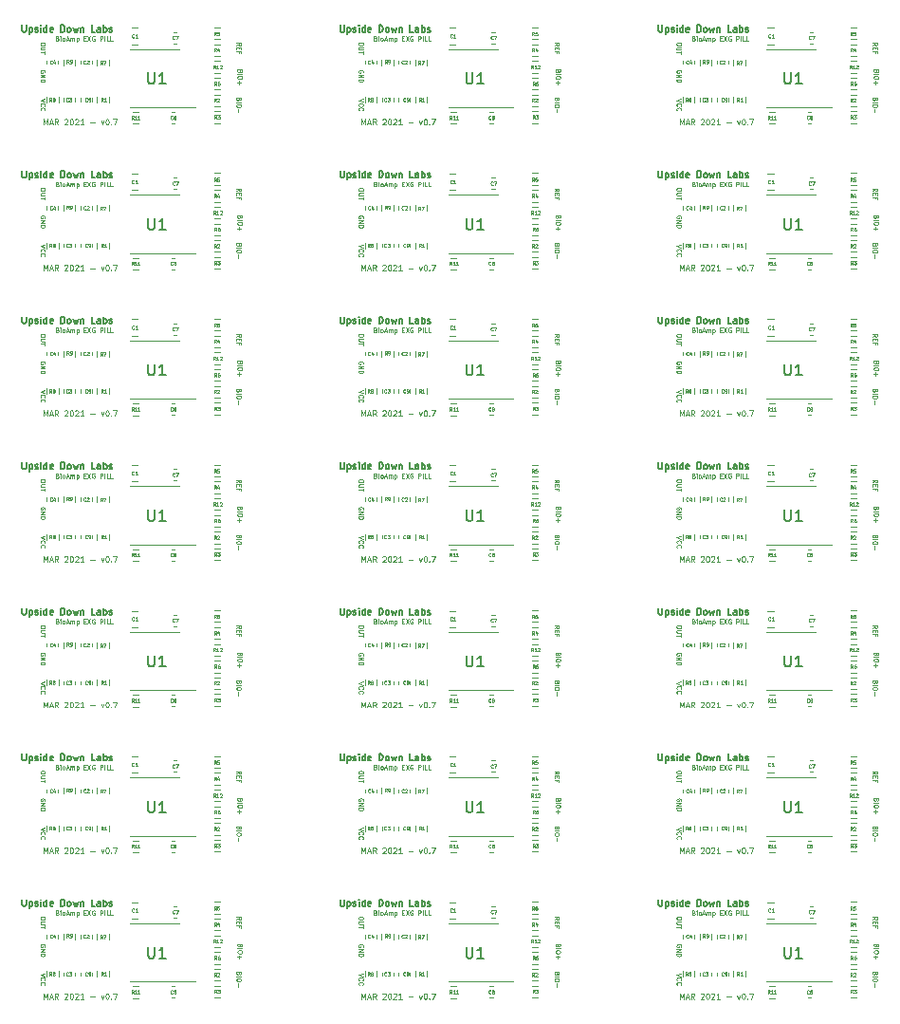
<source format=gbr>
%TF.GenerationSoftware,KiCad,Pcbnew,5.1.9-1.fc32*%
%TF.CreationDate,2021-03-16T17:09:34+05:30*%
%TF.ProjectId,BioAmp-EXG-Panel,42696f41-6d70-42d4-9558-472d50616e65,rev?*%
%TF.SameCoordinates,Original*%
%TF.FileFunction,Legend,Top*%
%TF.FilePolarity,Positive*%
%FSLAX46Y46*%
G04 Gerber Fmt 4.6, Leading zero omitted, Abs format (unit mm)*
G04 Created by KiCad (PCBNEW 5.1.9-1.fc32) date 2021-03-16 17:09:34*
%MOMM*%
%LPD*%
G01*
G04 APERTURE LIST*
%ADD10C,0.100000*%
%ADD11C,0.125000*%
%ADD12C,0.150000*%
%ADD13C,0.120000*%
%ADD14C,0.070000*%
G04 APERTURE END LIST*
D10*
X110319062Y-130100055D02*
X110319062Y-130176245D01*
X110300015Y-130214340D01*
X110261919Y-130252435D01*
X110185729Y-130271483D01*
X110052395Y-130271483D01*
X109976205Y-130252435D01*
X109938110Y-130214340D01*
X109919062Y-130176245D01*
X109919062Y-130100055D01*
X109938110Y-130061959D01*
X109976205Y-130023864D01*
X110052395Y-130004816D01*
X110185729Y-130004816D01*
X110261919Y-130023864D01*
X110300015Y-130061959D01*
X110319062Y-130100055D01*
X110319062Y-130442912D02*
X109995253Y-130442912D01*
X109957157Y-130461959D01*
X109938110Y-130481007D01*
X109919062Y-130519102D01*
X109919062Y-130595293D01*
X109938110Y-130633388D01*
X109957157Y-130652435D01*
X109995253Y-130671483D01*
X110319062Y-130671483D01*
X110319062Y-130804816D02*
X110319062Y-131033388D01*
X109919062Y-130919102D02*
X110319062Y-130919102D01*
X110300015Y-132695293D02*
X110319062Y-132657197D01*
X110319062Y-132600055D01*
X110300015Y-132542912D01*
X110261919Y-132504816D01*
X110223824Y-132485769D01*
X110147634Y-132466721D01*
X110090491Y-132466721D01*
X110014300Y-132485769D01*
X109976205Y-132504816D01*
X109938110Y-132542912D01*
X109919062Y-132600055D01*
X109919062Y-132638150D01*
X109938110Y-132695293D01*
X109957157Y-132714340D01*
X110090491Y-132714340D01*
X110090491Y-132638150D01*
X109919062Y-132885769D02*
X110319062Y-132885769D01*
X109919062Y-133114340D01*
X110319062Y-133114340D01*
X109919062Y-133304816D02*
X110319062Y-133304816D01*
X110319062Y-133400055D01*
X110300015Y-133457197D01*
X110261919Y-133495293D01*
X110223824Y-133514340D01*
X110147634Y-133533388D01*
X110090491Y-133533388D01*
X110014300Y-133514340D01*
X109976205Y-133495293D01*
X109938110Y-133457197D01*
X109919062Y-133400055D01*
X109919062Y-133304816D01*
X110319062Y-135056721D02*
X109919062Y-135190055D01*
X110319062Y-135323388D01*
X109957157Y-135685293D02*
X109938110Y-135666245D01*
X109919062Y-135609102D01*
X109919062Y-135571007D01*
X109938110Y-135513864D01*
X109976205Y-135475769D01*
X110014300Y-135456721D01*
X110090491Y-135437674D01*
X110147634Y-135437674D01*
X110223824Y-135456721D01*
X110261919Y-135475769D01*
X110300015Y-135513864D01*
X110319062Y-135571007D01*
X110319062Y-135609102D01*
X110300015Y-135666245D01*
X110280967Y-135685293D01*
X109957157Y-136085293D02*
X109938110Y-136066245D01*
X109919062Y-136009102D01*
X109919062Y-135971007D01*
X109938110Y-135913864D01*
X109976205Y-135875769D01*
X110014300Y-135856721D01*
X110090491Y-135837674D01*
X110147634Y-135837674D01*
X110223824Y-135856721D01*
X110261919Y-135875769D01*
X110300015Y-135913864D01*
X110319062Y-135971007D01*
X110319062Y-136009102D01*
X110300015Y-136066245D01*
X110280967Y-136085293D01*
X127419062Y-130271483D02*
X127609538Y-130138150D01*
X127419062Y-130042912D02*
X127819062Y-130042912D01*
X127819062Y-130195293D01*
X127800015Y-130233388D01*
X127780967Y-130252435D01*
X127742872Y-130271483D01*
X127685729Y-130271483D01*
X127647634Y-130252435D01*
X127628586Y-130233388D01*
X127609538Y-130195293D01*
X127609538Y-130042912D01*
X127628586Y-130442912D02*
X127628586Y-130576245D01*
X127419062Y-130633388D02*
X127419062Y-130442912D01*
X127819062Y-130442912D01*
X127819062Y-130633388D01*
X127628586Y-130938150D02*
X127628586Y-130804816D01*
X127419062Y-130804816D02*
X127819062Y-130804816D01*
X127819062Y-130995293D01*
X127728586Y-132576245D02*
X127709538Y-132633388D01*
X127690491Y-132652435D01*
X127652395Y-132671483D01*
X127595253Y-132671483D01*
X127557157Y-132652435D01*
X127538110Y-132633388D01*
X127519062Y-132595293D01*
X127519062Y-132442912D01*
X127919062Y-132442912D01*
X127919062Y-132576245D01*
X127900015Y-132614340D01*
X127880967Y-132633388D01*
X127842872Y-132652435D01*
X127804776Y-132652435D01*
X127766681Y-132633388D01*
X127747634Y-132614340D01*
X127728586Y-132576245D01*
X127728586Y-132442912D01*
X127519062Y-132842912D02*
X127919062Y-132842912D01*
X127919062Y-133109578D02*
X127919062Y-133185769D01*
X127900015Y-133223864D01*
X127861919Y-133261959D01*
X127785729Y-133281007D01*
X127652395Y-133281007D01*
X127576205Y-133261959D01*
X127538110Y-133223864D01*
X127519062Y-133185769D01*
X127519062Y-133109578D01*
X127538110Y-133071483D01*
X127576205Y-133033388D01*
X127652395Y-133014340D01*
X127785729Y-133014340D01*
X127861919Y-133033388D01*
X127900015Y-133071483D01*
X127919062Y-133109578D01*
X127671443Y-133452435D02*
X127671443Y-133757197D01*
X127519062Y-133604816D02*
X127823824Y-133604816D01*
X127628586Y-135076245D02*
X127609538Y-135133388D01*
X127590491Y-135152435D01*
X127552395Y-135171483D01*
X127495253Y-135171483D01*
X127457157Y-135152435D01*
X127438110Y-135133388D01*
X127419062Y-135095293D01*
X127419062Y-134942912D01*
X127819062Y-134942912D01*
X127819062Y-135076245D01*
X127800015Y-135114340D01*
X127780967Y-135133388D01*
X127742872Y-135152435D01*
X127704776Y-135152435D01*
X127666681Y-135133388D01*
X127647634Y-135114340D01*
X127628586Y-135076245D01*
X127628586Y-134942912D01*
X127419062Y-135342912D02*
X127819062Y-135342912D01*
X127819062Y-135609578D02*
X127819062Y-135685769D01*
X127800015Y-135723864D01*
X127761919Y-135761959D01*
X127685729Y-135781007D01*
X127552395Y-135781007D01*
X127476205Y-135761959D01*
X127438110Y-135723864D01*
X127419062Y-135685769D01*
X127419062Y-135609578D01*
X127438110Y-135571483D01*
X127476205Y-135533388D01*
X127552395Y-135514340D01*
X127685729Y-135514340D01*
X127761919Y-135533388D01*
X127800015Y-135571483D01*
X127819062Y-135609578D01*
X127571443Y-135952435D02*
X127571443Y-136257197D01*
X111438110Y-129651483D02*
X111495253Y-129670531D01*
X111514300Y-129689578D01*
X111533348Y-129727674D01*
X111533348Y-129784816D01*
X111514300Y-129822912D01*
X111495253Y-129841959D01*
X111457157Y-129861007D01*
X111304776Y-129861007D01*
X111304776Y-129461007D01*
X111438110Y-129461007D01*
X111476205Y-129480055D01*
X111495253Y-129499102D01*
X111514300Y-129537197D01*
X111514300Y-129575293D01*
X111495253Y-129613388D01*
X111476205Y-129632435D01*
X111438110Y-129651483D01*
X111304776Y-129651483D01*
X111704776Y-129861007D02*
X111704776Y-129594340D01*
X111704776Y-129461007D02*
X111685729Y-129480055D01*
X111704776Y-129499102D01*
X111723824Y-129480055D01*
X111704776Y-129461007D01*
X111704776Y-129499102D01*
X111952395Y-129861007D02*
X111914300Y-129841959D01*
X111895253Y-129822912D01*
X111876205Y-129784816D01*
X111876205Y-129670531D01*
X111895253Y-129632435D01*
X111914300Y-129613388D01*
X111952395Y-129594340D01*
X112009538Y-129594340D01*
X112047634Y-129613388D01*
X112066681Y-129632435D01*
X112085729Y-129670531D01*
X112085729Y-129784816D01*
X112066681Y-129822912D01*
X112047634Y-129841959D01*
X112009538Y-129861007D01*
X111952395Y-129861007D01*
X112238110Y-129746721D02*
X112428586Y-129746721D01*
X112200015Y-129861007D02*
X112333348Y-129461007D01*
X112466681Y-129861007D01*
X112600015Y-129861007D02*
X112600015Y-129594340D01*
X112600015Y-129632435D02*
X112619062Y-129613388D01*
X112657157Y-129594340D01*
X112714300Y-129594340D01*
X112752395Y-129613388D01*
X112771443Y-129651483D01*
X112771443Y-129861007D01*
X112771443Y-129651483D02*
X112790491Y-129613388D01*
X112828586Y-129594340D01*
X112885729Y-129594340D01*
X112923824Y-129613388D01*
X112942872Y-129651483D01*
X112942872Y-129861007D01*
X113133348Y-129594340D02*
X113133348Y-129994340D01*
X113133348Y-129613388D02*
X113171443Y-129594340D01*
X113247634Y-129594340D01*
X113285729Y-129613388D01*
X113304776Y-129632435D01*
X113323824Y-129670531D01*
X113323824Y-129784816D01*
X113304776Y-129822912D01*
X113285729Y-129841959D01*
X113247634Y-129861007D01*
X113171443Y-129861007D01*
X113133348Y-129841959D01*
X113800015Y-129651483D02*
X113933348Y-129651483D01*
X113990491Y-129861007D02*
X113800015Y-129861007D01*
X113800015Y-129461007D01*
X113990491Y-129461007D01*
X114123824Y-129461007D02*
X114390491Y-129861007D01*
X114390491Y-129461007D02*
X114123824Y-129861007D01*
X114752395Y-129480055D02*
X114714300Y-129461007D01*
X114657157Y-129461007D01*
X114600015Y-129480055D01*
X114561919Y-129518150D01*
X114542872Y-129556245D01*
X114523824Y-129632435D01*
X114523824Y-129689578D01*
X114542872Y-129765769D01*
X114561919Y-129803864D01*
X114600015Y-129841959D01*
X114657157Y-129861007D01*
X114695253Y-129861007D01*
X114752395Y-129841959D01*
X114771443Y-129822912D01*
X114771443Y-129689578D01*
X114695253Y-129689578D01*
X115247634Y-129861007D02*
X115247634Y-129461007D01*
X115400015Y-129461007D01*
X115438110Y-129480055D01*
X115457157Y-129499102D01*
X115476205Y-129537197D01*
X115476205Y-129594340D01*
X115457157Y-129632435D01*
X115438110Y-129651483D01*
X115400015Y-129670531D01*
X115247634Y-129670531D01*
X115647634Y-129861007D02*
X115647634Y-129461007D01*
X116028586Y-129861007D02*
X115838110Y-129861007D01*
X115838110Y-129461007D01*
X116352395Y-129861007D02*
X116161919Y-129861007D01*
X116161919Y-129461007D01*
D11*
X110210014Y-137346245D02*
X110210014Y-136846245D01*
X110376681Y-137203388D01*
X110543348Y-136846245D01*
X110543348Y-137346245D01*
X110757634Y-137203388D02*
X110995729Y-137203388D01*
X110710014Y-137346245D02*
X110876681Y-136846245D01*
X111043348Y-137346245D01*
X111495729Y-137346245D02*
X111329062Y-137108150D01*
X111210014Y-137346245D02*
X111210014Y-136846245D01*
X111400491Y-136846245D01*
X111448110Y-136870055D01*
X111471919Y-136893864D01*
X111495729Y-136941483D01*
X111495729Y-137012912D01*
X111471919Y-137060531D01*
X111448110Y-137084340D01*
X111400491Y-137108150D01*
X111210014Y-137108150D01*
X112067157Y-136893864D02*
X112090967Y-136870055D01*
X112138586Y-136846245D01*
X112257634Y-136846245D01*
X112305253Y-136870055D01*
X112329062Y-136893864D01*
X112352872Y-136941483D01*
X112352872Y-136989102D01*
X112329062Y-137060531D01*
X112043348Y-137346245D01*
X112352872Y-137346245D01*
X112662395Y-136846245D02*
X112710014Y-136846245D01*
X112757634Y-136870055D01*
X112781443Y-136893864D01*
X112805253Y-136941483D01*
X112829062Y-137036721D01*
X112829062Y-137155769D01*
X112805253Y-137251007D01*
X112781443Y-137298626D01*
X112757634Y-137322435D01*
X112710014Y-137346245D01*
X112662395Y-137346245D01*
X112614776Y-137322435D01*
X112590967Y-137298626D01*
X112567157Y-137251007D01*
X112543348Y-137155769D01*
X112543348Y-137036721D01*
X112567157Y-136941483D01*
X112590967Y-136893864D01*
X112614776Y-136870055D01*
X112662395Y-136846245D01*
X113019538Y-136893864D02*
X113043348Y-136870055D01*
X113090967Y-136846245D01*
X113210014Y-136846245D01*
X113257634Y-136870055D01*
X113281443Y-136893864D01*
X113305253Y-136941483D01*
X113305253Y-136989102D01*
X113281443Y-137060531D01*
X112995729Y-137346245D01*
X113305253Y-137346245D01*
X113781443Y-137346245D02*
X113495729Y-137346245D01*
X113638586Y-137346245D02*
X113638586Y-136846245D01*
X113590967Y-136917674D01*
X113543348Y-136965293D01*
X113495729Y-136989102D01*
X114376681Y-137155769D02*
X114757634Y-137155769D01*
X115329062Y-137012912D02*
X115448110Y-137346245D01*
X115567157Y-137012912D01*
X115852872Y-136846245D02*
X115900491Y-136846245D01*
X115948110Y-136870055D01*
X115971919Y-136893864D01*
X115995729Y-136941483D01*
X116019538Y-137036721D01*
X116019538Y-137155769D01*
X115995729Y-137251007D01*
X115971919Y-137298626D01*
X115948110Y-137322435D01*
X115900491Y-137346245D01*
X115852872Y-137346245D01*
X115805253Y-137322435D01*
X115781443Y-137298626D01*
X115757634Y-137251007D01*
X115733824Y-137155769D01*
X115733824Y-137036721D01*
X115757634Y-136941483D01*
X115781443Y-136893864D01*
X115805253Y-136870055D01*
X115852872Y-136846245D01*
X116233824Y-137298626D02*
X116257634Y-137322435D01*
X116233824Y-137346245D01*
X116210014Y-137322435D01*
X116233824Y-137298626D01*
X116233824Y-137346245D01*
X116424300Y-136846245D02*
X116757634Y-136846245D01*
X116543348Y-137346245D01*
D12*
X108300015Y-128471483D02*
X108300015Y-128957197D01*
X108328586Y-129014340D01*
X108357157Y-129042912D01*
X108414300Y-129071483D01*
X108528586Y-129071483D01*
X108585729Y-129042912D01*
X108614300Y-129014340D01*
X108642872Y-128957197D01*
X108642872Y-128471483D01*
X108928586Y-128671483D02*
X108928586Y-129271483D01*
X108928586Y-128700055D02*
X108985729Y-128671483D01*
X109100015Y-128671483D01*
X109157157Y-128700055D01*
X109185729Y-128728626D01*
X109214300Y-128785769D01*
X109214300Y-128957197D01*
X109185729Y-129014340D01*
X109157157Y-129042912D01*
X109100015Y-129071483D01*
X108985729Y-129071483D01*
X108928586Y-129042912D01*
X109442872Y-129042912D02*
X109500015Y-129071483D01*
X109614300Y-129071483D01*
X109671443Y-129042912D01*
X109700015Y-128985769D01*
X109700015Y-128957197D01*
X109671443Y-128900055D01*
X109614300Y-128871483D01*
X109528586Y-128871483D01*
X109471443Y-128842912D01*
X109442872Y-128785769D01*
X109442872Y-128757197D01*
X109471443Y-128700055D01*
X109528586Y-128671483D01*
X109614300Y-128671483D01*
X109671443Y-128700055D01*
X109957157Y-129071483D02*
X109957157Y-128671483D01*
X109957157Y-128471483D02*
X109928586Y-128500055D01*
X109957157Y-128528626D01*
X109985729Y-128500055D01*
X109957157Y-128471483D01*
X109957157Y-128528626D01*
X110500015Y-129071483D02*
X110500015Y-128471483D01*
X110500015Y-129042912D02*
X110442872Y-129071483D01*
X110328586Y-129071483D01*
X110271443Y-129042912D01*
X110242872Y-129014340D01*
X110214300Y-128957197D01*
X110214300Y-128785769D01*
X110242872Y-128728626D01*
X110271443Y-128700055D01*
X110328586Y-128671483D01*
X110442872Y-128671483D01*
X110500015Y-128700055D01*
X111014300Y-129042912D02*
X110957157Y-129071483D01*
X110842872Y-129071483D01*
X110785729Y-129042912D01*
X110757157Y-128985769D01*
X110757157Y-128757197D01*
X110785729Y-128700055D01*
X110842872Y-128671483D01*
X110957157Y-128671483D01*
X111014300Y-128700055D01*
X111042872Y-128757197D01*
X111042872Y-128814340D01*
X110757157Y-128871483D01*
X111757157Y-129071483D02*
X111757157Y-128471483D01*
X111900015Y-128471483D01*
X111985729Y-128500055D01*
X112042872Y-128557197D01*
X112071443Y-128614340D01*
X112100015Y-128728626D01*
X112100015Y-128814340D01*
X112071443Y-128928626D01*
X112042872Y-128985769D01*
X111985729Y-129042912D01*
X111900015Y-129071483D01*
X111757157Y-129071483D01*
X112442872Y-129071483D02*
X112385729Y-129042912D01*
X112357157Y-129014340D01*
X112328586Y-128957197D01*
X112328586Y-128785769D01*
X112357157Y-128728626D01*
X112385729Y-128700055D01*
X112442872Y-128671483D01*
X112528586Y-128671483D01*
X112585729Y-128700055D01*
X112614300Y-128728626D01*
X112642872Y-128785769D01*
X112642872Y-128957197D01*
X112614300Y-129014340D01*
X112585729Y-129042912D01*
X112528586Y-129071483D01*
X112442872Y-129071483D01*
X112842872Y-128671483D02*
X112957157Y-129071483D01*
X113071443Y-128785769D01*
X113185729Y-129071483D01*
X113300015Y-128671483D01*
X113528586Y-128671483D02*
X113528586Y-129071483D01*
X113528586Y-128728626D02*
X113557157Y-128700055D01*
X113614300Y-128671483D01*
X113700015Y-128671483D01*
X113757157Y-128700055D01*
X113785729Y-128757197D01*
X113785729Y-129071483D01*
X114814300Y-129071483D02*
X114528586Y-129071483D01*
X114528586Y-128471483D01*
X115271443Y-129071483D02*
X115271443Y-128757197D01*
X115242872Y-128700055D01*
X115185729Y-128671483D01*
X115071443Y-128671483D01*
X115014300Y-128700055D01*
X115271443Y-129042912D02*
X115214300Y-129071483D01*
X115071443Y-129071483D01*
X115014300Y-129042912D01*
X114985729Y-128985769D01*
X114985729Y-128928626D01*
X115014300Y-128871483D01*
X115071443Y-128842912D01*
X115214300Y-128842912D01*
X115271443Y-128814340D01*
X115557157Y-129071483D02*
X115557157Y-128471483D01*
X115557157Y-128700055D02*
X115614300Y-128671483D01*
X115728586Y-128671483D01*
X115785729Y-128700055D01*
X115814300Y-128728626D01*
X115842872Y-128785769D01*
X115842872Y-128957197D01*
X115814300Y-129014340D01*
X115785729Y-129042912D01*
X115728586Y-129071483D01*
X115614300Y-129071483D01*
X115557157Y-129042912D01*
X116071443Y-129042912D02*
X116128586Y-129071483D01*
X116242872Y-129071483D01*
X116300015Y-129042912D01*
X116328586Y-128985769D01*
X116328586Y-128957197D01*
X116300015Y-128900055D01*
X116242872Y-128871483D01*
X116157157Y-128871483D01*
X116100015Y-128842912D01*
X116071443Y-128785769D01*
X116071443Y-128757197D01*
X116100015Y-128700055D01*
X116157157Y-128671483D01*
X116242872Y-128671483D01*
X116300015Y-128700055D01*
D10*
X81919055Y-130100055D02*
X81919055Y-130176245D01*
X81900008Y-130214340D01*
X81861912Y-130252435D01*
X81785722Y-130271483D01*
X81652388Y-130271483D01*
X81576198Y-130252435D01*
X81538103Y-130214340D01*
X81519055Y-130176245D01*
X81519055Y-130100055D01*
X81538103Y-130061959D01*
X81576198Y-130023864D01*
X81652388Y-130004816D01*
X81785722Y-130004816D01*
X81861912Y-130023864D01*
X81900008Y-130061959D01*
X81919055Y-130100055D01*
X81919055Y-130442912D02*
X81595246Y-130442912D01*
X81557150Y-130461959D01*
X81538103Y-130481007D01*
X81519055Y-130519102D01*
X81519055Y-130595293D01*
X81538103Y-130633388D01*
X81557150Y-130652435D01*
X81595246Y-130671483D01*
X81919055Y-130671483D01*
X81919055Y-130804816D02*
X81919055Y-131033388D01*
X81519055Y-130919102D02*
X81919055Y-130919102D01*
X81900008Y-132695293D02*
X81919055Y-132657197D01*
X81919055Y-132600055D01*
X81900008Y-132542912D01*
X81861912Y-132504816D01*
X81823817Y-132485769D01*
X81747627Y-132466721D01*
X81690484Y-132466721D01*
X81614293Y-132485769D01*
X81576198Y-132504816D01*
X81538103Y-132542912D01*
X81519055Y-132600055D01*
X81519055Y-132638150D01*
X81538103Y-132695293D01*
X81557150Y-132714340D01*
X81690484Y-132714340D01*
X81690484Y-132638150D01*
X81519055Y-132885769D02*
X81919055Y-132885769D01*
X81519055Y-133114340D01*
X81919055Y-133114340D01*
X81519055Y-133304816D02*
X81919055Y-133304816D01*
X81919055Y-133400055D01*
X81900008Y-133457197D01*
X81861912Y-133495293D01*
X81823817Y-133514340D01*
X81747627Y-133533388D01*
X81690484Y-133533388D01*
X81614293Y-133514340D01*
X81576198Y-133495293D01*
X81538103Y-133457197D01*
X81519055Y-133400055D01*
X81519055Y-133304816D01*
X81919055Y-135056721D02*
X81519055Y-135190055D01*
X81919055Y-135323388D01*
X81557150Y-135685293D02*
X81538103Y-135666245D01*
X81519055Y-135609102D01*
X81519055Y-135571007D01*
X81538103Y-135513864D01*
X81576198Y-135475769D01*
X81614293Y-135456721D01*
X81690484Y-135437674D01*
X81747627Y-135437674D01*
X81823817Y-135456721D01*
X81861912Y-135475769D01*
X81900008Y-135513864D01*
X81919055Y-135571007D01*
X81919055Y-135609102D01*
X81900008Y-135666245D01*
X81880960Y-135685293D01*
X81557150Y-136085293D02*
X81538103Y-136066245D01*
X81519055Y-136009102D01*
X81519055Y-135971007D01*
X81538103Y-135913864D01*
X81576198Y-135875769D01*
X81614293Y-135856721D01*
X81690484Y-135837674D01*
X81747627Y-135837674D01*
X81823817Y-135856721D01*
X81861912Y-135875769D01*
X81900008Y-135913864D01*
X81919055Y-135971007D01*
X81919055Y-136009102D01*
X81900008Y-136066245D01*
X81880960Y-136085293D01*
X99019055Y-130271483D02*
X99209531Y-130138150D01*
X99019055Y-130042912D02*
X99419055Y-130042912D01*
X99419055Y-130195293D01*
X99400008Y-130233388D01*
X99380960Y-130252435D01*
X99342865Y-130271483D01*
X99285722Y-130271483D01*
X99247627Y-130252435D01*
X99228579Y-130233388D01*
X99209531Y-130195293D01*
X99209531Y-130042912D01*
X99228579Y-130442912D02*
X99228579Y-130576245D01*
X99019055Y-130633388D02*
X99019055Y-130442912D01*
X99419055Y-130442912D01*
X99419055Y-130633388D01*
X99228579Y-130938150D02*
X99228579Y-130804816D01*
X99019055Y-130804816D02*
X99419055Y-130804816D01*
X99419055Y-130995293D01*
X99328579Y-132576245D02*
X99309531Y-132633388D01*
X99290484Y-132652435D01*
X99252388Y-132671483D01*
X99195246Y-132671483D01*
X99157150Y-132652435D01*
X99138103Y-132633388D01*
X99119055Y-132595293D01*
X99119055Y-132442912D01*
X99519055Y-132442912D01*
X99519055Y-132576245D01*
X99500008Y-132614340D01*
X99480960Y-132633388D01*
X99442865Y-132652435D01*
X99404769Y-132652435D01*
X99366674Y-132633388D01*
X99347627Y-132614340D01*
X99328579Y-132576245D01*
X99328579Y-132442912D01*
X99119055Y-132842912D02*
X99519055Y-132842912D01*
X99519055Y-133109578D02*
X99519055Y-133185769D01*
X99500008Y-133223864D01*
X99461912Y-133261959D01*
X99385722Y-133281007D01*
X99252388Y-133281007D01*
X99176198Y-133261959D01*
X99138103Y-133223864D01*
X99119055Y-133185769D01*
X99119055Y-133109578D01*
X99138103Y-133071483D01*
X99176198Y-133033388D01*
X99252388Y-133014340D01*
X99385722Y-133014340D01*
X99461912Y-133033388D01*
X99500008Y-133071483D01*
X99519055Y-133109578D01*
X99271436Y-133452435D02*
X99271436Y-133757197D01*
X99119055Y-133604816D02*
X99423817Y-133604816D01*
X99228579Y-135076245D02*
X99209531Y-135133388D01*
X99190484Y-135152435D01*
X99152388Y-135171483D01*
X99095246Y-135171483D01*
X99057150Y-135152435D01*
X99038103Y-135133388D01*
X99019055Y-135095293D01*
X99019055Y-134942912D01*
X99419055Y-134942912D01*
X99419055Y-135076245D01*
X99400008Y-135114340D01*
X99380960Y-135133388D01*
X99342865Y-135152435D01*
X99304769Y-135152435D01*
X99266674Y-135133388D01*
X99247627Y-135114340D01*
X99228579Y-135076245D01*
X99228579Y-134942912D01*
X99019055Y-135342912D02*
X99419055Y-135342912D01*
X99419055Y-135609578D02*
X99419055Y-135685769D01*
X99400008Y-135723864D01*
X99361912Y-135761959D01*
X99285722Y-135781007D01*
X99152388Y-135781007D01*
X99076198Y-135761959D01*
X99038103Y-135723864D01*
X99019055Y-135685769D01*
X99019055Y-135609578D01*
X99038103Y-135571483D01*
X99076198Y-135533388D01*
X99152388Y-135514340D01*
X99285722Y-135514340D01*
X99361912Y-135533388D01*
X99400008Y-135571483D01*
X99419055Y-135609578D01*
X99171436Y-135952435D02*
X99171436Y-136257197D01*
X83038103Y-129651483D02*
X83095246Y-129670531D01*
X83114293Y-129689578D01*
X83133341Y-129727674D01*
X83133341Y-129784816D01*
X83114293Y-129822912D01*
X83095246Y-129841959D01*
X83057150Y-129861007D01*
X82904769Y-129861007D01*
X82904769Y-129461007D01*
X83038103Y-129461007D01*
X83076198Y-129480055D01*
X83095246Y-129499102D01*
X83114293Y-129537197D01*
X83114293Y-129575293D01*
X83095246Y-129613388D01*
X83076198Y-129632435D01*
X83038103Y-129651483D01*
X82904769Y-129651483D01*
X83304769Y-129861007D02*
X83304769Y-129594340D01*
X83304769Y-129461007D02*
X83285722Y-129480055D01*
X83304769Y-129499102D01*
X83323817Y-129480055D01*
X83304769Y-129461007D01*
X83304769Y-129499102D01*
X83552388Y-129861007D02*
X83514293Y-129841959D01*
X83495246Y-129822912D01*
X83476198Y-129784816D01*
X83476198Y-129670531D01*
X83495246Y-129632435D01*
X83514293Y-129613388D01*
X83552388Y-129594340D01*
X83609531Y-129594340D01*
X83647627Y-129613388D01*
X83666674Y-129632435D01*
X83685722Y-129670531D01*
X83685722Y-129784816D01*
X83666674Y-129822912D01*
X83647627Y-129841959D01*
X83609531Y-129861007D01*
X83552388Y-129861007D01*
X83838103Y-129746721D02*
X84028579Y-129746721D01*
X83800008Y-129861007D02*
X83933341Y-129461007D01*
X84066674Y-129861007D01*
X84200008Y-129861007D02*
X84200008Y-129594340D01*
X84200008Y-129632435D02*
X84219055Y-129613388D01*
X84257150Y-129594340D01*
X84314293Y-129594340D01*
X84352388Y-129613388D01*
X84371436Y-129651483D01*
X84371436Y-129861007D01*
X84371436Y-129651483D02*
X84390484Y-129613388D01*
X84428579Y-129594340D01*
X84485722Y-129594340D01*
X84523817Y-129613388D01*
X84542865Y-129651483D01*
X84542865Y-129861007D01*
X84733341Y-129594340D02*
X84733341Y-129994340D01*
X84733341Y-129613388D02*
X84771436Y-129594340D01*
X84847627Y-129594340D01*
X84885722Y-129613388D01*
X84904769Y-129632435D01*
X84923817Y-129670531D01*
X84923817Y-129784816D01*
X84904769Y-129822912D01*
X84885722Y-129841959D01*
X84847627Y-129861007D01*
X84771436Y-129861007D01*
X84733341Y-129841959D01*
X85400008Y-129651483D02*
X85533341Y-129651483D01*
X85590484Y-129861007D02*
X85400008Y-129861007D01*
X85400008Y-129461007D01*
X85590484Y-129461007D01*
X85723817Y-129461007D02*
X85990484Y-129861007D01*
X85990484Y-129461007D02*
X85723817Y-129861007D01*
X86352388Y-129480055D02*
X86314293Y-129461007D01*
X86257150Y-129461007D01*
X86200008Y-129480055D01*
X86161912Y-129518150D01*
X86142865Y-129556245D01*
X86123817Y-129632435D01*
X86123817Y-129689578D01*
X86142865Y-129765769D01*
X86161912Y-129803864D01*
X86200008Y-129841959D01*
X86257150Y-129861007D01*
X86295246Y-129861007D01*
X86352388Y-129841959D01*
X86371436Y-129822912D01*
X86371436Y-129689578D01*
X86295246Y-129689578D01*
X86847627Y-129861007D02*
X86847627Y-129461007D01*
X87000008Y-129461007D01*
X87038103Y-129480055D01*
X87057150Y-129499102D01*
X87076198Y-129537197D01*
X87076198Y-129594340D01*
X87057150Y-129632435D01*
X87038103Y-129651483D01*
X87000008Y-129670531D01*
X86847627Y-129670531D01*
X87247627Y-129861007D02*
X87247627Y-129461007D01*
X87628579Y-129861007D02*
X87438103Y-129861007D01*
X87438103Y-129461007D01*
X87952388Y-129861007D02*
X87761912Y-129861007D01*
X87761912Y-129461007D01*
D11*
X81810007Y-137346245D02*
X81810007Y-136846245D01*
X81976674Y-137203388D01*
X82143341Y-136846245D01*
X82143341Y-137346245D01*
X82357627Y-137203388D02*
X82595722Y-137203388D01*
X82310007Y-137346245D02*
X82476674Y-136846245D01*
X82643341Y-137346245D01*
X83095722Y-137346245D02*
X82929055Y-137108150D01*
X82810007Y-137346245D02*
X82810007Y-136846245D01*
X83000484Y-136846245D01*
X83048103Y-136870055D01*
X83071912Y-136893864D01*
X83095722Y-136941483D01*
X83095722Y-137012912D01*
X83071912Y-137060531D01*
X83048103Y-137084340D01*
X83000484Y-137108150D01*
X82810007Y-137108150D01*
X83667150Y-136893864D02*
X83690960Y-136870055D01*
X83738579Y-136846245D01*
X83857627Y-136846245D01*
X83905246Y-136870055D01*
X83929055Y-136893864D01*
X83952865Y-136941483D01*
X83952865Y-136989102D01*
X83929055Y-137060531D01*
X83643341Y-137346245D01*
X83952865Y-137346245D01*
X84262388Y-136846245D02*
X84310007Y-136846245D01*
X84357627Y-136870055D01*
X84381436Y-136893864D01*
X84405246Y-136941483D01*
X84429055Y-137036721D01*
X84429055Y-137155769D01*
X84405246Y-137251007D01*
X84381436Y-137298626D01*
X84357627Y-137322435D01*
X84310007Y-137346245D01*
X84262388Y-137346245D01*
X84214769Y-137322435D01*
X84190960Y-137298626D01*
X84167150Y-137251007D01*
X84143341Y-137155769D01*
X84143341Y-137036721D01*
X84167150Y-136941483D01*
X84190960Y-136893864D01*
X84214769Y-136870055D01*
X84262388Y-136846245D01*
X84619531Y-136893864D02*
X84643341Y-136870055D01*
X84690960Y-136846245D01*
X84810007Y-136846245D01*
X84857627Y-136870055D01*
X84881436Y-136893864D01*
X84905246Y-136941483D01*
X84905246Y-136989102D01*
X84881436Y-137060531D01*
X84595722Y-137346245D01*
X84905246Y-137346245D01*
X85381436Y-137346245D02*
X85095722Y-137346245D01*
X85238579Y-137346245D02*
X85238579Y-136846245D01*
X85190960Y-136917674D01*
X85143341Y-136965293D01*
X85095722Y-136989102D01*
X85976674Y-137155769D02*
X86357627Y-137155769D01*
X86929055Y-137012912D02*
X87048103Y-137346245D01*
X87167150Y-137012912D01*
X87452865Y-136846245D02*
X87500484Y-136846245D01*
X87548103Y-136870055D01*
X87571912Y-136893864D01*
X87595722Y-136941483D01*
X87619531Y-137036721D01*
X87619531Y-137155769D01*
X87595722Y-137251007D01*
X87571912Y-137298626D01*
X87548103Y-137322435D01*
X87500484Y-137346245D01*
X87452865Y-137346245D01*
X87405246Y-137322435D01*
X87381436Y-137298626D01*
X87357627Y-137251007D01*
X87333817Y-137155769D01*
X87333817Y-137036721D01*
X87357627Y-136941483D01*
X87381436Y-136893864D01*
X87405246Y-136870055D01*
X87452865Y-136846245D01*
X87833817Y-137298626D02*
X87857627Y-137322435D01*
X87833817Y-137346245D01*
X87810007Y-137322435D01*
X87833817Y-137298626D01*
X87833817Y-137346245D01*
X88024293Y-136846245D02*
X88357627Y-136846245D01*
X88143341Y-137346245D01*
D12*
X79900008Y-128471483D02*
X79900008Y-128957197D01*
X79928579Y-129014340D01*
X79957150Y-129042912D01*
X80014293Y-129071483D01*
X80128579Y-129071483D01*
X80185722Y-129042912D01*
X80214293Y-129014340D01*
X80242865Y-128957197D01*
X80242865Y-128471483D01*
X80528579Y-128671483D02*
X80528579Y-129271483D01*
X80528579Y-128700055D02*
X80585722Y-128671483D01*
X80700008Y-128671483D01*
X80757150Y-128700055D01*
X80785722Y-128728626D01*
X80814293Y-128785769D01*
X80814293Y-128957197D01*
X80785722Y-129014340D01*
X80757150Y-129042912D01*
X80700008Y-129071483D01*
X80585722Y-129071483D01*
X80528579Y-129042912D01*
X81042865Y-129042912D02*
X81100008Y-129071483D01*
X81214293Y-129071483D01*
X81271436Y-129042912D01*
X81300008Y-128985769D01*
X81300008Y-128957197D01*
X81271436Y-128900055D01*
X81214293Y-128871483D01*
X81128579Y-128871483D01*
X81071436Y-128842912D01*
X81042865Y-128785769D01*
X81042865Y-128757197D01*
X81071436Y-128700055D01*
X81128579Y-128671483D01*
X81214293Y-128671483D01*
X81271436Y-128700055D01*
X81557150Y-129071483D02*
X81557150Y-128671483D01*
X81557150Y-128471483D02*
X81528579Y-128500055D01*
X81557150Y-128528626D01*
X81585722Y-128500055D01*
X81557150Y-128471483D01*
X81557150Y-128528626D01*
X82100008Y-129071483D02*
X82100008Y-128471483D01*
X82100008Y-129042912D02*
X82042865Y-129071483D01*
X81928579Y-129071483D01*
X81871436Y-129042912D01*
X81842865Y-129014340D01*
X81814293Y-128957197D01*
X81814293Y-128785769D01*
X81842865Y-128728626D01*
X81871436Y-128700055D01*
X81928579Y-128671483D01*
X82042865Y-128671483D01*
X82100008Y-128700055D01*
X82614293Y-129042912D02*
X82557150Y-129071483D01*
X82442865Y-129071483D01*
X82385722Y-129042912D01*
X82357150Y-128985769D01*
X82357150Y-128757197D01*
X82385722Y-128700055D01*
X82442865Y-128671483D01*
X82557150Y-128671483D01*
X82614293Y-128700055D01*
X82642865Y-128757197D01*
X82642865Y-128814340D01*
X82357150Y-128871483D01*
X83357150Y-129071483D02*
X83357150Y-128471483D01*
X83500008Y-128471483D01*
X83585722Y-128500055D01*
X83642865Y-128557197D01*
X83671436Y-128614340D01*
X83700008Y-128728626D01*
X83700008Y-128814340D01*
X83671436Y-128928626D01*
X83642865Y-128985769D01*
X83585722Y-129042912D01*
X83500008Y-129071483D01*
X83357150Y-129071483D01*
X84042865Y-129071483D02*
X83985722Y-129042912D01*
X83957150Y-129014340D01*
X83928579Y-128957197D01*
X83928579Y-128785769D01*
X83957150Y-128728626D01*
X83985722Y-128700055D01*
X84042865Y-128671483D01*
X84128579Y-128671483D01*
X84185722Y-128700055D01*
X84214293Y-128728626D01*
X84242865Y-128785769D01*
X84242865Y-128957197D01*
X84214293Y-129014340D01*
X84185722Y-129042912D01*
X84128579Y-129071483D01*
X84042865Y-129071483D01*
X84442865Y-128671483D02*
X84557150Y-129071483D01*
X84671436Y-128785769D01*
X84785722Y-129071483D01*
X84900008Y-128671483D01*
X85128579Y-128671483D02*
X85128579Y-129071483D01*
X85128579Y-128728626D02*
X85157150Y-128700055D01*
X85214293Y-128671483D01*
X85300008Y-128671483D01*
X85357150Y-128700055D01*
X85385722Y-128757197D01*
X85385722Y-129071483D01*
X86414293Y-129071483D02*
X86128579Y-129071483D01*
X86128579Y-128471483D01*
X86871436Y-129071483D02*
X86871436Y-128757197D01*
X86842865Y-128700055D01*
X86785722Y-128671483D01*
X86671436Y-128671483D01*
X86614293Y-128700055D01*
X86871436Y-129042912D02*
X86814293Y-129071483D01*
X86671436Y-129071483D01*
X86614293Y-129042912D01*
X86585722Y-128985769D01*
X86585722Y-128928626D01*
X86614293Y-128871483D01*
X86671436Y-128842912D01*
X86814293Y-128842912D01*
X86871436Y-128814340D01*
X87157150Y-129071483D02*
X87157150Y-128471483D01*
X87157150Y-128700055D02*
X87214293Y-128671483D01*
X87328579Y-128671483D01*
X87385722Y-128700055D01*
X87414293Y-128728626D01*
X87442865Y-128785769D01*
X87442865Y-128957197D01*
X87414293Y-129014340D01*
X87385722Y-129042912D01*
X87328579Y-129071483D01*
X87214293Y-129071483D01*
X87157150Y-129042912D01*
X87671436Y-129042912D02*
X87728579Y-129071483D01*
X87842865Y-129071483D01*
X87900008Y-129042912D01*
X87928579Y-128985769D01*
X87928579Y-128957197D01*
X87900008Y-128900055D01*
X87842865Y-128871483D01*
X87757150Y-128871483D01*
X87700008Y-128842912D01*
X87671436Y-128785769D01*
X87671436Y-128757197D01*
X87700008Y-128700055D01*
X87757150Y-128671483D01*
X87842865Y-128671483D01*
X87900008Y-128700055D01*
D10*
X53519048Y-130100055D02*
X53519048Y-130176245D01*
X53500001Y-130214340D01*
X53461905Y-130252435D01*
X53385715Y-130271483D01*
X53252381Y-130271483D01*
X53176191Y-130252435D01*
X53138096Y-130214340D01*
X53119048Y-130176245D01*
X53119048Y-130100055D01*
X53138096Y-130061959D01*
X53176191Y-130023864D01*
X53252381Y-130004816D01*
X53385715Y-130004816D01*
X53461905Y-130023864D01*
X53500001Y-130061959D01*
X53519048Y-130100055D01*
X53519048Y-130442912D02*
X53195239Y-130442912D01*
X53157143Y-130461959D01*
X53138096Y-130481007D01*
X53119048Y-130519102D01*
X53119048Y-130595293D01*
X53138096Y-130633388D01*
X53157143Y-130652435D01*
X53195239Y-130671483D01*
X53519048Y-130671483D01*
X53519048Y-130804816D02*
X53519048Y-131033388D01*
X53119048Y-130919102D02*
X53519048Y-130919102D01*
X53500001Y-132695293D02*
X53519048Y-132657197D01*
X53519048Y-132600055D01*
X53500001Y-132542912D01*
X53461905Y-132504816D01*
X53423810Y-132485769D01*
X53347620Y-132466721D01*
X53290477Y-132466721D01*
X53214286Y-132485769D01*
X53176191Y-132504816D01*
X53138096Y-132542912D01*
X53119048Y-132600055D01*
X53119048Y-132638150D01*
X53138096Y-132695293D01*
X53157143Y-132714340D01*
X53290477Y-132714340D01*
X53290477Y-132638150D01*
X53119048Y-132885769D02*
X53519048Y-132885769D01*
X53119048Y-133114340D01*
X53519048Y-133114340D01*
X53119048Y-133304816D02*
X53519048Y-133304816D01*
X53519048Y-133400055D01*
X53500001Y-133457197D01*
X53461905Y-133495293D01*
X53423810Y-133514340D01*
X53347620Y-133533388D01*
X53290477Y-133533388D01*
X53214286Y-133514340D01*
X53176191Y-133495293D01*
X53138096Y-133457197D01*
X53119048Y-133400055D01*
X53119048Y-133304816D01*
X53519048Y-135056721D02*
X53119048Y-135190055D01*
X53519048Y-135323388D01*
X53157143Y-135685293D02*
X53138096Y-135666245D01*
X53119048Y-135609102D01*
X53119048Y-135571007D01*
X53138096Y-135513864D01*
X53176191Y-135475769D01*
X53214286Y-135456721D01*
X53290477Y-135437674D01*
X53347620Y-135437674D01*
X53423810Y-135456721D01*
X53461905Y-135475769D01*
X53500001Y-135513864D01*
X53519048Y-135571007D01*
X53519048Y-135609102D01*
X53500001Y-135666245D01*
X53480953Y-135685293D01*
X53157143Y-136085293D02*
X53138096Y-136066245D01*
X53119048Y-136009102D01*
X53119048Y-135971007D01*
X53138096Y-135913864D01*
X53176191Y-135875769D01*
X53214286Y-135856721D01*
X53290477Y-135837674D01*
X53347620Y-135837674D01*
X53423810Y-135856721D01*
X53461905Y-135875769D01*
X53500001Y-135913864D01*
X53519048Y-135971007D01*
X53519048Y-136009102D01*
X53500001Y-136066245D01*
X53480953Y-136085293D01*
X70619048Y-130271483D02*
X70809524Y-130138150D01*
X70619048Y-130042912D02*
X71019048Y-130042912D01*
X71019048Y-130195293D01*
X71000001Y-130233388D01*
X70980953Y-130252435D01*
X70942858Y-130271483D01*
X70885715Y-130271483D01*
X70847620Y-130252435D01*
X70828572Y-130233388D01*
X70809524Y-130195293D01*
X70809524Y-130042912D01*
X70828572Y-130442912D02*
X70828572Y-130576245D01*
X70619048Y-130633388D02*
X70619048Y-130442912D01*
X71019048Y-130442912D01*
X71019048Y-130633388D01*
X70828572Y-130938150D02*
X70828572Y-130804816D01*
X70619048Y-130804816D02*
X71019048Y-130804816D01*
X71019048Y-130995293D01*
X70928572Y-132576245D02*
X70909524Y-132633388D01*
X70890477Y-132652435D01*
X70852381Y-132671483D01*
X70795239Y-132671483D01*
X70757143Y-132652435D01*
X70738096Y-132633388D01*
X70719048Y-132595293D01*
X70719048Y-132442912D01*
X71119048Y-132442912D01*
X71119048Y-132576245D01*
X71100001Y-132614340D01*
X71080953Y-132633388D01*
X71042858Y-132652435D01*
X71004762Y-132652435D01*
X70966667Y-132633388D01*
X70947620Y-132614340D01*
X70928572Y-132576245D01*
X70928572Y-132442912D01*
X70719048Y-132842912D02*
X71119048Y-132842912D01*
X71119048Y-133109578D02*
X71119048Y-133185769D01*
X71100001Y-133223864D01*
X71061905Y-133261959D01*
X70985715Y-133281007D01*
X70852381Y-133281007D01*
X70776191Y-133261959D01*
X70738096Y-133223864D01*
X70719048Y-133185769D01*
X70719048Y-133109578D01*
X70738096Y-133071483D01*
X70776191Y-133033388D01*
X70852381Y-133014340D01*
X70985715Y-133014340D01*
X71061905Y-133033388D01*
X71100001Y-133071483D01*
X71119048Y-133109578D01*
X70871429Y-133452435D02*
X70871429Y-133757197D01*
X70719048Y-133604816D02*
X71023810Y-133604816D01*
X70828572Y-135076245D02*
X70809524Y-135133388D01*
X70790477Y-135152435D01*
X70752381Y-135171483D01*
X70695239Y-135171483D01*
X70657143Y-135152435D01*
X70638096Y-135133388D01*
X70619048Y-135095293D01*
X70619048Y-134942912D01*
X71019048Y-134942912D01*
X71019048Y-135076245D01*
X71000001Y-135114340D01*
X70980953Y-135133388D01*
X70942858Y-135152435D01*
X70904762Y-135152435D01*
X70866667Y-135133388D01*
X70847620Y-135114340D01*
X70828572Y-135076245D01*
X70828572Y-134942912D01*
X70619048Y-135342912D02*
X71019048Y-135342912D01*
X71019048Y-135609578D02*
X71019048Y-135685769D01*
X71000001Y-135723864D01*
X70961905Y-135761959D01*
X70885715Y-135781007D01*
X70752381Y-135781007D01*
X70676191Y-135761959D01*
X70638096Y-135723864D01*
X70619048Y-135685769D01*
X70619048Y-135609578D01*
X70638096Y-135571483D01*
X70676191Y-135533388D01*
X70752381Y-135514340D01*
X70885715Y-135514340D01*
X70961905Y-135533388D01*
X71000001Y-135571483D01*
X71019048Y-135609578D01*
X70771429Y-135952435D02*
X70771429Y-136257197D01*
X54638096Y-129651483D02*
X54695239Y-129670531D01*
X54714286Y-129689578D01*
X54733334Y-129727674D01*
X54733334Y-129784816D01*
X54714286Y-129822912D01*
X54695239Y-129841959D01*
X54657143Y-129861007D01*
X54504762Y-129861007D01*
X54504762Y-129461007D01*
X54638096Y-129461007D01*
X54676191Y-129480055D01*
X54695239Y-129499102D01*
X54714286Y-129537197D01*
X54714286Y-129575293D01*
X54695239Y-129613388D01*
X54676191Y-129632435D01*
X54638096Y-129651483D01*
X54504762Y-129651483D01*
X54904762Y-129861007D02*
X54904762Y-129594340D01*
X54904762Y-129461007D02*
X54885715Y-129480055D01*
X54904762Y-129499102D01*
X54923810Y-129480055D01*
X54904762Y-129461007D01*
X54904762Y-129499102D01*
X55152381Y-129861007D02*
X55114286Y-129841959D01*
X55095239Y-129822912D01*
X55076191Y-129784816D01*
X55076191Y-129670531D01*
X55095239Y-129632435D01*
X55114286Y-129613388D01*
X55152381Y-129594340D01*
X55209524Y-129594340D01*
X55247620Y-129613388D01*
X55266667Y-129632435D01*
X55285715Y-129670531D01*
X55285715Y-129784816D01*
X55266667Y-129822912D01*
X55247620Y-129841959D01*
X55209524Y-129861007D01*
X55152381Y-129861007D01*
X55438096Y-129746721D02*
X55628572Y-129746721D01*
X55400001Y-129861007D02*
X55533334Y-129461007D01*
X55666667Y-129861007D01*
X55800001Y-129861007D02*
X55800001Y-129594340D01*
X55800001Y-129632435D02*
X55819048Y-129613388D01*
X55857143Y-129594340D01*
X55914286Y-129594340D01*
X55952381Y-129613388D01*
X55971429Y-129651483D01*
X55971429Y-129861007D01*
X55971429Y-129651483D02*
X55990477Y-129613388D01*
X56028572Y-129594340D01*
X56085715Y-129594340D01*
X56123810Y-129613388D01*
X56142858Y-129651483D01*
X56142858Y-129861007D01*
X56333334Y-129594340D02*
X56333334Y-129994340D01*
X56333334Y-129613388D02*
X56371429Y-129594340D01*
X56447620Y-129594340D01*
X56485715Y-129613388D01*
X56504762Y-129632435D01*
X56523810Y-129670531D01*
X56523810Y-129784816D01*
X56504762Y-129822912D01*
X56485715Y-129841959D01*
X56447620Y-129861007D01*
X56371429Y-129861007D01*
X56333334Y-129841959D01*
X57000001Y-129651483D02*
X57133334Y-129651483D01*
X57190477Y-129861007D02*
X57000001Y-129861007D01*
X57000001Y-129461007D01*
X57190477Y-129461007D01*
X57323810Y-129461007D02*
X57590477Y-129861007D01*
X57590477Y-129461007D02*
X57323810Y-129861007D01*
X57952381Y-129480055D02*
X57914286Y-129461007D01*
X57857143Y-129461007D01*
X57800001Y-129480055D01*
X57761905Y-129518150D01*
X57742858Y-129556245D01*
X57723810Y-129632435D01*
X57723810Y-129689578D01*
X57742858Y-129765769D01*
X57761905Y-129803864D01*
X57800001Y-129841959D01*
X57857143Y-129861007D01*
X57895239Y-129861007D01*
X57952381Y-129841959D01*
X57971429Y-129822912D01*
X57971429Y-129689578D01*
X57895239Y-129689578D01*
X58447620Y-129861007D02*
X58447620Y-129461007D01*
X58600001Y-129461007D01*
X58638096Y-129480055D01*
X58657143Y-129499102D01*
X58676191Y-129537197D01*
X58676191Y-129594340D01*
X58657143Y-129632435D01*
X58638096Y-129651483D01*
X58600001Y-129670531D01*
X58447620Y-129670531D01*
X58847620Y-129861007D02*
X58847620Y-129461007D01*
X59228572Y-129861007D02*
X59038096Y-129861007D01*
X59038096Y-129461007D01*
X59552381Y-129861007D02*
X59361905Y-129861007D01*
X59361905Y-129461007D01*
D11*
X53410001Y-137346245D02*
X53410001Y-136846245D01*
X53576667Y-137203388D01*
X53743334Y-136846245D01*
X53743334Y-137346245D01*
X53957620Y-137203388D02*
X54195715Y-137203388D01*
X53910001Y-137346245D02*
X54076667Y-136846245D01*
X54243334Y-137346245D01*
X54695715Y-137346245D02*
X54529048Y-137108150D01*
X54410001Y-137346245D02*
X54410001Y-136846245D01*
X54600477Y-136846245D01*
X54648096Y-136870055D01*
X54671905Y-136893864D01*
X54695715Y-136941483D01*
X54695715Y-137012912D01*
X54671905Y-137060531D01*
X54648096Y-137084340D01*
X54600477Y-137108150D01*
X54410001Y-137108150D01*
X55267143Y-136893864D02*
X55290953Y-136870055D01*
X55338572Y-136846245D01*
X55457620Y-136846245D01*
X55505239Y-136870055D01*
X55529048Y-136893864D01*
X55552858Y-136941483D01*
X55552858Y-136989102D01*
X55529048Y-137060531D01*
X55243334Y-137346245D01*
X55552858Y-137346245D01*
X55862381Y-136846245D02*
X55910001Y-136846245D01*
X55957620Y-136870055D01*
X55981429Y-136893864D01*
X56005239Y-136941483D01*
X56029048Y-137036721D01*
X56029048Y-137155769D01*
X56005239Y-137251007D01*
X55981429Y-137298626D01*
X55957620Y-137322435D01*
X55910001Y-137346245D01*
X55862381Y-137346245D01*
X55814762Y-137322435D01*
X55790953Y-137298626D01*
X55767143Y-137251007D01*
X55743334Y-137155769D01*
X55743334Y-137036721D01*
X55767143Y-136941483D01*
X55790953Y-136893864D01*
X55814762Y-136870055D01*
X55862381Y-136846245D01*
X56219524Y-136893864D02*
X56243334Y-136870055D01*
X56290953Y-136846245D01*
X56410001Y-136846245D01*
X56457620Y-136870055D01*
X56481429Y-136893864D01*
X56505239Y-136941483D01*
X56505239Y-136989102D01*
X56481429Y-137060531D01*
X56195715Y-137346245D01*
X56505239Y-137346245D01*
X56981429Y-137346245D02*
X56695715Y-137346245D01*
X56838572Y-137346245D02*
X56838572Y-136846245D01*
X56790953Y-136917674D01*
X56743334Y-136965293D01*
X56695715Y-136989102D01*
X57576667Y-137155769D02*
X57957620Y-137155769D01*
X58529048Y-137012912D02*
X58648096Y-137346245D01*
X58767143Y-137012912D01*
X59052858Y-136846245D02*
X59100477Y-136846245D01*
X59148096Y-136870055D01*
X59171905Y-136893864D01*
X59195715Y-136941483D01*
X59219524Y-137036721D01*
X59219524Y-137155769D01*
X59195715Y-137251007D01*
X59171905Y-137298626D01*
X59148096Y-137322435D01*
X59100477Y-137346245D01*
X59052858Y-137346245D01*
X59005239Y-137322435D01*
X58981429Y-137298626D01*
X58957620Y-137251007D01*
X58933810Y-137155769D01*
X58933810Y-137036721D01*
X58957620Y-136941483D01*
X58981429Y-136893864D01*
X59005239Y-136870055D01*
X59052858Y-136846245D01*
X59433810Y-137298626D02*
X59457620Y-137322435D01*
X59433810Y-137346245D01*
X59410001Y-137322435D01*
X59433810Y-137298626D01*
X59433810Y-137346245D01*
X59624286Y-136846245D02*
X59957620Y-136846245D01*
X59743334Y-137346245D01*
D12*
X51500001Y-128471483D02*
X51500001Y-128957197D01*
X51528572Y-129014340D01*
X51557143Y-129042912D01*
X51614286Y-129071483D01*
X51728572Y-129071483D01*
X51785715Y-129042912D01*
X51814286Y-129014340D01*
X51842858Y-128957197D01*
X51842858Y-128471483D01*
X52128572Y-128671483D02*
X52128572Y-129271483D01*
X52128572Y-128700055D02*
X52185715Y-128671483D01*
X52300001Y-128671483D01*
X52357143Y-128700055D01*
X52385715Y-128728626D01*
X52414286Y-128785769D01*
X52414286Y-128957197D01*
X52385715Y-129014340D01*
X52357143Y-129042912D01*
X52300001Y-129071483D01*
X52185715Y-129071483D01*
X52128572Y-129042912D01*
X52642858Y-129042912D02*
X52700001Y-129071483D01*
X52814286Y-129071483D01*
X52871429Y-129042912D01*
X52900001Y-128985769D01*
X52900001Y-128957197D01*
X52871429Y-128900055D01*
X52814286Y-128871483D01*
X52728572Y-128871483D01*
X52671429Y-128842912D01*
X52642858Y-128785769D01*
X52642858Y-128757197D01*
X52671429Y-128700055D01*
X52728572Y-128671483D01*
X52814286Y-128671483D01*
X52871429Y-128700055D01*
X53157143Y-129071483D02*
X53157143Y-128671483D01*
X53157143Y-128471483D02*
X53128572Y-128500055D01*
X53157143Y-128528626D01*
X53185715Y-128500055D01*
X53157143Y-128471483D01*
X53157143Y-128528626D01*
X53700001Y-129071483D02*
X53700001Y-128471483D01*
X53700001Y-129042912D02*
X53642858Y-129071483D01*
X53528572Y-129071483D01*
X53471429Y-129042912D01*
X53442858Y-129014340D01*
X53414286Y-128957197D01*
X53414286Y-128785769D01*
X53442858Y-128728626D01*
X53471429Y-128700055D01*
X53528572Y-128671483D01*
X53642858Y-128671483D01*
X53700001Y-128700055D01*
X54214286Y-129042912D02*
X54157143Y-129071483D01*
X54042858Y-129071483D01*
X53985715Y-129042912D01*
X53957143Y-128985769D01*
X53957143Y-128757197D01*
X53985715Y-128700055D01*
X54042858Y-128671483D01*
X54157143Y-128671483D01*
X54214286Y-128700055D01*
X54242858Y-128757197D01*
X54242858Y-128814340D01*
X53957143Y-128871483D01*
X54957143Y-129071483D02*
X54957143Y-128471483D01*
X55100001Y-128471483D01*
X55185715Y-128500055D01*
X55242858Y-128557197D01*
X55271429Y-128614340D01*
X55300001Y-128728626D01*
X55300001Y-128814340D01*
X55271429Y-128928626D01*
X55242858Y-128985769D01*
X55185715Y-129042912D01*
X55100001Y-129071483D01*
X54957143Y-129071483D01*
X55642858Y-129071483D02*
X55585715Y-129042912D01*
X55557143Y-129014340D01*
X55528572Y-128957197D01*
X55528572Y-128785769D01*
X55557143Y-128728626D01*
X55585715Y-128700055D01*
X55642858Y-128671483D01*
X55728572Y-128671483D01*
X55785715Y-128700055D01*
X55814286Y-128728626D01*
X55842858Y-128785769D01*
X55842858Y-128957197D01*
X55814286Y-129014340D01*
X55785715Y-129042912D01*
X55728572Y-129071483D01*
X55642858Y-129071483D01*
X56042858Y-128671483D02*
X56157143Y-129071483D01*
X56271429Y-128785769D01*
X56385715Y-129071483D01*
X56500001Y-128671483D01*
X56728572Y-128671483D02*
X56728572Y-129071483D01*
X56728572Y-128728626D02*
X56757143Y-128700055D01*
X56814286Y-128671483D01*
X56900001Y-128671483D01*
X56957143Y-128700055D01*
X56985715Y-128757197D01*
X56985715Y-129071483D01*
X58014286Y-129071483D02*
X57728572Y-129071483D01*
X57728572Y-128471483D01*
X58471429Y-129071483D02*
X58471429Y-128757197D01*
X58442858Y-128700055D01*
X58385715Y-128671483D01*
X58271429Y-128671483D01*
X58214286Y-128700055D01*
X58471429Y-129042912D02*
X58414286Y-129071483D01*
X58271429Y-129071483D01*
X58214286Y-129042912D01*
X58185715Y-128985769D01*
X58185715Y-128928626D01*
X58214286Y-128871483D01*
X58271429Y-128842912D01*
X58414286Y-128842912D01*
X58471429Y-128814340D01*
X58757143Y-129071483D02*
X58757143Y-128471483D01*
X58757143Y-128700055D02*
X58814286Y-128671483D01*
X58928572Y-128671483D01*
X58985715Y-128700055D01*
X59014286Y-128728626D01*
X59042858Y-128785769D01*
X59042858Y-128957197D01*
X59014286Y-129014340D01*
X58985715Y-129042912D01*
X58928572Y-129071483D01*
X58814286Y-129071483D01*
X58757143Y-129042912D01*
X59271429Y-129042912D02*
X59328572Y-129071483D01*
X59442858Y-129071483D01*
X59500001Y-129042912D01*
X59528572Y-128985769D01*
X59528572Y-128957197D01*
X59500001Y-128900055D01*
X59442858Y-128871483D01*
X59357143Y-128871483D01*
X59300001Y-128842912D01*
X59271429Y-128785769D01*
X59271429Y-128757197D01*
X59300001Y-128700055D01*
X59357143Y-128671483D01*
X59442858Y-128671483D01*
X59500001Y-128700055D01*
D10*
X110319062Y-117100046D02*
X110319062Y-117176236D01*
X110300015Y-117214331D01*
X110261919Y-117252426D01*
X110185729Y-117271474D01*
X110052395Y-117271474D01*
X109976205Y-117252426D01*
X109938110Y-117214331D01*
X109919062Y-117176236D01*
X109919062Y-117100046D01*
X109938110Y-117061950D01*
X109976205Y-117023855D01*
X110052395Y-117004807D01*
X110185729Y-117004807D01*
X110261919Y-117023855D01*
X110300015Y-117061950D01*
X110319062Y-117100046D01*
X110319062Y-117442903D02*
X109995253Y-117442903D01*
X109957157Y-117461950D01*
X109938110Y-117480998D01*
X109919062Y-117519093D01*
X109919062Y-117595284D01*
X109938110Y-117633379D01*
X109957157Y-117652426D01*
X109995253Y-117671474D01*
X110319062Y-117671474D01*
X110319062Y-117804807D02*
X110319062Y-118033379D01*
X109919062Y-117919093D02*
X110319062Y-117919093D01*
X110300015Y-119695284D02*
X110319062Y-119657188D01*
X110319062Y-119600046D01*
X110300015Y-119542903D01*
X110261919Y-119504807D01*
X110223824Y-119485760D01*
X110147634Y-119466712D01*
X110090491Y-119466712D01*
X110014300Y-119485760D01*
X109976205Y-119504807D01*
X109938110Y-119542903D01*
X109919062Y-119600046D01*
X109919062Y-119638141D01*
X109938110Y-119695284D01*
X109957157Y-119714331D01*
X110090491Y-119714331D01*
X110090491Y-119638141D01*
X109919062Y-119885760D02*
X110319062Y-119885760D01*
X109919062Y-120114331D01*
X110319062Y-120114331D01*
X109919062Y-120304807D02*
X110319062Y-120304807D01*
X110319062Y-120400046D01*
X110300015Y-120457188D01*
X110261919Y-120495284D01*
X110223824Y-120514331D01*
X110147634Y-120533379D01*
X110090491Y-120533379D01*
X110014300Y-120514331D01*
X109976205Y-120495284D01*
X109938110Y-120457188D01*
X109919062Y-120400046D01*
X109919062Y-120304807D01*
X110319062Y-122056712D02*
X109919062Y-122190046D01*
X110319062Y-122323379D01*
X109957157Y-122685284D02*
X109938110Y-122666236D01*
X109919062Y-122609093D01*
X109919062Y-122570998D01*
X109938110Y-122513855D01*
X109976205Y-122475760D01*
X110014300Y-122456712D01*
X110090491Y-122437665D01*
X110147634Y-122437665D01*
X110223824Y-122456712D01*
X110261919Y-122475760D01*
X110300015Y-122513855D01*
X110319062Y-122570998D01*
X110319062Y-122609093D01*
X110300015Y-122666236D01*
X110280967Y-122685284D01*
X109957157Y-123085284D02*
X109938110Y-123066236D01*
X109919062Y-123009093D01*
X109919062Y-122970998D01*
X109938110Y-122913855D01*
X109976205Y-122875760D01*
X110014300Y-122856712D01*
X110090491Y-122837665D01*
X110147634Y-122837665D01*
X110223824Y-122856712D01*
X110261919Y-122875760D01*
X110300015Y-122913855D01*
X110319062Y-122970998D01*
X110319062Y-123009093D01*
X110300015Y-123066236D01*
X110280967Y-123085284D01*
X127419062Y-117271474D02*
X127609538Y-117138141D01*
X127419062Y-117042903D02*
X127819062Y-117042903D01*
X127819062Y-117195284D01*
X127800015Y-117233379D01*
X127780967Y-117252426D01*
X127742872Y-117271474D01*
X127685729Y-117271474D01*
X127647634Y-117252426D01*
X127628586Y-117233379D01*
X127609538Y-117195284D01*
X127609538Y-117042903D01*
X127628586Y-117442903D02*
X127628586Y-117576236D01*
X127419062Y-117633379D02*
X127419062Y-117442903D01*
X127819062Y-117442903D01*
X127819062Y-117633379D01*
X127628586Y-117938141D02*
X127628586Y-117804807D01*
X127419062Y-117804807D02*
X127819062Y-117804807D01*
X127819062Y-117995284D01*
X127728586Y-119576236D02*
X127709538Y-119633379D01*
X127690491Y-119652426D01*
X127652395Y-119671474D01*
X127595253Y-119671474D01*
X127557157Y-119652426D01*
X127538110Y-119633379D01*
X127519062Y-119595284D01*
X127519062Y-119442903D01*
X127919062Y-119442903D01*
X127919062Y-119576236D01*
X127900015Y-119614331D01*
X127880967Y-119633379D01*
X127842872Y-119652426D01*
X127804776Y-119652426D01*
X127766681Y-119633379D01*
X127747634Y-119614331D01*
X127728586Y-119576236D01*
X127728586Y-119442903D01*
X127519062Y-119842903D02*
X127919062Y-119842903D01*
X127919062Y-120109569D02*
X127919062Y-120185760D01*
X127900015Y-120223855D01*
X127861919Y-120261950D01*
X127785729Y-120280998D01*
X127652395Y-120280998D01*
X127576205Y-120261950D01*
X127538110Y-120223855D01*
X127519062Y-120185760D01*
X127519062Y-120109569D01*
X127538110Y-120071474D01*
X127576205Y-120033379D01*
X127652395Y-120014331D01*
X127785729Y-120014331D01*
X127861919Y-120033379D01*
X127900015Y-120071474D01*
X127919062Y-120109569D01*
X127671443Y-120452426D02*
X127671443Y-120757188D01*
X127519062Y-120604807D02*
X127823824Y-120604807D01*
X127628586Y-122076236D02*
X127609538Y-122133379D01*
X127590491Y-122152426D01*
X127552395Y-122171474D01*
X127495253Y-122171474D01*
X127457157Y-122152426D01*
X127438110Y-122133379D01*
X127419062Y-122095284D01*
X127419062Y-121942903D01*
X127819062Y-121942903D01*
X127819062Y-122076236D01*
X127800015Y-122114331D01*
X127780967Y-122133379D01*
X127742872Y-122152426D01*
X127704776Y-122152426D01*
X127666681Y-122133379D01*
X127647634Y-122114331D01*
X127628586Y-122076236D01*
X127628586Y-121942903D01*
X127419062Y-122342903D02*
X127819062Y-122342903D01*
X127819062Y-122609569D02*
X127819062Y-122685760D01*
X127800015Y-122723855D01*
X127761919Y-122761950D01*
X127685729Y-122780998D01*
X127552395Y-122780998D01*
X127476205Y-122761950D01*
X127438110Y-122723855D01*
X127419062Y-122685760D01*
X127419062Y-122609569D01*
X127438110Y-122571474D01*
X127476205Y-122533379D01*
X127552395Y-122514331D01*
X127685729Y-122514331D01*
X127761919Y-122533379D01*
X127800015Y-122571474D01*
X127819062Y-122609569D01*
X127571443Y-122952426D02*
X127571443Y-123257188D01*
X111438110Y-116651474D02*
X111495253Y-116670522D01*
X111514300Y-116689569D01*
X111533348Y-116727665D01*
X111533348Y-116784807D01*
X111514300Y-116822903D01*
X111495253Y-116841950D01*
X111457157Y-116860998D01*
X111304776Y-116860998D01*
X111304776Y-116460998D01*
X111438110Y-116460998D01*
X111476205Y-116480046D01*
X111495253Y-116499093D01*
X111514300Y-116537188D01*
X111514300Y-116575284D01*
X111495253Y-116613379D01*
X111476205Y-116632426D01*
X111438110Y-116651474D01*
X111304776Y-116651474D01*
X111704776Y-116860998D02*
X111704776Y-116594331D01*
X111704776Y-116460998D02*
X111685729Y-116480046D01*
X111704776Y-116499093D01*
X111723824Y-116480046D01*
X111704776Y-116460998D01*
X111704776Y-116499093D01*
X111952395Y-116860998D02*
X111914300Y-116841950D01*
X111895253Y-116822903D01*
X111876205Y-116784807D01*
X111876205Y-116670522D01*
X111895253Y-116632426D01*
X111914300Y-116613379D01*
X111952395Y-116594331D01*
X112009538Y-116594331D01*
X112047634Y-116613379D01*
X112066681Y-116632426D01*
X112085729Y-116670522D01*
X112085729Y-116784807D01*
X112066681Y-116822903D01*
X112047634Y-116841950D01*
X112009538Y-116860998D01*
X111952395Y-116860998D01*
X112238110Y-116746712D02*
X112428586Y-116746712D01*
X112200015Y-116860998D02*
X112333348Y-116460998D01*
X112466681Y-116860998D01*
X112600015Y-116860998D02*
X112600015Y-116594331D01*
X112600015Y-116632426D02*
X112619062Y-116613379D01*
X112657157Y-116594331D01*
X112714300Y-116594331D01*
X112752395Y-116613379D01*
X112771443Y-116651474D01*
X112771443Y-116860998D01*
X112771443Y-116651474D02*
X112790491Y-116613379D01*
X112828586Y-116594331D01*
X112885729Y-116594331D01*
X112923824Y-116613379D01*
X112942872Y-116651474D01*
X112942872Y-116860998D01*
X113133348Y-116594331D02*
X113133348Y-116994331D01*
X113133348Y-116613379D02*
X113171443Y-116594331D01*
X113247634Y-116594331D01*
X113285729Y-116613379D01*
X113304776Y-116632426D01*
X113323824Y-116670522D01*
X113323824Y-116784807D01*
X113304776Y-116822903D01*
X113285729Y-116841950D01*
X113247634Y-116860998D01*
X113171443Y-116860998D01*
X113133348Y-116841950D01*
X113800015Y-116651474D02*
X113933348Y-116651474D01*
X113990491Y-116860998D02*
X113800015Y-116860998D01*
X113800015Y-116460998D01*
X113990491Y-116460998D01*
X114123824Y-116460998D02*
X114390491Y-116860998D01*
X114390491Y-116460998D02*
X114123824Y-116860998D01*
X114752395Y-116480046D02*
X114714300Y-116460998D01*
X114657157Y-116460998D01*
X114600015Y-116480046D01*
X114561919Y-116518141D01*
X114542872Y-116556236D01*
X114523824Y-116632426D01*
X114523824Y-116689569D01*
X114542872Y-116765760D01*
X114561919Y-116803855D01*
X114600015Y-116841950D01*
X114657157Y-116860998D01*
X114695253Y-116860998D01*
X114752395Y-116841950D01*
X114771443Y-116822903D01*
X114771443Y-116689569D01*
X114695253Y-116689569D01*
X115247634Y-116860998D02*
X115247634Y-116460998D01*
X115400015Y-116460998D01*
X115438110Y-116480046D01*
X115457157Y-116499093D01*
X115476205Y-116537188D01*
X115476205Y-116594331D01*
X115457157Y-116632426D01*
X115438110Y-116651474D01*
X115400015Y-116670522D01*
X115247634Y-116670522D01*
X115647634Y-116860998D02*
X115647634Y-116460998D01*
X116028586Y-116860998D02*
X115838110Y-116860998D01*
X115838110Y-116460998D01*
X116352395Y-116860998D02*
X116161919Y-116860998D01*
X116161919Y-116460998D01*
D11*
X110210014Y-124346236D02*
X110210014Y-123846236D01*
X110376681Y-124203379D01*
X110543348Y-123846236D01*
X110543348Y-124346236D01*
X110757634Y-124203379D02*
X110995729Y-124203379D01*
X110710014Y-124346236D02*
X110876681Y-123846236D01*
X111043348Y-124346236D01*
X111495729Y-124346236D02*
X111329062Y-124108141D01*
X111210014Y-124346236D02*
X111210014Y-123846236D01*
X111400491Y-123846236D01*
X111448110Y-123870046D01*
X111471919Y-123893855D01*
X111495729Y-123941474D01*
X111495729Y-124012903D01*
X111471919Y-124060522D01*
X111448110Y-124084331D01*
X111400491Y-124108141D01*
X111210014Y-124108141D01*
X112067157Y-123893855D02*
X112090967Y-123870046D01*
X112138586Y-123846236D01*
X112257634Y-123846236D01*
X112305253Y-123870046D01*
X112329062Y-123893855D01*
X112352872Y-123941474D01*
X112352872Y-123989093D01*
X112329062Y-124060522D01*
X112043348Y-124346236D01*
X112352872Y-124346236D01*
X112662395Y-123846236D02*
X112710014Y-123846236D01*
X112757634Y-123870046D01*
X112781443Y-123893855D01*
X112805253Y-123941474D01*
X112829062Y-124036712D01*
X112829062Y-124155760D01*
X112805253Y-124250998D01*
X112781443Y-124298617D01*
X112757634Y-124322426D01*
X112710014Y-124346236D01*
X112662395Y-124346236D01*
X112614776Y-124322426D01*
X112590967Y-124298617D01*
X112567157Y-124250998D01*
X112543348Y-124155760D01*
X112543348Y-124036712D01*
X112567157Y-123941474D01*
X112590967Y-123893855D01*
X112614776Y-123870046D01*
X112662395Y-123846236D01*
X113019538Y-123893855D02*
X113043348Y-123870046D01*
X113090967Y-123846236D01*
X113210014Y-123846236D01*
X113257634Y-123870046D01*
X113281443Y-123893855D01*
X113305253Y-123941474D01*
X113305253Y-123989093D01*
X113281443Y-124060522D01*
X112995729Y-124346236D01*
X113305253Y-124346236D01*
X113781443Y-124346236D02*
X113495729Y-124346236D01*
X113638586Y-124346236D02*
X113638586Y-123846236D01*
X113590967Y-123917665D01*
X113543348Y-123965284D01*
X113495729Y-123989093D01*
X114376681Y-124155760D02*
X114757634Y-124155760D01*
X115329062Y-124012903D02*
X115448110Y-124346236D01*
X115567157Y-124012903D01*
X115852872Y-123846236D02*
X115900491Y-123846236D01*
X115948110Y-123870046D01*
X115971919Y-123893855D01*
X115995729Y-123941474D01*
X116019538Y-124036712D01*
X116019538Y-124155760D01*
X115995729Y-124250998D01*
X115971919Y-124298617D01*
X115948110Y-124322426D01*
X115900491Y-124346236D01*
X115852872Y-124346236D01*
X115805253Y-124322426D01*
X115781443Y-124298617D01*
X115757634Y-124250998D01*
X115733824Y-124155760D01*
X115733824Y-124036712D01*
X115757634Y-123941474D01*
X115781443Y-123893855D01*
X115805253Y-123870046D01*
X115852872Y-123846236D01*
X116233824Y-124298617D02*
X116257634Y-124322426D01*
X116233824Y-124346236D01*
X116210014Y-124322426D01*
X116233824Y-124298617D01*
X116233824Y-124346236D01*
X116424300Y-123846236D02*
X116757634Y-123846236D01*
X116543348Y-124346236D01*
D12*
X108300015Y-115471474D02*
X108300015Y-115957188D01*
X108328586Y-116014331D01*
X108357157Y-116042903D01*
X108414300Y-116071474D01*
X108528586Y-116071474D01*
X108585729Y-116042903D01*
X108614300Y-116014331D01*
X108642872Y-115957188D01*
X108642872Y-115471474D01*
X108928586Y-115671474D02*
X108928586Y-116271474D01*
X108928586Y-115700046D02*
X108985729Y-115671474D01*
X109100015Y-115671474D01*
X109157157Y-115700046D01*
X109185729Y-115728617D01*
X109214300Y-115785760D01*
X109214300Y-115957188D01*
X109185729Y-116014331D01*
X109157157Y-116042903D01*
X109100015Y-116071474D01*
X108985729Y-116071474D01*
X108928586Y-116042903D01*
X109442872Y-116042903D02*
X109500015Y-116071474D01*
X109614300Y-116071474D01*
X109671443Y-116042903D01*
X109700015Y-115985760D01*
X109700015Y-115957188D01*
X109671443Y-115900046D01*
X109614300Y-115871474D01*
X109528586Y-115871474D01*
X109471443Y-115842903D01*
X109442872Y-115785760D01*
X109442872Y-115757188D01*
X109471443Y-115700046D01*
X109528586Y-115671474D01*
X109614300Y-115671474D01*
X109671443Y-115700046D01*
X109957157Y-116071474D02*
X109957157Y-115671474D01*
X109957157Y-115471474D02*
X109928586Y-115500046D01*
X109957157Y-115528617D01*
X109985729Y-115500046D01*
X109957157Y-115471474D01*
X109957157Y-115528617D01*
X110500015Y-116071474D02*
X110500015Y-115471474D01*
X110500015Y-116042903D02*
X110442872Y-116071474D01*
X110328586Y-116071474D01*
X110271443Y-116042903D01*
X110242872Y-116014331D01*
X110214300Y-115957188D01*
X110214300Y-115785760D01*
X110242872Y-115728617D01*
X110271443Y-115700046D01*
X110328586Y-115671474D01*
X110442872Y-115671474D01*
X110500015Y-115700046D01*
X111014300Y-116042903D02*
X110957157Y-116071474D01*
X110842872Y-116071474D01*
X110785729Y-116042903D01*
X110757157Y-115985760D01*
X110757157Y-115757188D01*
X110785729Y-115700046D01*
X110842872Y-115671474D01*
X110957157Y-115671474D01*
X111014300Y-115700046D01*
X111042872Y-115757188D01*
X111042872Y-115814331D01*
X110757157Y-115871474D01*
X111757157Y-116071474D02*
X111757157Y-115471474D01*
X111900015Y-115471474D01*
X111985729Y-115500046D01*
X112042872Y-115557188D01*
X112071443Y-115614331D01*
X112100015Y-115728617D01*
X112100015Y-115814331D01*
X112071443Y-115928617D01*
X112042872Y-115985760D01*
X111985729Y-116042903D01*
X111900015Y-116071474D01*
X111757157Y-116071474D01*
X112442872Y-116071474D02*
X112385729Y-116042903D01*
X112357157Y-116014331D01*
X112328586Y-115957188D01*
X112328586Y-115785760D01*
X112357157Y-115728617D01*
X112385729Y-115700046D01*
X112442872Y-115671474D01*
X112528586Y-115671474D01*
X112585729Y-115700046D01*
X112614300Y-115728617D01*
X112642872Y-115785760D01*
X112642872Y-115957188D01*
X112614300Y-116014331D01*
X112585729Y-116042903D01*
X112528586Y-116071474D01*
X112442872Y-116071474D01*
X112842872Y-115671474D02*
X112957157Y-116071474D01*
X113071443Y-115785760D01*
X113185729Y-116071474D01*
X113300015Y-115671474D01*
X113528586Y-115671474D02*
X113528586Y-116071474D01*
X113528586Y-115728617D02*
X113557157Y-115700046D01*
X113614300Y-115671474D01*
X113700015Y-115671474D01*
X113757157Y-115700046D01*
X113785729Y-115757188D01*
X113785729Y-116071474D01*
X114814300Y-116071474D02*
X114528586Y-116071474D01*
X114528586Y-115471474D01*
X115271443Y-116071474D02*
X115271443Y-115757188D01*
X115242872Y-115700046D01*
X115185729Y-115671474D01*
X115071443Y-115671474D01*
X115014300Y-115700046D01*
X115271443Y-116042903D02*
X115214300Y-116071474D01*
X115071443Y-116071474D01*
X115014300Y-116042903D01*
X114985729Y-115985760D01*
X114985729Y-115928617D01*
X115014300Y-115871474D01*
X115071443Y-115842903D01*
X115214300Y-115842903D01*
X115271443Y-115814331D01*
X115557157Y-116071474D02*
X115557157Y-115471474D01*
X115557157Y-115700046D02*
X115614300Y-115671474D01*
X115728586Y-115671474D01*
X115785729Y-115700046D01*
X115814300Y-115728617D01*
X115842872Y-115785760D01*
X115842872Y-115957188D01*
X115814300Y-116014331D01*
X115785729Y-116042903D01*
X115728586Y-116071474D01*
X115614300Y-116071474D01*
X115557157Y-116042903D01*
X116071443Y-116042903D02*
X116128586Y-116071474D01*
X116242872Y-116071474D01*
X116300015Y-116042903D01*
X116328586Y-115985760D01*
X116328586Y-115957188D01*
X116300015Y-115900046D01*
X116242872Y-115871474D01*
X116157157Y-115871474D01*
X116100015Y-115842903D01*
X116071443Y-115785760D01*
X116071443Y-115757188D01*
X116100015Y-115700046D01*
X116157157Y-115671474D01*
X116242872Y-115671474D01*
X116300015Y-115700046D01*
D10*
X81919055Y-117100046D02*
X81919055Y-117176236D01*
X81900008Y-117214331D01*
X81861912Y-117252426D01*
X81785722Y-117271474D01*
X81652388Y-117271474D01*
X81576198Y-117252426D01*
X81538103Y-117214331D01*
X81519055Y-117176236D01*
X81519055Y-117100046D01*
X81538103Y-117061950D01*
X81576198Y-117023855D01*
X81652388Y-117004807D01*
X81785722Y-117004807D01*
X81861912Y-117023855D01*
X81900008Y-117061950D01*
X81919055Y-117100046D01*
X81919055Y-117442903D02*
X81595246Y-117442903D01*
X81557150Y-117461950D01*
X81538103Y-117480998D01*
X81519055Y-117519093D01*
X81519055Y-117595284D01*
X81538103Y-117633379D01*
X81557150Y-117652426D01*
X81595246Y-117671474D01*
X81919055Y-117671474D01*
X81919055Y-117804807D02*
X81919055Y-118033379D01*
X81519055Y-117919093D02*
X81919055Y-117919093D01*
X81900008Y-119695284D02*
X81919055Y-119657188D01*
X81919055Y-119600046D01*
X81900008Y-119542903D01*
X81861912Y-119504807D01*
X81823817Y-119485760D01*
X81747627Y-119466712D01*
X81690484Y-119466712D01*
X81614293Y-119485760D01*
X81576198Y-119504807D01*
X81538103Y-119542903D01*
X81519055Y-119600046D01*
X81519055Y-119638141D01*
X81538103Y-119695284D01*
X81557150Y-119714331D01*
X81690484Y-119714331D01*
X81690484Y-119638141D01*
X81519055Y-119885760D02*
X81919055Y-119885760D01*
X81519055Y-120114331D01*
X81919055Y-120114331D01*
X81519055Y-120304807D02*
X81919055Y-120304807D01*
X81919055Y-120400046D01*
X81900008Y-120457188D01*
X81861912Y-120495284D01*
X81823817Y-120514331D01*
X81747627Y-120533379D01*
X81690484Y-120533379D01*
X81614293Y-120514331D01*
X81576198Y-120495284D01*
X81538103Y-120457188D01*
X81519055Y-120400046D01*
X81519055Y-120304807D01*
X81919055Y-122056712D02*
X81519055Y-122190046D01*
X81919055Y-122323379D01*
X81557150Y-122685284D02*
X81538103Y-122666236D01*
X81519055Y-122609093D01*
X81519055Y-122570998D01*
X81538103Y-122513855D01*
X81576198Y-122475760D01*
X81614293Y-122456712D01*
X81690484Y-122437665D01*
X81747627Y-122437665D01*
X81823817Y-122456712D01*
X81861912Y-122475760D01*
X81900008Y-122513855D01*
X81919055Y-122570998D01*
X81919055Y-122609093D01*
X81900008Y-122666236D01*
X81880960Y-122685284D01*
X81557150Y-123085284D02*
X81538103Y-123066236D01*
X81519055Y-123009093D01*
X81519055Y-122970998D01*
X81538103Y-122913855D01*
X81576198Y-122875760D01*
X81614293Y-122856712D01*
X81690484Y-122837665D01*
X81747627Y-122837665D01*
X81823817Y-122856712D01*
X81861912Y-122875760D01*
X81900008Y-122913855D01*
X81919055Y-122970998D01*
X81919055Y-123009093D01*
X81900008Y-123066236D01*
X81880960Y-123085284D01*
X99019055Y-117271474D02*
X99209531Y-117138141D01*
X99019055Y-117042903D02*
X99419055Y-117042903D01*
X99419055Y-117195284D01*
X99400008Y-117233379D01*
X99380960Y-117252426D01*
X99342865Y-117271474D01*
X99285722Y-117271474D01*
X99247627Y-117252426D01*
X99228579Y-117233379D01*
X99209531Y-117195284D01*
X99209531Y-117042903D01*
X99228579Y-117442903D02*
X99228579Y-117576236D01*
X99019055Y-117633379D02*
X99019055Y-117442903D01*
X99419055Y-117442903D01*
X99419055Y-117633379D01*
X99228579Y-117938141D02*
X99228579Y-117804807D01*
X99019055Y-117804807D02*
X99419055Y-117804807D01*
X99419055Y-117995284D01*
X99328579Y-119576236D02*
X99309531Y-119633379D01*
X99290484Y-119652426D01*
X99252388Y-119671474D01*
X99195246Y-119671474D01*
X99157150Y-119652426D01*
X99138103Y-119633379D01*
X99119055Y-119595284D01*
X99119055Y-119442903D01*
X99519055Y-119442903D01*
X99519055Y-119576236D01*
X99500008Y-119614331D01*
X99480960Y-119633379D01*
X99442865Y-119652426D01*
X99404769Y-119652426D01*
X99366674Y-119633379D01*
X99347627Y-119614331D01*
X99328579Y-119576236D01*
X99328579Y-119442903D01*
X99119055Y-119842903D02*
X99519055Y-119842903D01*
X99519055Y-120109569D02*
X99519055Y-120185760D01*
X99500008Y-120223855D01*
X99461912Y-120261950D01*
X99385722Y-120280998D01*
X99252388Y-120280998D01*
X99176198Y-120261950D01*
X99138103Y-120223855D01*
X99119055Y-120185760D01*
X99119055Y-120109569D01*
X99138103Y-120071474D01*
X99176198Y-120033379D01*
X99252388Y-120014331D01*
X99385722Y-120014331D01*
X99461912Y-120033379D01*
X99500008Y-120071474D01*
X99519055Y-120109569D01*
X99271436Y-120452426D02*
X99271436Y-120757188D01*
X99119055Y-120604807D02*
X99423817Y-120604807D01*
X99228579Y-122076236D02*
X99209531Y-122133379D01*
X99190484Y-122152426D01*
X99152388Y-122171474D01*
X99095246Y-122171474D01*
X99057150Y-122152426D01*
X99038103Y-122133379D01*
X99019055Y-122095284D01*
X99019055Y-121942903D01*
X99419055Y-121942903D01*
X99419055Y-122076236D01*
X99400008Y-122114331D01*
X99380960Y-122133379D01*
X99342865Y-122152426D01*
X99304769Y-122152426D01*
X99266674Y-122133379D01*
X99247627Y-122114331D01*
X99228579Y-122076236D01*
X99228579Y-121942903D01*
X99019055Y-122342903D02*
X99419055Y-122342903D01*
X99419055Y-122609569D02*
X99419055Y-122685760D01*
X99400008Y-122723855D01*
X99361912Y-122761950D01*
X99285722Y-122780998D01*
X99152388Y-122780998D01*
X99076198Y-122761950D01*
X99038103Y-122723855D01*
X99019055Y-122685760D01*
X99019055Y-122609569D01*
X99038103Y-122571474D01*
X99076198Y-122533379D01*
X99152388Y-122514331D01*
X99285722Y-122514331D01*
X99361912Y-122533379D01*
X99400008Y-122571474D01*
X99419055Y-122609569D01*
X99171436Y-122952426D02*
X99171436Y-123257188D01*
X83038103Y-116651474D02*
X83095246Y-116670522D01*
X83114293Y-116689569D01*
X83133341Y-116727665D01*
X83133341Y-116784807D01*
X83114293Y-116822903D01*
X83095246Y-116841950D01*
X83057150Y-116860998D01*
X82904769Y-116860998D01*
X82904769Y-116460998D01*
X83038103Y-116460998D01*
X83076198Y-116480046D01*
X83095246Y-116499093D01*
X83114293Y-116537188D01*
X83114293Y-116575284D01*
X83095246Y-116613379D01*
X83076198Y-116632426D01*
X83038103Y-116651474D01*
X82904769Y-116651474D01*
X83304769Y-116860998D02*
X83304769Y-116594331D01*
X83304769Y-116460998D02*
X83285722Y-116480046D01*
X83304769Y-116499093D01*
X83323817Y-116480046D01*
X83304769Y-116460998D01*
X83304769Y-116499093D01*
X83552388Y-116860998D02*
X83514293Y-116841950D01*
X83495246Y-116822903D01*
X83476198Y-116784807D01*
X83476198Y-116670522D01*
X83495246Y-116632426D01*
X83514293Y-116613379D01*
X83552388Y-116594331D01*
X83609531Y-116594331D01*
X83647627Y-116613379D01*
X83666674Y-116632426D01*
X83685722Y-116670522D01*
X83685722Y-116784807D01*
X83666674Y-116822903D01*
X83647627Y-116841950D01*
X83609531Y-116860998D01*
X83552388Y-116860998D01*
X83838103Y-116746712D02*
X84028579Y-116746712D01*
X83800008Y-116860998D02*
X83933341Y-116460998D01*
X84066674Y-116860998D01*
X84200008Y-116860998D02*
X84200008Y-116594331D01*
X84200008Y-116632426D02*
X84219055Y-116613379D01*
X84257150Y-116594331D01*
X84314293Y-116594331D01*
X84352388Y-116613379D01*
X84371436Y-116651474D01*
X84371436Y-116860998D01*
X84371436Y-116651474D02*
X84390484Y-116613379D01*
X84428579Y-116594331D01*
X84485722Y-116594331D01*
X84523817Y-116613379D01*
X84542865Y-116651474D01*
X84542865Y-116860998D01*
X84733341Y-116594331D02*
X84733341Y-116994331D01*
X84733341Y-116613379D02*
X84771436Y-116594331D01*
X84847627Y-116594331D01*
X84885722Y-116613379D01*
X84904769Y-116632426D01*
X84923817Y-116670522D01*
X84923817Y-116784807D01*
X84904769Y-116822903D01*
X84885722Y-116841950D01*
X84847627Y-116860998D01*
X84771436Y-116860998D01*
X84733341Y-116841950D01*
X85400008Y-116651474D02*
X85533341Y-116651474D01*
X85590484Y-116860998D02*
X85400008Y-116860998D01*
X85400008Y-116460998D01*
X85590484Y-116460998D01*
X85723817Y-116460998D02*
X85990484Y-116860998D01*
X85990484Y-116460998D02*
X85723817Y-116860998D01*
X86352388Y-116480046D02*
X86314293Y-116460998D01*
X86257150Y-116460998D01*
X86200008Y-116480046D01*
X86161912Y-116518141D01*
X86142865Y-116556236D01*
X86123817Y-116632426D01*
X86123817Y-116689569D01*
X86142865Y-116765760D01*
X86161912Y-116803855D01*
X86200008Y-116841950D01*
X86257150Y-116860998D01*
X86295246Y-116860998D01*
X86352388Y-116841950D01*
X86371436Y-116822903D01*
X86371436Y-116689569D01*
X86295246Y-116689569D01*
X86847627Y-116860998D02*
X86847627Y-116460998D01*
X87000008Y-116460998D01*
X87038103Y-116480046D01*
X87057150Y-116499093D01*
X87076198Y-116537188D01*
X87076198Y-116594331D01*
X87057150Y-116632426D01*
X87038103Y-116651474D01*
X87000008Y-116670522D01*
X86847627Y-116670522D01*
X87247627Y-116860998D02*
X87247627Y-116460998D01*
X87628579Y-116860998D02*
X87438103Y-116860998D01*
X87438103Y-116460998D01*
X87952388Y-116860998D02*
X87761912Y-116860998D01*
X87761912Y-116460998D01*
D11*
X81810007Y-124346236D02*
X81810007Y-123846236D01*
X81976674Y-124203379D01*
X82143341Y-123846236D01*
X82143341Y-124346236D01*
X82357627Y-124203379D02*
X82595722Y-124203379D01*
X82310007Y-124346236D02*
X82476674Y-123846236D01*
X82643341Y-124346236D01*
X83095722Y-124346236D02*
X82929055Y-124108141D01*
X82810007Y-124346236D02*
X82810007Y-123846236D01*
X83000484Y-123846236D01*
X83048103Y-123870046D01*
X83071912Y-123893855D01*
X83095722Y-123941474D01*
X83095722Y-124012903D01*
X83071912Y-124060522D01*
X83048103Y-124084331D01*
X83000484Y-124108141D01*
X82810007Y-124108141D01*
X83667150Y-123893855D02*
X83690960Y-123870046D01*
X83738579Y-123846236D01*
X83857627Y-123846236D01*
X83905246Y-123870046D01*
X83929055Y-123893855D01*
X83952865Y-123941474D01*
X83952865Y-123989093D01*
X83929055Y-124060522D01*
X83643341Y-124346236D01*
X83952865Y-124346236D01*
X84262388Y-123846236D02*
X84310007Y-123846236D01*
X84357627Y-123870046D01*
X84381436Y-123893855D01*
X84405246Y-123941474D01*
X84429055Y-124036712D01*
X84429055Y-124155760D01*
X84405246Y-124250998D01*
X84381436Y-124298617D01*
X84357627Y-124322426D01*
X84310007Y-124346236D01*
X84262388Y-124346236D01*
X84214769Y-124322426D01*
X84190960Y-124298617D01*
X84167150Y-124250998D01*
X84143341Y-124155760D01*
X84143341Y-124036712D01*
X84167150Y-123941474D01*
X84190960Y-123893855D01*
X84214769Y-123870046D01*
X84262388Y-123846236D01*
X84619531Y-123893855D02*
X84643341Y-123870046D01*
X84690960Y-123846236D01*
X84810007Y-123846236D01*
X84857627Y-123870046D01*
X84881436Y-123893855D01*
X84905246Y-123941474D01*
X84905246Y-123989093D01*
X84881436Y-124060522D01*
X84595722Y-124346236D01*
X84905246Y-124346236D01*
X85381436Y-124346236D02*
X85095722Y-124346236D01*
X85238579Y-124346236D02*
X85238579Y-123846236D01*
X85190960Y-123917665D01*
X85143341Y-123965284D01*
X85095722Y-123989093D01*
X85976674Y-124155760D02*
X86357627Y-124155760D01*
X86929055Y-124012903D02*
X87048103Y-124346236D01*
X87167150Y-124012903D01*
X87452865Y-123846236D02*
X87500484Y-123846236D01*
X87548103Y-123870046D01*
X87571912Y-123893855D01*
X87595722Y-123941474D01*
X87619531Y-124036712D01*
X87619531Y-124155760D01*
X87595722Y-124250998D01*
X87571912Y-124298617D01*
X87548103Y-124322426D01*
X87500484Y-124346236D01*
X87452865Y-124346236D01*
X87405246Y-124322426D01*
X87381436Y-124298617D01*
X87357627Y-124250998D01*
X87333817Y-124155760D01*
X87333817Y-124036712D01*
X87357627Y-123941474D01*
X87381436Y-123893855D01*
X87405246Y-123870046D01*
X87452865Y-123846236D01*
X87833817Y-124298617D02*
X87857627Y-124322426D01*
X87833817Y-124346236D01*
X87810007Y-124322426D01*
X87833817Y-124298617D01*
X87833817Y-124346236D01*
X88024293Y-123846236D02*
X88357627Y-123846236D01*
X88143341Y-124346236D01*
D12*
X79900008Y-115471474D02*
X79900008Y-115957188D01*
X79928579Y-116014331D01*
X79957150Y-116042903D01*
X80014293Y-116071474D01*
X80128579Y-116071474D01*
X80185722Y-116042903D01*
X80214293Y-116014331D01*
X80242865Y-115957188D01*
X80242865Y-115471474D01*
X80528579Y-115671474D02*
X80528579Y-116271474D01*
X80528579Y-115700046D02*
X80585722Y-115671474D01*
X80700008Y-115671474D01*
X80757150Y-115700046D01*
X80785722Y-115728617D01*
X80814293Y-115785760D01*
X80814293Y-115957188D01*
X80785722Y-116014331D01*
X80757150Y-116042903D01*
X80700008Y-116071474D01*
X80585722Y-116071474D01*
X80528579Y-116042903D01*
X81042865Y-116042903D02*
X81100008Y-116071474D01*
X81214293Y-116071474D01*
X81271436Y-116042903D01*
X81300008Y-115985760D01*
X81300008Y-115957188D01*
X81271436Y-115900046D01*
X81214293Y-115871474D01*
X81128579Y-115871474D01*
X81071436Y-115842903D01*
X81042865Y-115785760D01*
X81042865Y-115757188D01*
X81071436Y-115700046D01*
X81128579Y-115671474D01*
X81214293Y-115671474D01*
X81271436Y-115700046D01*
X81557150Y-116071474D02*
X81557150Y-115671474D01*
X81557150Y-115471474D02*
X81528579Y-115500046D01*
X81557150Y-115528617D01*
X81585722Y-115500046D01*
X81557150Y-115471474D01*
X81557150Y-115528617D01*
X82100008Y-116071474D02*
X82100008Y-115471474D01*
X82100008Y-116042903D02*
X82042865Y-116071474D01*
X81928579Y-116071474D01*
X81871436Y-116042903D01*
X81842865Y-116014331D01*
X81814293Y-115957188D01*
X81814293Y-115785760D01*
X81842865Y-115728617D01*
X81871436Y-115700046D01*
X81928579Y-115671474D01*
X82042865Y-115671474D01*
X82100008Y-115700046D01*
X82614293Y-116042903D02*
X82557150Y-116071474D01*
X82442865Y-116071474D01*
X82385722Y-116042903D01*
X82357150Y-115985760D01*
X82357150Y-115757188D01*
X82385722Y-115700046D01*
X82442865Y-115671474D01*
X82557150Y-115671474D01*
X82614293Y-115700046D01*
X82642865Y-115757188D01*
X82642865Y-115814331D01*
X82357150Y-115871474D01*
X83357150Y-116071474D02*
X83357150Y-115471474D01*
X83500008Y-115471474D01*
X83585722Y-115500046D01*
X83642865Y-115557188D01*
X83671436Y-115614331D01*
X83700008Y-115728617D01*
X83700008Y-115814331D01*
X83671436Y-115928617D01*
X83642865Y-115985760D01*
X83585722Y-116042903D01*
X83500008Y-116071474D01*
X83357150Y-116071474D01*
X84042865Y-116071474D02*
X83985722Y-116042903D01*
X83957150Y-116014331D01*
X83928579Y-115957188D01*
X83928579Y-115785760D01*
X83957150Y-115728617D01*
X83985722Y-115700046D01*
X84042865Y-115671474D01*
X84128579Y-115671474D01*
X84185722Y-115700046D01*
X84214293Y-115728617D01*
X84242865Y-115785760D01*
X84242865Y-115957188D01*
X84214293Y-116014331D01*
X84185722Y-116042903D01*
X84128579Y-116071474D01*
X84042865Y-116071474D01*
X84442865Y-115671474D02*
X84557150Y-116071474D01*
X84671436Y-115785760D01*
X84785722Y-116071474D01*
X84900008Y-115671474D01*
X85128579Y-115671474D02*
X85128579Y-116071474D01*
X85128579Y-115728617D02*
X85157150Y-115700046D01*
X85214293Y-115671474D01*
X85300008Y-115671474D01*
X85357150Y-115700046D01*
X85385722Y-115757188D01*
X85385722Y-116071474D01*
X86414293Y-116071474D02*
X86128579Y-116071474D01*
X86128579Y-115471474D01*
X86871436Y-116071474D02*
X86871436Y-115757188D01*
X86842865Y-115700046D01*
X86785722Y-115671474D01*
X86671436Y-115671474D01*
X86614293Y-115700046D01*
X86871436Y-116042903D02*
X86814293Y-116071474D01*
X86671436Y-116071474D01*
X86614293Y-116042903D01*
X86585722Y-115985760D01*
X86585722Y-115928617D01*
X86614293Y-115871474D01*
X86671436Y-115842903D01*
X86814293Y-115842903D01*
X86871436Y-115814331D01*
X87157150Y-116071474D02*
X87157150Y-115471474D01*
X87157150Y-115700046D02*
X87214293Y-115671474D01*
X87328579Y-115671474D01*
X87385722Y-115700046D01*
X87414293Y-115728617D01*
X87442865Y-115785760D01*
X87442865Y-115957188D01*
X87414293Y-116014331D01*
X87385722Y-116042903D01*
X87328579Y-116071474D01*
X87214293Y-116071474D01*
X87157150Y-116042903D01*
X87671436Y-116042903D02*
X87728579Y-116071474D01*
X87842865Y-116071474D01*
X87900008Y-116042903D01*
X87928579Y-115985760D01*
X87928579Y-115957188D01*
X87900008Y-115900046D01*
X87842865Y-115871474D01*
X87757150Y-115871474D01*
X87700008Y-115842903D01*
X87671436Y-115785760D01*
X87671436Y-115757188D01*
X87700008Y-115700046D01*
X87757150Y-115671474D01*
X87842865Y-115671474D01*
X87900008Y-115700046D01*
D10*
X53519048Y-117100046D02*
X53519048Y-117176236D01*
X53500001Y-117214331D01*
X53461905Y-117252426D01*
X53385715Y-117271474D01*
X53252381Y-117271474D01*
X53176191Y-117252426D01*
X53138096Y-117214331D01*
X53119048Y-117176236D01*
X53119048Y-117100046D01*
X53138096Y-117061950D01*
X53176191Y-117023855D01*
X53252381Y-117004807D01*
X53385715Y-117004807D01*
X53461905Y-117023855D01*
X53500001Y-117061950D01*
X53519048Y-117100046D01*
X53519048Y-117442903D02*
X53195239Y-117442903D01*
X53157143Y-117461950D01*
X53138096Y-117480998D01*
X53119048Y-117519093D01*
X53119048Y-117595284D01*
X53138096Y-117633379D01*
X53157143Y-117652426D01*
X53195239Y-117671474D01*
X53519048Y-117671474D01*
X53519048Y-117804807D02*
X53519048Y-118033379D01*
X53119048Y-117919093D02*
X53519048Y-117919093D01*
X53500001Y-119695284D02*
X53519048Y-119657188D01*
X53519048Y-119600046D01*
X53500001Y-119542903D01*
X53461905Y-119504807D01*
X53423810Y-119485760D01*
X53347620Y-119466712D01*
X53290477Y-119466712D01*
X53214286Y-119485760D01*
X53176191Y-119504807D01*
X53138096Y-119542903D01*
X53119048Y-119600046D01*
X53119048Y-119638141D01*
X53138096Y-119695284D01*
X53157143Y-119714331D01*
X53290477Y-119714331D01*
X53290477Y-119638141D01*
X53119048Y-119885760D02*
X53519048Y-119885760D01*
X53119048Y-120114331D01*
X53519048Y-120114331D01*
X53119048Y-120304807D02*
X53519048Y-120304807D01*
X53519048Y-120400046D01*
X53500001Y-120457188D01*
X53461905Y-120495284D01*
X53423810Y-120514331D01*
X53347620Y-120533379D01*
X53290477Y-120533379D01*
X53214286Y-120514331D01*
X53176191Y-120495284D01*
X53138096Y-120457188D01*
X53119048Y-120400046D01*
X53119048Y-120304807D01*
X53519048Y-122056712D02*
X53119048Y-122190046D01*
X53519048Y-122323379D01*
X53157143Y-122685284D02*
X53138096Y-122666236D01*
X53119048Y-122609093D01*
X53119048Y-122570998D01*
X53138096Y-122513855D01*
X53176191Y-122475760D01*
X53214286Y-122456712D01*
X53290477Y-122437665D01*
X53347620Y-122437665D01*
X53423810Y-122456712D01*
X53461905Y-122475760D01*
X53500001Y-122513855D01*
X53519048Y-122570998D01*
X53519048Y-122609093D01*
X53500001Y-122666236D01*
X53480953Y-122685284D01*
X53157143Y-123085284D02*
X53138096Y-123066236D01*
X53119048Y-123009093D01*
X53119048Y-122970998D01*
X53138096Y-122913855D01*
X53176191Y-122875760D01*
X53214286Y-122856712D01*
X53290477Y-122837665D01*
X53347620Y-122837665D01*
X53423810Y-122856712D01*
X53461905Y-122875760D01*
X53500001Y-122913855D01*
X53519048Y-122970998D01*
X53519048Y-123009093D01*
X53500001Y-123066236D01*
X53480953Y-123085284D01*
X70619048Y-117271474D02*
X70809524Y-117138141D01*
X70619048Y-117042903D02*
X71019048Y-117042903D01*
X71019048Y-117195284D01*
X71000001Y-117233379D01*
X70980953Y-117252426D01*
X70942858Y-117271474D01*
X70885715Y-117271474D01*
X70847620Y-117252426D01*
X70828572Y-117233379D01*
X70809524Y-117195284D01*
X70809524Y-117042903D01*
X70828572Y-117442903D02*
X70828572Y-117576236D01*
X70619048Y-117633379D02*
X70619048Y-117442903D01*
X71019048Y-117442903D01*
X71019048Y-117633379D01*
X70828572Y-117938141D02*
X70828572Y-117804807D01*
X70619048Y-117804807D02*
X71019048Y-117804807D01*
X71019048Y-117995284D01*
X70928572Y-119576236D02*
X70909524Y-119633379D01*
X70890477Y-119652426D01*
X70852381Y-119671474D01*
X70795239Y-119671474D01*
X70757143Y-119652426D01*
X70738096Y-119633379D01*
X70719048Y-119595284D01*
X70719048Y-119442903D01*
X71119048Y-119442903D01*
X71119048Y-119576236D01*
X71100001Y-119614331D01*
X71080953Y-119633379D01*
X71042858Y-119652426D01*
X71004762Y-119652426D01*
X70966667Y-119633379D01*
X70947620Y-119614331D01*
X70928572Y-119576236D01*
X70928572Y-119442903D01*
X70719048Y-119842903D02*
X71119048Y-119842903D01*
X71119048Y-120109569D02*
X71119048Y-120185760D01*
X71100001Y-120223855D01*
X71061905Y-120261950D01*
X70985715Y-120280998D01*
X70852381Y-120280998D01*
X70776191Y-120261950D01*
X70738096Y-120223855D01*
X70719048Y-120185760D01*
X70719048Y-120109569D01*
X70738096Y-120071474D01*
X70776191Y-120033379D01*
X70852381Y-120014331D01*
X70985715Y-120014331D01*
X71061905Y-120033379D01*
X71100001Y-120071474D01*
X71119048Y-120109569D01*
X70871429Y-120452426D02*
X70871429Y-120757188D01*
X70719048Y-120604807D02*
X71023810Y-120604807D01*
X70828572Y-122076236D02*
X70809524Y-122133379D01*
X70790477Y-122152426D01*
X70752381Y-122171474D01*
X70695239Y-122171474D01*
X70657143Y-122152426D01*
X70638096Y-122133379D01*
X70619048Y-122095284D01*
X70619048Y-121942903D01*
X71019048Y-121942903D01*
X71019048Y-122076236D01*
X71000001Y-122114331D01*
X70980953Y-122133379D01*
X70942858Y-122152426D01*
X70904762Y-122152426D01*
X70866667Y-122133379D01*
X70847620Y-122114331D01*
X70828572Y-122076236D01*
X70828572Y-121942903D01*
X70619048Y-122342903D02*
X71019048Y-122342903D01*
X71019048Y-122609569D02*
X71019048Y-122685760D01*
X71000001Y-122723855D01*
X70961905Y-122761950D01*
X70885715Y-122780998D01*
X70752381Y-122780998D01*
X70676191Y-122761950D01*
X70638096Y-122723855D01*
X70619048Y-122685760D01*
X70619048Y-122609569D01*
X70638096Y-122571474D01*
X70676191Y-122533379D01*
X70752381Y-122514331D01*
X70885715Y-122514331D01*
X70961905Y-122533379D01*
X71000001Y-122571474D01*
X71019048Y-122609569D01*
X70771429Y-122952426D02*
X70771429Y-123257188D01*
X54638096Y-116651474D02*
X54695239Y-116670522D01*
X54714286Y-116689569D01*
X54733334Y-116727665D01*
X54733334Y-116784807D01*
X54714286Y-116822903D01*
X54695239Y-116841950D01*
X54657143Y-116860998D01*
X54504762Y-116860998D01*
X54504762Y-116460998D01*
X54638096Y-116460998D01*
X54676191Y-116480046D01*
X54695239Y-116499093D01*
X54714286Y-116537188D01*
X54714286Y-116575284D01*
X54695239Y-116613379D01*
X54676191Y-116632426D01*
X54638096Y-116651474D01*
X54504762Y-116651474D01*
X54904762Y-116860998D02*
X54904762Y-116594331D01*
X54904762Y-116460998D02*
X54885715Y-116480046D01*
X54904762Y-116499093D01*
X54923810Y-116480046D01*
X54904762Y-116460998D01*
X54904762Y-116499093D01*
X55152381Y-116860998D02*
X55114286Y-116841950D01*
X55095239Y-116822903D01*
X55076191Y-116784807D01*
X55076191Y-116670522D01*
X55095239Y-116632426D01*
X55114286Y-116613379D01*
X55152381Y-116594331D01*
X55209524Y-116594331D01*
X55247620Y-116613379D01*
X55266667Y-116632426D01*
X55285715Y-116670522D01*
X55285715Y-116784807D01*
X55266667Y-116822903D01*
X55247620Y-116841950D01*
X55209524Y-116860998D01*
X55152381Y-116860998D01*
X55438096Y-116746712D02*
X55628572Y-116746712D01*
X55400001Y-116860998D02*
X55533334Y-116460998D01*
X55666667Y-116860998D01*
X55800001Y-116860998D02*
X55800001Y-116594331D01*
X55800001Y-116632426D02*
X55819048Y-116613379D01*
X55857143Y-116594331D01*
X55914286Y-116594331D01*
X55952381Y-116613379D01*
X55971429Y-116651474D01*
X55971429Y-116860998D01*
X55971429Y-116651474D02*
X55990477Y-116613379D01*
X56028572Y-116594331D01*
X56085715Y-116594331D01*
X56123810Y-116613379D01*
X56142858Y-116651474D01*
X56142858Y-116860998D01*
X56333334Y-116594331D02*
X56333334Y-116994331D01*
X56333334Y-116613379D02*
X56371429Y-116594331D01*
X56447620Y-116594331D01*
X56485715Y-116613379D01*
X56504762Y-116632426D01*
X56523810Y-116670522D01*
X56523810Y-116784807D01*
X56504762Y-116822903D01*
X56485715Y-116841950D01*
X56447620Y-116860998D01*
X56371429Y-116860998D01*
X56333334Y-116841950D01*
X57000001Y-116651474D02*
X57133334Y-116651474D01*
X57190477Y-116860998D02*
X57000001Y-116860998D01*
X57000001Y-116460998D01*
X57190477Y-116460998D01*
X57323810Y-116460998D02*
X57590477Y-116860998D01*
X57590477Y-116460998D02*
X57323810Y-116860998D01*
X57952381Y-116480046D02*
X57914286Y-116460998D01*
X57857143Y-116460998D01*
X57800001Y-116480046D01*
X57761905Y-116518141D01*
X57742858Y-116556236D01*
X57723810Y-116632426D01*
X57723810Y-116689569D01*
X57742858Y-116765760D01*
X57761905Y-116803855D01*
X57800001Y-116841950D01*
X57857143Y-116860998D01*
X57895239Y-116860998D01*
X57952381Y-116841950D01*
X57971429Y-116822903D01*
X57971429Y-116689569D01*
X57895239Y-116689569D01*
X58447620Y-116860998D02*
X58447620Y-116460998D01*
X58600001Y-116460998D01*
X58638096Y-116480046D01*
X58657143Y-116499093D01*
X58676191Y-116537188D01*
X58676191Y-116594331D01*
X58657143Y-116632426D01*
X58638096Y-116651474D01*
X58600001Y-116670522D01*
X58447620Y-116670522D01*
X58847620Y-116860998D02*
X58847620Y-116460998D01*
X59228572Y-116860998D02*
X59038096Y-116860998D01*
X59038096Y-116460998D01*
X59552381Y-116860998D02*
X59361905Y-116860998D01*
X59361905Y-116460998D01*
D11*
X53410001Y-124346236D02*
X53410001Y-123846236D01*
X53576667Y-124203379D01*
X53743334Y-123846236D01*
X53743334Y-124346236D01*
X53957620Y-124203379D02*
X54195715Y-124203379D01*
X53910001Y-124346236D02*
X54076667Y-123846236D01*
X54243334Y-124346236D01*
X54695715Y-124346236D02*
X54529048Y-124108141D01*
X54410001Y-124346236D02*
X54410001Y-123846236D01*
X54600477Y-123846236D01*
X54648096Y-123870046D01*
X54671905Y-123893855D01*
X54695715Y-123941474D01*
X54695715Y-124012903D01*
X54671905Y-124060522D01*
X54648096Y-124084331D01*
X54600477Y-124108141D01*
X54410001Y-124108141D01*
X55267143Y-123893855D02*
X55290953Y-123870046D01*
X55338572Y-123846236D01*
X55457620Y-123846236D01*
X55505239Y-123870046D01*
X55529048Y-123893855D01*
X55552858Y-123941474D01*
X55552858Y-123989093D01*
X55529048Y-124060522D01*
X55243334Y-124346236D01*
X55552858Y-124346236D01*
X55862381Y-123846236D02*
X55910001Y-123846236D01*
X55957620Y-123870046D01*
X55981429Y-123893855D01*
X56005239Y-123941474D01*
X56029048Y-124036712D01*
X56029048Y-124155760D01*
X56005239Y-124250998D01*
X55981429Y-124298617D01*
X55957620Y-124322426D01*
X55910001Y-124346236D01*
X55862381Y-124346236D01*
X55814762Y-124322426D01*
X55790953Y-124298617D01*
X55767143Y-124250998D01*
X55743334Y-124155760D01*
X55743334Y-124036712D01*
X55767143Y-123941474D01*
X55790953Y-123893855D01*
X55814762Y-123870046D01*
X55862381Y-123846236D01*
X56219524Y-123893855D02*
X56243334Y-123870046D01*
X56290953Y-123846236D01*
X56410001Y-123846236D01*
X56457620Y-123870046D01*
X56481429Y-123893855D01*
X56505239Y-123941474D01*
X56505239Y-123989093D01*
X56481429Y-124060522D01*
X56195715Y-124346236D01*
X56505239Y-124346236D01*
X56981429Y-124346236D02*
X56695715Y-124346236D01*
X56838572Y-124346236D02*
X56838572Y-123846236D01*
X56790953Y-123917665D01*
X56743334Y-123965284D01*
X56695715Y-123989093D01*
X57576667Y-124155760D02*
X57957620Y-124155760D01*
X58529048Y-124012903D02*
X58648096Y-124346236D01*
X58767143Y-124012903D01*
X59052858Y-123846236D02*
X59100477Y-123846236D01*
X59148096Y-123870046D01*
X59171905Y-123893855D01*
X59195715Y-123941474D01*
X59219524Y-124036712D01*
X59219524Y-124155760D01*
X59195715Y-124250998D01*
X59171905Y-124298617D01*
X59148096Y-124322426D01*
X59100477Y-124346236D01*
X59052858Y-124346236D01*
X59005239Y-124322426D01*
X58981429Y-124298617D01*
X58957620Y-124250998D01*
X58933810Y-124155760D01*
X58933810Y-124036712D01*
X58957620Y-123941474D01*
X58981429Y-123893855D01*
X59005239Y-123870046D01*
X59052858Y-123846236D01*
X59433810Y-124298617D02*
X59457620Y-124322426D01*
X59433810Y-124346236D01*
X59410001Y-124322426D01*
X59433810Y-124298617D01*
X59433810Y-124346236D01*
X59624286Y-123846236D02*
X59957620Y-123846236D01*
X59743334Y-124346236D01*
D12*
X51500001Y-115471474D02*
X51500001Y-115957188D01*
X51528572Y-116014331D01*
X51557143Y-116042903D01*
X51614286Y-116071474D01*
X51728572Y-116071474D01*
X51785715Y-116042903D01*
X51814286Y-116014331D01*
X51842858Y-115957188D01*
X51842858Y-115471474D01*
X52128572Y-115671474D02*
X52128572Y-116271474D01*
X52128572Y-115700046D02*
X52185715Y-115671474D01*
X52300001Y-115671474D01*
X52357143Y-115700046D01*
X52385715Y-115728617D01*
X52414286Y-115785760D01*
X52414286Y-115957188D01*
X52385715Y-116014331D01*
X52357143Y-116042903D01*
X52300001Y-116071474D01*
X52185715Y-116071474D01*
X52128572Y-116042903D01*
X52642858Y-116042903D02*
X52700001Y-116071474D01*
X52814286Y-116071474D01*
X52871429Y-116042903D01*
X52900001Y-115985760D01*
X52900001Y-115957188D01*
X52871429Y-115900046D01*
X52814286Y-115871474D01*
X52728572Y-115871474D01*
X52671429Y-115842903D01*
X52642858Y-115785760D01*
X52642858Y-115757188D01*
X52671429Y-115700046D01*
X52728572Y-115671474D01*
X52814286Y-115671474D01*
X52871429Y-115700046D01*
X53157143Y-116071474D02*
X53157143Y-115671474D01*
X53157143Y-115471474D02*
X53128572Y-115500046D01*
X53157143Y-115528617D01*
X53185715Y-115500046D01*
X53157143Y-115471474D01*
X53157143Y-115528617D01*
X53700001Y-116071474D02*
X53700001Y-115471474D01*
X53700001Y-116042903D02*
X53642858Y-116071474D01*
X53528572Y-116071474D01*
X53471429Y-116042903D01*
X53442858Y-116014331D01*
X53414286Y-115957188D01*
X53414286Y-115785760D01*
X53442858Y-115728617D01*
X53471429Y-115700046D01*
X53528572Y-115671474D01*
X53642858Y-115671474D01*
X53700001Y-115700046D01*
X54214286Y-116042903D02*
X54157143Y-116071474D01*
X54042858Y-116071474D01*
X53985715Y-116042903D01*
X53957143Y-115985760D01*
X53957143Y-115757188D01*
X53985715Y-115700046D01*
X54042858Y-115671474D01*
X54157143Y-115671474D01*
X54214286Y-115700046D01*
X54242858Y-115757188D01*
X54242858Y-115814331D01*
X53957143Y-115871474D01*
X54957143Y-116071474D02*
X54957143Y-115471474D01*
X55100001Y-115471474D01*
X55185715Y-115500046D01*
X55242858Y-115557188D01*
X55271429Y-115614331D01*
X55300001Y-115728617D01*
X55300001Y-115814331D01*
X55271429Y-115928617D01*
X55242858Y-115985760D01*
X55185715Y-116042903D01*
X55100001Y-116071474D01*
X54957143Y-116071474D01*
X55642858Y-116071474D02*
X55585715Y-116042903D01*
X55557143Y-116014331D01*
X55528572Y-115957188D01*
X55528572Y-115785760D01*
X55557143Y-115728617D01*
X55585715Y-115700046D01*
X55642858Y-115671474D01*
X55728572Y-115671474D01*
X55785715Y-115700046D01*
X55814286Y-115728617D01*
X55842858Y-115785760D01*
X55842858Y-115957188D01*
X55814286Y-116014331D01*
X55785715Y-116042903D01*
X55728572Y-116071474D01*
X55642858Y-116071474D01*
X56042858Y-115671474D02*
X56157143Y-116071474D01*
X56271429Y-115785760D01*
X56385715Y-116071474D01*
X56500001Y-115671474D01*
X56728572Y-115671474D02*
X56728572Y-116071474D01*
X56728572Y-115728617D02*
X56757143Y-115700046D01*
X56814286Y-115671474D01*
X56900001Y-115671474D01*
X56957143Y-115700046D01*
X56985715Y-115757188D01*
X56985715Y-116071474D01*
X58014286Y-116071474D02*
X57728572Y-116071474D01*
X57728572Y-115471474D01*
X58471429Y-116071474D02*
X58471429Y-115757188D01*
X58442858Y-115700046D01*
X58385715Y-115671474D01*
X58271429Y-115671474D01*
X58214286Y-115700046D01*
X58471429Y-116042903D02*
X58414286Y-116071474D01*
X58271429Y-116071474D01*
X58214286Y-116042903D01*
X58185715Y-115985760D01*
X58185715Y-115928617D01*
X58214286Y-115871474D01*
X58271429Y-115842903D01*
X58414286Y-115842903D01*
X58471429Y-115814331D01*
X58757143Y-116071474D02*
X58757143Y-115471474D01*
X58757143Y-115700046D02*
X58814286Y-115671474D01*
X58928572Y-115671474D01*
X58985715Y-115700046D01*
X59014286Y-115728617D01*
X59042858Y-115785760D01*
X59042858Y-115957188D01*
X59014286Y-116014331D01*
X58985715Y-116042903D01*
X58928572Y-116071474D01*
X58814286Y-116071474D01*
X58757143Y-116042903D01*
X59271429Y-116042903D02*
X59328572Y-116071474D01*
X59442858Y-116071474D01*
X59500001Y-116042903D01*
X59528572Y-115985760D01*
X59528572Y-115957188D01*
X59500001Y-115900046D01*
X59442858Y-115871474D01*
X59357143Y-115871474D01*
X59300001Y-115842903D01*
X59271429Y-115785760D01*
X59271429Y-115757188D01*
X59300001Y-115700046D01*
X59357143Y-115671474D01*
X59442858Y-115671474D01*
X59500001Y-115700046D01*
D10*
X110319062Y-104100037D02*
X110319062Y-104176227D01*
X110300015Y-104214322D01*
X110261919Y-104252417D01*
X110185729Y-104271465D01*
X110052395Y-104271465D01*
X109976205Y-104252417D01*
X109938110Y-104214322D01*
X109919062Y-104176227D01*
X109919062Y-104100037D01*
X109938110Y-104061941D01*
X109976205Y-104023846D01*
X110052395Y-104004798D01*
X110185729Y-104004798D01*
X110261919Y-104023846D01*
X110300015Y-104061941D01*
X110319062Y-104100037D01*
X110319062Y-104442894D02*
X109995253Y-104442894D01*
X109957157Y-104461941D01*
X109938110Y-104480989D01*
X109919062Y-104519084D01*
X109919062Y-104595275D01*
X109938110Y-104633370D01*
X109957157Y-104652417D01*
X109995253Y-104671465D01*
X110319062Y-104671465D01*
X110319062Y-104804798D02*
X110319062Y-105033370D01*
X109919062Y-104919084D02*
X110319062Y-104919084D01*
X110300015Y-106695275D02*
X110319062Y-106657179D01*
X110319062Y-106600037D01*
X110300015Y-106542894D01*
X110261919Y-106504798D01*
X110223824Y-106485751D01*
X110147634Y-106466703D01*
X110090491Y-106466703D01*
X110014300Y-106485751D01*
X109976205Y-106504798D01*
X109938110Y-106542894D01*
X109919062Y-106600037D01*
X109919062Y-106638132D01*
X109938110Y-106695275D01*
X109957157Y-106714322D01*
X110090491Y-106714322D01*
X110090491Y-106638132D01*
X109919062Y-106885751D02*
X110319062Y-106885751D01*
X109919062Y-107114322D01*
X110319062Y-107114322D01*
X109919062Y-107304798D02*
X110319062Y-107304798D01*
X110319062Y-107400037D01*
X110300015Y-107457179D01*
X110261919Y-107495275D01*
X110223824Y-107514322D01*
X110147634Y-107533370D01*
X110090491Y-107533370D01*
X110014300Y-107514322D01*
X109976205Y-107495275D01*
X109938110Y-107457179D01*
X109919062Y-107400037D01*
X109919062Y-107304798D01*
X110319062Y-109056703D02*
X109919062Y-109190037D01*
X110319062Y-109323370D01*
X109957157Y-109685275D02*
X109938110Y-109666227D01*
X109919062Y-109609084D01*
X109919062Y-109570989D01*
X109938110Y-109513846D01*
X109976205Y-109475751D01*
X110014300Y-109456703D01*
X110090491Y-109437656D01*
X110147634Y-109437656D01*
X110223824Y-109456703D01*
X110261919Y-109475751D01*
X110300015Y-109513846D01*
X110319062Y-109570989D01*
X110319062Y-109609084D01*
X110300015Y-109666227D01*
X110280967Y-109685275D01*
X109957157Y-110085275D02*
X109938110Y-110066227D01*
X109919062Y-110009084D01*
X109919062Y-109970989D01*
X109938110Y-109913846D01*
X109976205Y-109875751D01*
X110014300Y-109856703D01*
X110090491Y-109837656D01*
X110147634Y-109837656D01*
X110223824Y-109856703D01*
X110261919Y-109875751D01*
X110300015Y-109913846D01*
X110319062Y-109970989D01*
X110319062Y-110009084D01*
X110300015Y-110066227D01*
X110280967Y-110085275D01*
X127419062Y-104271465D02*
X127609538Y-104138132D01*
X127419062Y-104042894D02*
X127819062Y-104042894D01*
X127819062Y-104195275D01*
X127800015Y-104233370D01*
X127780967Y-104252417D01*
X127742872Y-104271465D01*
X127685729Y-104271465D01*
X127647634Y-104252417D01*
X127628586Y-104233370D01*
X127609538Y-104195275D01*
X127609538Y-104042894D01*
X127628586Y-104442894D02*
X127628586Y-104576227D01*
X127419062Y-104633370D02*
X127419062Y-104442894D01*
X127819062Y-104442894D01*
X127819062Y-104633370D01*
X127628586Y-104938132D02*
X127628586Y-104804798D01*
X127419062Y-104804798D02*
X127819062Y-104804798D01*
X127819062Y-104995275D01*
X127728586Y-106576227D02*
X127709538Y-106633370D01*
X127690491Y-106652417D01*
X127652395Y-106671465D01*
X127595253Y-106671465D01*
X127557157Y-106652417D01*
X127538110Y-106633370D01*
X127519062Y-106595275D01*
X127519062Y-106442894D01*
X127919062Y-106442894D01*
X127919062Y-106576227D01*
X127900015Y-106614322D01*
X127880967Y-106633370D01*
X127842872Y-106652417D01*
X127804776Y-106652417D01*
X127766681Y-106633370D01*
X127747634Y-106614322D01*
X127728586Y-106576227D01*
X127728586Y-106442894D01*
X127519062Y-106842894D02*
X127919062Y-106842894D01*
X127919062Y-107109560D02*
X127919062Y-107185751D01*
X127900015Y-107223846D01*
X127861919Y-107261941D01*
X127785729Y-107280989D01*
X127652395Y-107280989D01*
X127576205Y-107261941D01*
X127538110Y-107223846D01*
X127519062Y-107185751D01*
X127519062Y-107109560D01*
X127538110Y-107071465D01*
X127576205Y-107033370D01*
X127652395Y-107014322D01*
X127785729Y-107014322D01*
X127861919Y-107033370D01*
X127900015Y-107071465D01*
X127919062Y-107109560D01*
X127671443Y-107452417D02*
X127671443Y-107757179D01*
X127519062Y-107604798D02*
X127823824Y-107604798D01*
X127628586Y-109076227D02*
X127609538Y-109133370D01*
X127590491Y-109152417D01*
X127552395Y-109171465D01*
X127495253Y-109171465D01*
X127457157Y-109152417D01*
X127438110Y-109133370D01*
X127419062Y-109095275D01*
X127419062Y-108942894D01*
X127819062Y-108942894D01*
X127819062Y-109076227D01*
X127800015Y-109114322D01*
X127780967Y-109133370D01*
X127742872Y-109152417D01*
X127704776Y-109152417D01*
X127666681Y-109133370D01*
X127647634Y-109114322D01*
X127628586Y-109076227D01*
X127628586Y-108942894D01*
X127419062Y-109342894D02*
X127819062Y-109342894D01*
X127819062Y-109609560D02*
X127819062Y-109685751D01*
X127800015Y-109723846D01*
X127761919Y-109761941D01*
X127685729Y-109780989D01*
X127552395Y-109780989D01*
X127476205Y-109761941D01*
X127438110Y-109723846D01*
X127419062Y-109685751D01*
X127419062Y-109609560D01*
X127438110Y-109571465D01*
X127476205Y-109533370D01*
X127552395Y-109514322D01*
X127685729Y-109514322D01*
X127761919Y-109533370D01*
X127800015Y-109571465D01*
X127819062Y-109609560D01*
X127571443Y-109952417D02*
X127571443Y-110257179D01*
X111438110Y-103651465D02*
X111495253Y-103670513D01*
X111514300Y-103689560D01*
X111533348Y-103727656D01*
X111533348Y-103784798D01*
X111514300Y-103822894D01*
X111495253Y-103841941D01*
X111457157Y-103860989D01*
X111304776Y-103860989D01*
X111304776Y-103460989D01*
X111438110Y-103460989D01*
X111476205Y-103480037D01*
X111495253Y-103499084D01*
X111514300Y-103537179D01*
X111514300Y-103575275D01*
X111495253Y-103613370D01*
X111476205Y-103632417D01*
X111438110Y-103651465D01*
X111304776Y-103651465D01*
X111704776Y-103860989D02*
X111704776Y-103594322D01*
X111704776Y-103460989D02*
X111685729Y-103480037D01*
X111704776Y-103499084D01*
X111723824Y-103480037D01*
X111704776Y-103460989D01*
X111704776Y-103499084D01*
X111952395Y-103860989D02*
X111914300Y-103841941D01*
X111895253Y-103822894D01*
X111876205Y-103784798D01*
X111876205Y-103670513D01*
X111895253Y-103632417D01*
X111914300Y-103613370D01*
X111952395Y-103594322D01*
X112009538Y-103594322D01*
X112047634Y-103613370D01*
X112066681Y-103632417D01*
X112085729Y-103670513D01*
X112085729Y-103784798D01*
X112066681Y-103822894D01*
X112047634Y-103841941D01*
X112009538Y-103860989D01*
X111952395Y-103860989D01*
X112238110Y-103746703D02*
X112428586Y-103746703D01*
X112200015Y-103860989D02*
X112333348Y-103460989D01*
X112466681Y-103860989D01*
X112600015Y-103860989D02*
X112600015Y-103594322D01*
X112600015Y-103632417D02*
X112619062Y-103613370D01*
X112657157Y-103594322D01*
X112714300Y-103594322D01*
X112752395Y-103613370D01*
X112771443Y-103651465D01*
X112771443Y-103860989D01*
X112771443Y-103651465D02*
X112790491Y-103613370D01*
X112828586Y-103594322D01*
X112885729Y-103594322D01*
X112923824Y-103613370D01*
X112942872Y-103651465D01*
X112942872Y-103860989D01*
X113133348Y-103594322D02*
X113133348Y-103994322D01*
X113133348Y-103613370D02*
X113171443Y-103594322D01*
X113247634Y-103594322D01*
X113285729Y-103613370D01*
X113304776Y-103632417D01*
X113323824Y-103670513D01*
X113323824Y-103784798D01*
X113304776Y-103822894D01*
X113285729Y-103841941D01*
X113247634Y-103860989D01*
X113171443Y-103860989D01*
X113133348Y-103841941D01*
X113800015Y-103651465D02*
X113933348Y-103651465D01*
X113990491Y-103860989D02*
X113800015Y-103860989D01*
X113800015Y-103460989D01*
X113990491Y-103460989D01*
X114123824Y-103460989D02*
X114390491Y-103860989D01*
X114390491Y-103460989D02*
X114123824Y-103860989D01*
X114752395Y-103480037D02*
X114714300Y-103460989D01*
X114657157Y-103460989D01*
X114600015Y-103480037D01*
X114561919Y-103518132D01*
X114542872Y-103556227D01*
X114523824Y-103632417D01*
X114523824Y-103689560D01*
X114542872Y-103765751D01*
X114561919Y-103803846D01*
X114600015Y-103841941D01*
X114657157Y-103860989D01*
X114695253Y-103860989D01*
X114752395Y-103841941D01*
X114771443Y-103822894D01*
X114771443Y-103689560D01*
X114695253Y-103689560D01*
X115247634Y-103860989D02*
X115247634Y-103460989D01*
X115400015Y-103460989D01*
X115438110Y-103480037D01*
X115457157Y-103499084D01*
X115476205Y-103537179D01*
X115476205Y-103594322D01*
X115457157Y-103632417D01*
X115438110Y-103651465D01*
X115400015Y-103670513D01*
X115247634Y-103670513D01*
X115647634Y-103860989D02*
X115647634Y-103460989D01*
X116028586Y-103860989D02*
X115838110Y-103860989D01*
X115838110Y-103460989D01*
X116352395Y-103860989D02*
X116161919Y-103860989D01*
X116161919Y-103460989D01*
D11*
X110210014Y-111346227D02*
X110210014Y-110846227D01*
X110376681Y-111203370D01*
X110543348Y-110846227D01*
X110543348Y-111346227D01*
X110757634Y-111203370D02*
X110995729Y-111203370D01*
X110710014Y-111346227D02*
X110876681Y-110846227D01*
X111043348Y-111346227D01*
X111495729Y-111346227D02*
X111329062Y-111108132D01*
X111210014Y-111346227D02*
X111210014Y-110846227D01*
X111400491Y-110846227D01*
X111448110Y-110870037D01*
X111471919Y-110893846D01*
X111495729Y-110941465D01*
X111495729Y-111012894D01*
X111471919Y-111060513D01*
X111448110Y-111084322D01*
X111400491Y-111108132D01*
X111210014Y-111108132D01*
X112067157Y-110893846D02*
X112090967Y-110870037D01*
X112138586Y-110846227D01*
X112257634Y-110846227D01*
X112305253Y-110870037D01*
X112329062Y-110893846D01*
X112352872Y-110941465D01*
X112352872Y-110989084D01*
X112329062Y-111060513D01*
X112043348Y-111346227D01*
X112352872Y-111346227D01*
X112662395Y-110846227D02*
X112710014Y-110846227D01*
X112757634Y-110870037D01*
X112781443Y-110893846D01*
X112805253Y-110941465D01*
X112829062Y-111036703D01*
X112829062Y-111155751D01*
X112805253Y-111250989D01*
X112781443Y-111298608D01*
X112757634Y-111322417D01*
X112710014Y-111346227D01*
X112662395Y-111346227D01*
X112614776Y-111322417D01*
X112590967Y-111298608D01*
X112567157Y-111250989D01*
X112543348Y-111155751D01*
X112543348Y-111036703D01*
X112567157Y-110941465D01*
X112590967Y-110893846D01*
X112614776Y-110870037D01*
X112662395Y-110846227D01*
X113019538Y-110893846D02*
X113043348Y-110870037D01*
X113090967Y-110846227D01*
X113210014Y-110846227D01*
X113257634Y-110870037D01*
X113281443Y-110893846D01*
X113305253Y-110941465D01*
X113305253Y-110989084D01*
X113281443Y-111060513D01*
X112995729Y-111346227D01*
X113305253Y-111346227D01*
X113781443Y-111346227D02*
X113495729Y-111346227D01*
X113638586Y-111346227D02*
X113638586Y-110846227D01*
X113590967Y-110917656D01*
X113543348Y-110965275D01*
X113495729Y-110989084D01*
X114376681Y-111155751D02*
X114757634Y-111155751D01*
X115329062Y-111012894D02*
X115448110Y-111346227D01*
X115567157Y-111012894D01*
X115852872Y-110846227D02*
X115900491Y-110846227D01*
X115948110Y-110870037D01*
X115971919Y-110893846D01*
X115995729Y-110941465D01*
X116019538Y-111036703D01*
X116019538Y-111155751D01*
X115995729Y-111250989D01*
X115971919Y-111298608D01*
X115948110Y-111322417D01*
X115900491Y-111346227D01*
X115852872Y-111346227D01*
X115805253Y-111322417D01*
X115781443Y-111298608D01*
X115757634Y-111250989D01*
X115733824Y-111155751D01*
X115733824Y-111036703D01*
X115757634Y-110941465D01*
X115781443Y-110893846D01*
X115805253Y-110870037D01*
X115852872Y-110846227D01*
X116233824Y-111298608D02*
X116257634Y-111322417D01*
X116233824Y-111346227D01*
X116210014Y-111322417D01*
X116233824Y-111298608D01*
X116233824Y-111346227D01*
X116424300Y-110846227D02*
X116757634Y-110846227D01*
X116543348Y-111346227D01*
D12*
X108300015Y-102471465D02*
X108300015Y-102957179D01*
X108328586Y-103014322D01*
X108357157Y-103042894D01*
X108414300Y-103071465D01*
X108528586Y-103071465D01*
X108585729Y-103042894D01*
X108614300Y-103014322D01*
X108642872Y-102957179D01*
X108642872Y-102471465D01*
X108928586Y-102671465D02*
X108928586Y-103271465D01*
X108928586Y-102700037D02*
X108985729Y-102671465D01*
X109100015Y-102671465D01*
X109157157Y-102700037D01*
X109185729Y-102728608D01*
X109214300Y-102785751D01*
X109214300Y-102957179D01*
X109185729Y-103014322D01*
X109157157Y-103042894D01*
X109100015Y-103071465D01*
X108985729Y-103071465D01*
X108928586Y-103042894D01*
X109442872Y-103042894D02*
X109500015Y-103071465D01*
X109614300Y-103071465D01*
X109671443Y-103042894D01*
X109700015Y-102985751D01*
X109700015Y-102957179D01*
X109671443Y-102900037D01*
X109614300Y-102871465D01*
X109528586Y-102871465D01*
X109471443Y-102842894D01*
X109442872Y-102785751D01*
X109442872Y-102757179D01*
X109471443Y-102700037D01*
X109528586Y-102671465D01*
X109614300Y-102671465D01*
X109671443Y-102700037D01*
X109957157Y-103071465D02*
X109957157Y-102671465D01*
X109957157Y-102471465D02*
X109928586Y-102500037D01*
X109957157Y-102528608D01*
X109985729Y-102500037D01*
X109957157Y-102471465D01*
X109957157Y-102528608D01*
X110500015Y-103071465D02*
X110500015Y-102471465D01*
X110500015Y-103042894D02*
X110442872Y-103071465D01*
X110328586Y-103071465D01*
X110271443Y-103042894D01*
X110242872Y-103014322D01*
X110214300Y-102957179D01*
X110214300Y-102785751D01*
X110242872Y-102728608D01*
X110271443Y-102700037D01*
X110328586Y-102671465D01*
X110442872Y-102671465D01*
X110500015Y-102700037D01*
X111014300Y-103042894D02*
X110957157Y-103071465D01*
X110842872Y-103071465D01*
X110785729Y-103042894D01*
X110757157Y-102985751D01*
X110757157Y-102757179D01*
X110785729Y-102700037D01*
X110842872Y-102671465D01*
X110957157Y-102671465D01*
X111014300Y-102700037D01*
X111042872Y-102757179D01*
X111042872Y-102814322D01*
X110757157Y-102871465D01*
X111757157Y-103071465D02*
X111757157Y-102471465D01*
X111900015Y-102471465D01*
X111985729Y-102500037D01*
X112042872Y-102557179D01*
X112071443Y-102614322D01*
X112100015Y-102728608D01*
X112100015Y-102814322D01*
X112071443Y-102928608D01*
X112042872Y-102985751D01*
X111985729Y-103042894D01*
X111900015Y-103071465D01*
X111757157Y-103071465D01*
X112442872Y-103071465D02*
X112385729Y-103042894D01*
X112357157Y-103014322D01*
X112328586Y-102957179D01*
X112328586Y-102785751D01*
X112357157Y-102728608D01*
X112385729Y-102700037D01*
X112442872Y-102671465D01*
X112528586Y-102671465D01*
X112585729Y-102700037D01*
X112614300Y-102728608D01*
X112642872Y-102785751D01*
X112642872Y-102957179D01*
X112614300Y-103014322D01*
X112585729Y-103042894D01*
X112528586Y-103071465D01*
X112442872Y-103071465D01*
X112842872Y-102671465D02*
X112957157Y-103071465D01*
X113071443Y-102785751D01*
X113185729Y-103071465D01*
X113300015Y-102671465D01*
X113528586Y-102671465D02*
X113528586Y-103071465D01*
X113528586Y-102728608D02*
X113557157Y-102700037D01*
X113614300Y-102671465D01*
X113700015Y-102671465D01*
X113757157Y-102700037D01*
X113785729Y-102757179D01*
X113785729Y-103071465D01*
X114814300Y-103071465D02*
X114528586Y-103071465D01*
X114528586Y-102471465D01*
X115271443Y-103071465D02*
X115271443Y-102757179D01*
X115242872Y-102700037D01*
X115185729Y-102671465D01*
X115071443Y-102671465D01*
X115014300Y-102700037D01*
X115271443Y-103042894D02*
X115214300Y-103071465D01*
X115071443Y-103071465D01*
X115014300Y-103042894D01*
X114985729Y-102985751D01*
X114985729Y-102928608D01*
X115014300Y-102871465D01*
X115071443Y-102842894D01*
X115214300Y-102842894D01*
X115271443Y-102814322D01*
X115557157Y-103071465D02*
X115557157Y-102471465D01*
X115557157Y-102700037D02*
X115614300Y-102671465D01*
X115728586Y-102671465D01*
X115785729Y-102700037D01*
X115814300Y-102728608D01*
X115842872Y-102785751D01*
X115842872Y-102957179D01*
X115814300Y-103014322D01*
X115785729Y-103042894D01*
X115728586Y-103071465D01*
X115614300Y-103071465D01*
X115557157Y-103042894D01*
X116071443Y-103042894D02*
X116128586Y-103071465D01*
X116242872Y-103071465D01*
X116300015Y-103042894D01*
X116328586Y-102985751D01*
X116328586Y-102957179D01*
X116300015Y-102900037D01*
X116242872Y-102871465D01*
X116157157Y-102871465D01*
X116100015Y-102842894D01*
X116071443Y-102785751D01*
X116071443Y-102757179D01*
X116100015Y-102700037D01*
X116157157Y-102671465D01*
X116242872Y-102671465D01*
X116300015Y-102700037D01*
D10*
X81919055Y-104100037D02*
X81919055Y-104176227D01*
X81900008Y-104214322D01*
X81861912Y-104252417D01*
X81785722Y-104271465D01*
X81652388Y-104271465D01*
X81576198Y-104252417D01*
X81538103Y-104214322D01*
X81519055Y-104176227D01*
X81519055Y-104100037D01*
X81538103Y-104061941D01*
X81576198Y-104023846D01*
X81652388Y-104004798D01*
X81785722Y-104004798D01*
X81861912Y-104023846D01*
X81900008Y-104061941D01*
X81919055Y-104100037D01*
X81919055Y-104442894D02*
X81595246Y-104442894D01*
X81557150Y-104461941D01*
X81538103Y-104480989D01*
X81519055Y-104519084D01*
X81519055Y-104595275D01*
X81538103Y-104633370D01*
X81557150Y-104652417D01*
X81595246Y-104671465D01*
X81919055Y-104671465D01*
X81919055Y-104804798D02*
X81919055Y-105033370D01*
X81519055Y-104919084D02*
X81919055Y-104919084D01*
X81900008Y-106695275D02*
X81919055Y-106657179D01*
X81919055Y-106600037D01*
X81900008Y-106542894D01*
X81861912Y-106504798D01*
X81823817Y-106485751D01*
X81747627Y-106466703D01*
X81690484Y-106466703D01*
X81614293Y-106485751D01*
X81576198Y-106504798D01*
X81538103Y-106542894D01*
X81519055Y-106600037D01*
X81519055Y-106638132D01*
X81538103Y-106695275D01*
X81557150Y-106714322D01*
X81690484Y-106714322D01*
X81690484Y-106638132D01*
X81519055Y-106885751D02*
X81919055Y-106885751D01*
X81519055Y-107114322D01*
X81919055Y-107114322D01*
X81519055Y-107304798D02*
X81919055Y-107304798D01*
X81919055Y-107400037D01*
X81900008Y-107457179D01*
X81861912Y-107495275D01*
X81823817Y-107514322D01*
X81747627Y-107533370D01*
X81690484Y-107533370D01*
X81614293Y-107514322D01*
X81576198Y-107495275D01*
X81538103Y-107457179D01*
X81519055Y-107400037D01*
X81519055Y-107304798D01*
X81919055Y-109056703D02*
X81519055Y-109190037D01*
X81919055Y-109323370D01*
X81557150Y-109685275D02*
X81538103Y-109666227D01*
X81519055Y-109609084D01*
X81519055Y-109570989D01*
X81538103Y-109513846D01*
X81576198Y-109475751D01*
X81614293Y-109456703D01*
X81690484Y-109437656D01*
X81747627Y-109437656D01*
X81823817Y-109456703D01*
X81861912Y-109475751D01*
X81900008Y-109513846D01*
X81919055Y-109570989D01*
X81919055Y-109609084D01*
X81900008Y-109666227D01*
X81880960Y-109685275D01*
X81557150Y-110085275D02*
X81538103Y-110066227D01*
X81519055Y-110009084D01*
X81519055Y-109970989D01*
X81538103Y-109913846D01*
X81576198Y-109875751D01*
X81614293Y-109856703D01*
X81690484Y-109837656D01*
X81747627Y-109837656D01*
X81823817Y-109856703D01*
X81861912Y-109875751D01*
X81900008Y-109913846D01*
X81919055Y-109970989D01*
X81919055Y-110009084D01*
X81900008Y-110066227D01*
X81880960Y-110085275D01*
X99019055Y-104271465D02*
X99209531Y-104138132D01*
X99019055Y-104042894D02*
X99419055Y-104042894D01*
X99419055Y-104195275D01*
X99400008Y-104233370D01*
X99380960Y-104252417D01*
X99342865Y-104271465D01*
X99285722Y-104271465D01*
X99247627Y-104252417D01*
X99228579Y-104233370D01*
X99209531Y-104195275D01*
X99209531Y-104042894D01*
X99228579Y-104442894D02*
X99228579Y-104576227D01*
X99019055Y-104633370D02*
X99019055Y-104442894D01*
X99419055Y-104442894D01*
X99419055Y-104633370D01*
X99228579Y-104938132D02*
X99228579Y-104804798D01*
X99019055Y-104804798D02*
X99419055Y-104804798D01*
X99419055Y-104995275D01*
X99328579Y-106576227D02*
X99309531Y-106633370D01*
X99290484Y-106652417D01*
X99252388Y-106671465D01*
X99195246Y-106671465D01*
X99157150Y-106652417D01*
X99138103Y-106633370D01*
X99119055Y-106595275D01*
X99119055Y-106442894D01*
X99519055Y-106442894D01*
X99519055Y-106576227D01*
X99500008Y-106614322D01*
X99480960Y-106633370D01*
X99442865Y-106652417D01*
X99404769Y-106652417D01*
X99366674Y-106633370D01*
X99347627Y-106614322D01*
X99328579Y-106576227D01*
X99328579Y-106442894D01*
X99119055Y-106842894D02*
X99519055Y-106842894D01*
X99519055Y-107109560D02*
X99519055Y-107185751D01*
X99500008Y-107223846D01*
X99461912Y-107261941D01*
X99385722Y-107280989D01*
X99252388Y-107280989D01*
X99176198Y-107261941D01*
X99138103Y-107223846D01*
X99119055Y-107185751D01*
X99119055Y-107109560D01*
X99138103Y-107071465D01*
X99176198Y-107033370D01*
X99252388Y-107014322D01*
X99385722Y-107014322D01*
X99461912Y-107033370D01*
X99500008Y-107071465D01*
X99519055Y-107109560D01*
X99271436Y-107452417D02*
X99271436Y-107757179D01*
X99119055Y-107604798D02*
X99423817Y-107604798D01*
X99228579Y-109076227D02*
X99209531Y-109133370D01*
X99190484Y-109152417D01*
X99152388Y-109171465D01*
X99095246Y-109171465D01*
X99057150Y-109152417D01*
X99038103Y-109133370D01*
X99019055Y-109095275D01*
X99019055Y-108942894D01*
X99419055Y-108942894D01*
X99419055Y-109076227D01*
X99400008Y-109114322D01*
X99380960Y-109133370D01*
X99342865Y-109152417D01*
X99304769Y-109152417D01*
X99266674Y-109133370D01*
X99247627Y-109114322D01*
X99228579Y-109076227D01*
X99228579Y-108942894D01*
X99019055Y-109342894D02*
X99419055Y-109342894D01*
X99419055Y-109609560D02*
X99419055Y-109685751D01*
X99400008Y-109723846D01*
X99361912Y-109761941D01*
X99285722Y-109780989D01*
X99152388Y-109780989D01*
X99076198Y-109761941D01*
X99038103Y-109723846D01*
X99019055Y-109685751D01*
X99019055Y-109609560D01*
X99038103Y-109571465D01*
X99076198Y-109533370D01*
X99152388Y-109514322D01*
X99285722Y-109514322D01*
X99361912Y-109533370D01*
X99400008Y-109571465D01*
X99419055Y-109609560D01*
X99171436Y-109952417D02*
X99171436Y-110257179D01*
X83038103Y-103651465D02*
X83095246Y-103670513D01*
X83114293Y-103689560D01*
X83133341Y-103727656D01*
X83133341Y-103784798D01*
X83114293Y-103822894D01*
X83095246Y-103841941D01*
X83057150Y-103860989D01*
X82904769Y-103860989D01*
X82904769Y-103460989D01*
X83038103Y-103460989D01*
X83076198Y-103480037D01*
X83095246Y-103499084D01*
X83114293Y-103537179D01*
X83114293Y-103575275D01*
X83095246Y-103613370D01*
X83076198Y-103632417D01*
X83038103Y-103651465D01*
X82904769Y-103651465D01*
X83304769Y-103860989D02*
X83304769Y-103594322D01*
X83304769Y-103460989D02*
X83285722Y-103480037D01*
X83304769Y-103499084D01*
X83323817Y-103480037D01*
X83304769Y-103460989D01*
X83304769Y-103499084D01*
X83552388Y-103860989D02*
X83514293Y-103841941D01*
X83495246Y-103822894D01*
X83476198Y-103784798D01*
X83476198Y-103670513D01*
X83495246Y-103632417D01*
X83514293Y-103613370D01*
X83552388Y-103594322D01*
X83609531Y-103594322D01*
X83647627Y-103613370D01*
X83666674Y-103632417D01*
X83685722Y-103670513D01*
X83685722Y-103784798D01*
X83666674Y-103822894D01*
X83647627Y-103841941D01*
X83609531Y-103860989D01*
X83552388Y-103860989D01*
X83838103Y-103746703D02*
X84028579Y-103746703D01*
X83800008Y-103860989D02*
X83933341Y-103460989D01*
X84066674Y-103860989D01*
X84200008Y-103860989D02*
X84200008Y-103594322D01*
X84200008Y-103632417D02*
X84219055Y-103613370D01*
X84257150Y-103594322D01*
X84314293Y-103594322D01*
X84352388Y-103613370D01*
X84371436Y-103651465D01*
X84371436Y-103860989D01*
X84371436Y-103651465D02*
X84390484Y-103613370D01*
X84428579Y-103594322D01*
X84485722Y-103594322D01*
X84523817Y-103613370D01*
X84542865Y-103651465D01*
X84542865Y-103860989D01*
X84733341Y-103594322D02*
X84733341Y-103994322D01*
X84733341Y-103613370D02*
X84771436Y-103594322D01*
X84847627Y-103594322D01*
X84885722Y-103613370D01*
X84904769Y-103632417D01*
X84923817Y-103670513D01*
X84923817Y-103784798D01*
X84904769Y-103822894D01*
X84885722Y-103841941D01*
X84847627Y-103860989D01*
X84771436Y-103860989D01*
X84733341Y-103841941D01*
X85400008Y-103651465D02*
X85533341Y-103651465D01*
X85590484Y-103860989D02*
X85400008Y-103860989D01*
X85400008Y-103460989D01*
X85590484Y-103460989D01*
X85723817Y-103460989D02*
X85990484Y-103860989D01*
X85990484Y-103460989D02*
X85723817Y-103860989D01*
X86352388Y-103480037D02*
X86314293Y-103460989D01*
X86257150Y-103460989D01*
X86200008Y-103480037D01*
X86161912Y-103518132D01*
X86142865Y-103556227D01*
X86123817Y-103632417D01*
X86123817Y-103689560D01*
X86142865Y-103765751D01*
X86161912Y-103803846D01*
X86200008Y-103841941D01*
X86257150Y-103860989D01*
X86295246Y-103860989D01*
X86352388Y-103841941D01*
X86371436Y-103822894D01*
X86371436Y-103689560D01*
X86295246Y-103689560D01*
X86847627Y-103860989D02*
X86847627Y-103460989D01*
X87000008Y-103460989D01*
X87038103Y-103480037D01*
X87057150Y-103499084D01*
X87076198Y-103537179D01*
X87076198Y-103594322D01*
X87057150Y-103632417D01*
X87038103Y-103651465D01*
X87000008Y-103670513D01*
X86847627Y-103670513D01*
X87247627Y-103860989D02*
X87247627Y-103460989D01*
X87628579Y-103860989D02*
X87438103Y-103860989D01*
X87438103Y-103460989D01*
X87952388Y-103860989D02*
X87761912Y-103860989D01*
X87761912Y-103460989D01*
D11*
X81810007Y-111346227D02*
X81810007Y-110846227D01*
X81976674Y-111203370D01*
X82143341Y-110846227D01*
X82143341Y-111346227D01*
X82357627Y-111203370D02*
X82595722Y-111203370D01*
X82310007Y-111346227D02*
X82476674Y-110846227D01*
X82643341Y-111346227D01*
X83095722Y-111346227D02*
X82929055Y-111108132D01*
X82810007Y-111346227D02*
X82810007Y-110846227D01*
X83000484Y-110846227D01*
X83048103Y-110870037D01*
X83071912Y-110893846D01*
X83095722Y-110941465D01*
X83095722Y-111012894D01*
X83071912Y-111060513D01*
X83048103Y-111084322D01*
X83000484Y-111108132D01*
X82810007Y-111108132D01*
X83667150Y-110893846D02*
X83690960Y-110870037D01*
X83738579Y-110846227D01*
X83857627Y-110846227D01*
X83905246Y-110870037D01*
X83929055Y-110893846D01*
X83952865Y-110941465D01*
X83952865Y-110989084D01*
X83929055Y-111060513D01*
X83643341Y-111346227D01*
X83952865Y-111346227D01*
X84262388Y-110846227D02*
X84310007Y-110846227D01*
X84357627Y-110870037D01*
X84381436Y-110893846D01*
X84405246Y-110941465D01*
X84429055Y-111036703D01*
X84429055Y-111155751D01*
X84405246Y-111250989D01*
X84381436Y-111298608D01*
X84357627Y-111322417D01*
X84310007Y-111346227D01*
X84262388Y-111346227D01*
X84214769Y-111322417D01*
X84190960Y-111298608D01*
X84167150Y-111250989D01*
X84143341Y-111155751D01*
X84143341Y-111036703D01*
X84167150Y-110941465D01*
X84190960Y-110893846D01*
X84214769Y-110870037D01*
X84262388Y-110846227D01*
X84619531Y-110893846D02*
X84643341Y-110870037D01*
X84690960Y-110846227D01*
X84810007Y-110846227D01*
X84857627Y-110870037D01*
X84881436Y-110893846D01*
X84905246Y-110941465D01*
X84905246Y-110989084D01*
X84881436Y-111060513D01*
X84595722Y-111346227D01*
X84905246Y-111346227D01*
X85381436Y-111346227D02*
X85095722Y-111346227D01*
X85238579Y-111346227D02*
X85238579Y-110846227D01*
X85190960Y-110917656D01*
X85143341Y-110965275D01*
X85095722Y-110989084D01*
X85976674Y-111155751D02*
X86357627Y-111155751D01*
X86929055Y-111012894D02*
X87048103Y-111346227D01*
X87167150Y-111012894D01*
X87452865Y-110846227D02*
X87500484Y-110846227D01*
X87548103Y-110870037D01*
X87571912Y-110893846D01*
X87595722Y-110941465D01*
X87619531Y-111036703D01*
X87619531Y-111155751D01*
X87595722Y-111250989D01*
X87571912Y-111298608D01*
X87548103Y-111322417D01*
X87500484Y-111346227D01*
X87452865Y-111346227D01*
X87405246Y-111322417D01*
X87381436Y-111298608D01*
X87357627Y-111250989D01*
X87333817Y-111155751D01*
X87333817Y-111036703D01*
X87357627Y-110941465D01*
X87381436Y-110893846D01*
X87405246Y-110870037D01*
X87452865Y-110846227D01*
X87833817Y-111298608D02*
X87857627Y-111322417D01*
X87833817Y-111346227D01*
X87810007Y-111322417D01*
X87833817Y-111298608D01*
X87833817Y-111346227D01*
X88024293Y-110846227D02*
X88357627Y-110846227D01*
X88143341Y-111346227D01*
D12*
X79900008Y-102471465D02*
X79900008Y-102957179D01*
X79928579Y-103014322D01*
X79957150Y-103042894D01*
X80014293Y-103071465D01*
X80128579Y-103071465D01*
X80185722Y-103042894D01*
X80214293Y-103014322D01*
X80242865Y-102957179D01*
X80242865Y-102471465D01*
X80528579Y-102671465D02*
X80528579Y-103271465D01*
X80528579Y-102700037D02*
X80585722Y-102671465D01*
X80700008Y-102671465D01*
X80757150Y-102700037D01*
X80785722Y-102728608D01*
X80814293Y-102785751D01*
X80814293Y-102957179D01*
X80785722Y-103014322D01*
X80757150Y-103042894D01*
X80700008Y-103071465D01*
X80585722Y-103071465D01*
X80528579Y-103042894D01*
X81042865Y-103042894D02*
X81100008Y-103071465D01*
X81214293Y-103071465D01*
X81271436Y-103042894D01*
X81300008Y-102985751D01*
X81300008Y-102957179D01*
X81271436Y-102900037D01*
X81214293Y-102871465D01*
X81128579Y-102871465D01*
X81071436Y-102842894D01*
X81042865Y-102785751D01*
X81042865Y-102757179D01*
X81071436Y-102700037D01*
X81128579Y-102671465D01*
X81214293Y-102671465D01*
X81271436Y-102700037D01*
X81557150Y-103071465D02*
X81557150Y-102671465D01*
X81557150Y-102471465D02*
X81528579Y-102500037D01*
X81557150Y-102528608D01*
X81585722Y-102500037D01*
X81557150Y-102471465D01*
X81557150Y-102528608D01*
X82100008Y-103071465D02*
X82100008Y-102471465D01*
X82100008Y-103042894D02*
X82042865Y-103071465D01*
X81928579Y-103071465D01*
X81871436Y-103042894D01*
X81842865Y-103014322D01*
X81814293Y-102957179D01*
X81814293Y-102785751D01*
X81842865Y-102728608D01*
X81871436Y-102700037D01*
X81928579Y-102671465D01*
X82042865Y-102671465D01*
X82100008Y-102700037D01*
X82614293Y-103042894D02*
X82557150Y-103071465D01*
X82442865Y-103071465D01*
X82385722Y-103042894D01*
X82357150Y-102985751D01*
X82357150Y-102757179D01*
X82385722Y-102700037D01*
X82442865Y-102671465D01*
X82557150Y-102671465D01*
X82614293Y-102700037D01*
X82642865Y-102757179D01*
X82642865Y-102814322D01*
X82357150Y-102871465D01*
X83357150Y-103071465D02*
X83357150Y-102471465D01*
X83500008Y-102471465D01*
X83585722Y-102500037D01*
X83642865Y-102557179D01*
X83671436Y-102614322D01*
X83700008Y-102728608D01*
X83700008Y-102814322D01*
X83671436Y-102928608D01*
X83642865Y-102985751D01*
X83585722Y-103042894D01*
X83500008Y-103071465D01*
X83357150Y-103071465D01*
X84042865Y-103071465D02*
X83985722Y-103042894D01*
X83957150Y-103014322D01*
X83928579Y-102957179D01*
X83928579Y-102785751D01*
X83957150Y-102728608D01*
X83985722Y-102700037D01*
X84042865Y-102671465D01*
X84128579Y-102671465D01*
X84185722Y-102700037D01*
X84214293Y-102728608D01*
X84242865Y-102785751D01*
X84242865Y-102957179D01*
X84214293Y-103014322D01*
X84185722Y-103042894D01*
X84128579Y-103071465D01*
X84042865Y-103071465D01*
X84442865Y-102671465D02*
X84557150Y-103071465D01*
X84671436Y-102785751D01*
X84785722Y-103071465D01*
X84900008Y-102671465D01*
X85128579Y-102671465D02*
X85128579Y-103071465D01*
X85128579Y-102728608D02*
X85157150Y-102700037D01*
X85214293Y-102671465D01*
X85300008Y-102671465D01*
X85357150Y-102700037D01*
X85385722Y-102757179D01*
X85385722Y-103071465D01*
X86414293Y-103071465D02*
X86128579Y-103071465D01*
X86128579Y-102471465D01*
X86871436Y-103071465D02*
X86871436Y-102757179D01*
X86842865Y-102700037D01*
X86785722Y-102671465D01*
X86671436Y-102671465D01*
X86614293Y-102700037D01*
X86871436Y-103042894D02*
X86814293Y-103071465D01*
X86671436Y-103071465D01*
X86614293Y-103042894D01*
X86585722Y-102985751D01*
X86585722Y-102928608D01*
X86614293Y-102871465D01*
X86671436Y-102842894D01*
X86814293Y-102842894D01*
X86871436Y-102814322D01*
X87157150Y-103071465D02*
X87157150Y-102471465D01*
X87157150Y-102700037D02*
X87214293Y-102671465D01*
X87328579Y-102671465D01*
X87385722Y-102700037D01*
X87414293Y-102728608D01*
X87442865Y-102785751D01*
X87442865Y-102957179D01*
X87414293Y-103014322D01*
X87385722Y-103042894D01*
X87328579Y-103071465D01*
X87214293Y-103071465D01*
X87157150Y-103042894D01*
X87671436Y-103042894D02*
X87728579Y-103071465D01*
X87842865Y-103071465D01*
X87900008Y-103042894D01*
X87928579Y-102985751D01*
X87928579Y-102957179D01*
X87900008Y-102900037D01*
X87842865Y-102871465D01*
X87757150Y-102871465D01*
X87700008Y-102842894D01*
X87671436Y-102785751D01*
X87671436Y-102757179D01*
X87700008Y-102700037D01*
X87757150Y-102671465D01*
X87842865Y-102671465D01*
X87900008Y-102700037D01*
D10*
X53519048Y-104100037D02*
X53519048Y-104176227D01*
X53500001Y-104214322D01*
X53461905Y-104252417D01*
X53385715Y-104271465D01*
X53252381Y-104271465D01*
X53176191Y-104252417D01*
X53138096Y-104214322D01*
X53119048Y-104176227D01*
X53119048Y-104100037D01*
X53138096Y-104061941D01*
X53176191Y-104023846D01*
X53252381Y-104004798D01*
X53385715Y-104004798D01*
X53461905Y-104023846D01*
X53500001Y-104061941D01*
X53519048Y-104100037D01*
X53519048Y-104442894D02*
X53195239Y-104442894D01*
X53157143Y-104461941D01*
X53138096Y-104480989D01*
X53119048Y-104519084D01*
X53119048Y-104595275D01*
X53138096Y-104633370D01*
X53157143Y-104652417D01*
X53195239Y-104671465D01*
X53519048Y-104671465D01*
X53519048Y-104804798D02*
X53519048Y-105033370D01*
X53119048Y-104919084D02*
X53519048Y-104919084D01*
X53500001Y-106695275D02*
X53519048Y-106657179D01*
X53519048Y-106600037D01*
X53500001Y-106542894D01*
X53461905Y-106504798D01*
X53423810Y-106485751D01*
X53347620Y-106466703D01*
X53290477Y-106466703D01*
X53214286Y-106485751D01*
X53176191Y-106504798D01*
X53138096Y-106542894D01*
X53119048Y-106600037D01*
X53119048Y-106638132D01*
X53138096Y-106695275D01*
X53157143Y-106714322D01*
X53290477Y-106714322D01*
X53290477Y-106638132D01*
X53119048Y-106885751D02*
X53519048Y-106885751D01*
X53119048Y-107114322D01*
X53519048Y-107114322D01*
X53119048Y-107304798D02*
X53519048Y-107304798D01*
X53519048Y-107400037D01*
X53500001Y-107457179D01*
X53461905Y-107495275D01*
X53423810Y-107514322D01*
X53347620Y-107533370D01*
X53290477Y-107533370D01*
X53214286Y-107514322D01*
X53176191Y-107495275D01*
X53138096Y-107457179D01*
X53119048Y-107400037D01*
X53119048Y-107304798D01*
X53519048Y-109056703D02*
X53119048Y-109190037D01*
X53519048Y-109323370D01*
X53157143Y-109685275D02*
X53138096Y-109666227D01*
X53119048Y-109609084D01*
X53119048Y-109570989D01*
X53138096Y-109513846D01*
X53176191Y-109475751D01*
X53214286Y-109456703D01*
X53290477Y-109437656D01*
X53347620Y-109437656D01*
X53423810Y-109456703D01*
X53461905Y-109475751D01*
X53500001Y-109513846D01*
X53519048Y-109570989D01*
X53519048Y-109609084D01*
X53500001Y-109666227D01*
X53480953Y-109685275D01*
X53157143Y-110085275D02*
X53138096Y-110066227D01*
X53119048Y-110009084D01*
X53119048Y-109970989D01*
X53138096Y-109913846D01*
X53176191Y-109875751D01*
X53214286Y-109856703D01*
X53290477Y-109837656D01*
X53347620Y-109837656D01*
X53423810Y-109856703D01*
X53461905Y-109875751D01*
X53500001Y-109913846D01*
X53519048Y-109970989D01*
X53519048Y-110009084D01*
X53500001Y-110066227D01*
X53480953Y-110085275D01*
X70619048Y-104271465D02*
X70809524Y-104138132D01*
X70619048Y-104042894D02*
X71019048Y-104042894D01*
X71019048Y-104195275D01*
X71000001Y-104233370D01*
X70980953Y-104252417D01*
X70942858Y-104271465D01*
X70885715Y-104271465D01*
X70847620Y-104252417D01*
X70828572Y-104233370D01*
X70809524Y-104195275D01*
X70809524Y-104042894D01*
X70828572Y-104442894D02*
X70828572Y-104576227D01*
X70619048Y-104633370D02*
X70619048Y-104442894D01*
X71019048Y-104442894D01*
X71019048Y-104633370D01*
X70828572Y-104938132D02*
X70828572Y-104804798D01*
X70619048Y-104804798D02*
X71019048Y-104804798D01*
X71019048Y-104995275D01*
X70928572Y-106576227D02*
X70909524Y-106633370D01*
X70890477Y-106652417D01*
X70852381Y-106671465D01*
X70795239Y-106671465D01*
X70757143Y-106652417D01*
X70738096Y-106633370D01*
X70719048Y-106595275D01*
X70719048Y-106442894D01*
X71119048Y-106442894D01*
X71119048Y-106576227D01*
X71100001Y-106614322D01*
X71080953Y-106633370D01*
X71042858Y-106652417D01*
X71004762Y-106652417D01*
X70966667Y-106633370D01*
X70947620Y-106614322D01*
X70928572Y-106576227D01*
X70928572Y-106442894D01*
X70719048Y-106842894D02*
X71119048Y-106842894D01*
X71119048Y-107109560D02*
X71119048Y-107185751D01*
X71100001Y-107223846D01*
X71061905Y-107261941D01*
X70985715Y-107280989D01*
X70852381Y-107280989D01*
X70776191Y-107261941D01*
X70738096Y-107223846D01*
X70719048Y-107185751D01*
X70719048Y-107109560D01*
X70738096Y-107071465D01*
X70776191Y-107033370D01*
X70852381Y-107014322D01*
X70985715Y-107014322D01*
X71061905Y-107033370D01*
X71100001Y-107071465D01*
X71119048Y-107109560D01*
X70871429Y-107452417D02*
X70871429Y-107757179D01*
X70719048Y-107604798D02*
X71023810Y-107604798D01*
X70828572Y-109076227D02*
X70809524Y-109133370D01*
X70790477Y-109152417D01*
X70752381Y-109171465D01*
X70695239Y-109171465D01*
X70657143Y-109152417D01*
X70638096Y-109133370D01*
X70619048Y-109095275D01*
X70619048Y-108942894D01*
X71019048Y-108942894D01*
X71019048Y-109076227D01*
X71000001Y-109114322D01*
X70980953Y-109133370D01*
X70942858Y-109152417D01*
X70904762Y-109152417D01*
X70866667Y-109133370D01*
X70847620Y-109114322D01*
X70828572Y-109076227D01*
X70828572Y-108942894D01*
X70619048Y-109342894D02*
X71019048Y-109342894D01*
X71019048Y-109609560D02*
X71019048Y-109685751D01*
X71000001Y-109723846D01*
X70961905Y-109761941D01*
X70885715Y-109780989D01*
X70752381Y-109780989D01*
X70676191Y-109761941D01*
X70638096Y-109723846D01*
X70619048Y-109685751D01*
X70619048Y-109609560D01*
X70638096Y-109571465D01*
X70676191Y-109533370D01*
X70752381Y-109514322D01*
X70885715Y-109514322D01*
X70961905Y-109533370D01*
X71000001Y-109571465D01*
X71019048Y-109609560D01*
X70771429Y-109952417D02*
X70771429Y-110257179D01*
X54638096Y-103651465D02*
X54695239Y-103670513D01*
X54714286Y-103689560D01*
X54733334Y-103727656D01*
X54733334Y-103784798D01*
X54714286Y-103822894D01*
X54695239Y-103841941D01*
X54657143Y-103860989D01*
X54504762Y-103860989D01*
X54504762Y-103460989D01*
X54638096Y-103460989D01*
X54676191Y-103480037D01*
X54695239Y-103499084D01*
X54714286Y-103537179D01*
X54714286Y-103575275D01*
X54695239Y-103613370D01*
X54676191Y-103632417D01*
X54638096Y-103651465D01*
X54504762Y-103651465D01*
X54904762Y-103860989D02*
X54904762Y-103594322D01*
X54904762Y-103460989D02*
X54885715Y-103480037D01*
X54904762Y-103499084D01*
X54923810Y-103480037D01*
X54904762Y-103460989D01*
X54904762Y-103499084D01*
X55152381Y-103860989D02*
X55114286Y-103841941D01*
X55095239Y-103822894D01*
X55076191Y-103784798D01*
X55076191Y-103670513D01*
X55095239Y-103632417D01*
X55114286Y-103613370D01*
X55152381Y-103594322D01*
X55209524Y-103594322D01*
X55247620Y-103613370D01*
X55266667Y-103632417D01*
X55285715Y-103670513D01*
X55285715Y-103784798D01*
X55266667Y-103822894D01*
X55247620Y-103841941D01*
X55209524Y-103860989D01*
X55152381Y-103860989D01*
X55438096Y-103746703D02*
X55628572Y-103746703D01*
X55400001Y-103860989D02*
X55533334Y-103460989D01*
X55666667Y-103860989D01*
X55800001Y-103860989D02*
X55800001Y-103594322D01*
X55800001Y-103632417D02*
X55819048Y-103613370D01*
X55857143Y-103594322D01*
X55914286Y-103594322D01*
X55952381Y-103613370D01*
X55971429Y-103651465D01*
X55971429Y-103860989D01*
X55971429Y-103651465D02*
X55990477Y-103613370D01*
X56028572Y-103594322D01*
X56085715Y-103594322D01*
X56123810Y-103613370D01*
X56142858Y-103651465D01*
X56142858Y-103860989D01*
X56333334Y-103594322D02*
X56333334Y-103994322D01*
X56333334Y-103613370D02*
X56371429Y-103594322D01*
X56447620Y-103594322D01*
X56485715Y-103613370D01*
X56504762Y-103632417D01*
X56523810Y-103670513D01*
X56523810Y-103784798D01*
X56504762Y-103822894D01*
X56485715Y-103841941D01*
X56447620Y-103860989D01*
X56371429Y-103860989D01*
X56333334Y-103841941D01*
X57000001Y-103651465D02*
X57133334Y-103651465D01*
X57190477Y-103860989D02*
X57000001Y-103860989D01*
X57000001Y-103460989D01*
X57190477Y-103460989D01*
X57323810Y-103460989D02*
X57590477Y-103860989D01*
X57590477Y-103460989D02*
X57323810Y-103860989D01*
X57952381Y-103480037D02*
X57914286Y-103460989D01*
X57857143Y-103460989D01*
X57800001Y-103480037D01*
X57761905Y-103518132D01*
X57742858Y-103556227D01*
X57723810Y-103632417D01*
X57723810Y-103689560D01*
X57742858Y-103765751D01*
X57761905Y-103803846D01*
X57800001Y-103841941D01*
X57857143Y-103860989D01*
X57895239Y-103860989D01*
X57952381Y-103841941D01*
X57971429Y-103822894D01*
X57971429Y-103689560D01*
X57895239Y-103689560D01*
X58447620Y-103860989D02*
X58447620Y-103460989D01*
X58600001Y-103460989D01*
X58638096Y-103480037D01*
X58657143Y-103499084D01*
X58676191Y-103537179D01*
X58676191Y-103594322D01*
X58657143Y-103632417D01*
X58638096Y-103651465D01*
X58600001Y-103670513D01*
X58447620Y-103670513D01*
X58847620Y-103860989D02*
X58847620Y-103460989D01*
X59228572Y-103860989D02*
X59038096Y-103860989D01*
X59038096Y-103460989D01*
X59552381Y-103860989D02*
X59361905Y-103860989D01*
X59361905Y-103460989D01*
D11*
X53410001Y-111346227D02*
X53410001Y-110846227D01*
X53576667Y-111203370D01*
X53743334Y-110846227D01*
X53743334Y-111346227D01*
X53957620Y-111203370D02*
X54195715Y-111203370D01*
X53910001Y-111346227D02*
X54076667Y-110846227D01*
X54243334Y-111346227D01*
X54695715Y-111346227D02*
X54529048Y-111108132D01*
X54410001Y-111346227D02*
X54410001Y-110846227D01*
X54600477Y-110846227D01*
X54648096Y-110870037D01*
X54671905Y-110893846D01*
X54695715Y-110941465D01*
X54695715Y-111012894D01*
X54671905Y-111060513D01*
X54648096Y-111084322D01*
X54600477Y-111108132D01*
X54410001Y-111108132D01*
X55267143Y-110893846D02*
X55290953Y-110870037D01*
X55338572Y-110846227D01*
X55457620Y-110846227D01*
X55505239Y-110870037D01*
X55529048Y-110893846D01*
X55552858Y-110941465D01*
X55552858Y-110989084D01*
X55529048Y-111060513D01*
X55243334Y-111346227D01*
X55552858Y-111346227D01*
X55862381Y-110846227D02*
X55910001Y-110846227D01*
X55957620Y-110870037D01*
X55981429Y-110893846D01*
X56005239Y-110941465D01*
X56029048Y-111036703D01*
X56029048Y-111155751D01*
X56005239Y-111250989D01*
X55981429Y-111298608D01*
X55957620Y-111322417D01*
X55910001Y-111346227D01*
X55862381Y-111346227D01*
X55814762Y-111322417D01*
X55790953Y-111298608D01*
X55767143Y-111250989D01*
X55743334Y-111155751D01*
X55743334Y-111036703D01*
X55767143Y-110941465D01*
X55790953Y-110893846D01*
X55814762Y-110870037D01*
X55862381Y-110846227D01*
X56219524Y-110893846D02*
X56243334Y-110870037D01*
X56290953Y-110846227D01*
X56410001Y-110846227D01*
X56457620Y-110870037D01*
X56481429Y-110893846D01*
X56505239Y-110941465D01*
X56505239Y-110989084D01*
X56481429Y-111060513D01*
X56195715Y-111346227D01*
X56505239Y-111346227D01*
X56981429Y-111346227D02*
X56695715Y-111346227D01*
X56838572Y-111346227D02*
X56838572Y-110846227D01*
X56790953Y-110917656D01*
X56743334Y-110965275D01*
X56695715Y-110989084D01*
X57576667Y-111155751D02*
X57957620Y-111155751D01*
X58529048Y-111012894D02*
X58648096Y-111346227D01*
X58767143Y-111012894D01*
X59052858Y-110846227D02*
X59100477Y-110846227D01*
X59148096Y-110870037D01*
X59171905Y-110893846D01*
X59195715Y-110941465D01*
X59219524Y-111036703D01*
X59219524Y-111155751D01*
X59195715Y-111250989D01*
X59171905Y-111298608D01*
X59148096Y-111322417D01*
X59100477Y-111346227D01*
X59052858Y-111346227D01*
X59005239Y-111322417D01*
X58981429Y-111298608D01*
X58957620Y-111250989D01*
X58933810Y-111155751D01*
X58933810Y-111036703D01*
X58957620Y-110941465D01*
X58981429Y-110893846D01*
X59005239Y-110870037D01*
X59052858Y-110846227D01*
X59433810Y-111298608D02*
X59457620Y-111322417D01*
X59433810Y-111346227D01*
X59410001Y-111322417D01*
X59433810Y-111298608D01*
X59433810Y-111346227D01*
X59624286Y-110846227D02*
X59957620Y-110846227D01*
X59743334Y-111346227D01*
D12*
X51500001Y-102471465D02*
X51500001Y-102957179D01*
X51528572Y-103014322D01*
X51557143Y-103042894D01*
X51614286Y-103071465D01*
X51728572Y-103071465D01*
X51785715Y-103042894D01*
X51814286Y-103014322D01*
X51842858Y-102957179D01*
X51842858Y-102471465D01*
X52128572Y-102671465D02*
X52128572Y-103271465D01*
X52128572Y-102700037D02*
X52185715Y-102671465D01*
X52300001Y-102671465D01*
X52357143Y-102700037D01*
X52385715Y-102728608D01*
X52414286Y-102785751D01*
X52414286Y-102957179D01*
X52385715Y-103014322D01*
X52357143Y-103042894D01*
X52300001Y-103071465D01*
X52185715Y-103071465D01*
X52128572Y-103042894D01*
X52642858Y-103042894D02*
X52700001Y-103071465D01*
X52814286Y-103071465D01*
X52871429Y-103042894D01*
X52900001Y-102985751D01*
X52900001Y-102957179D01*
X52871429Y-102900037D01*
X52814286Y-102871465D01*
X52728572Y-102871465D01*
X52671429Y-102842894D01*
X52642858Y-102785751D01*
X52642858Y-102757179D01*
X52671429Y-102700037D01*
X52728572Y-102671465D01*
X52814286Y-102671465D01*
X52871429Y-102700037D01*
X53157143Y-103071465D02*
X53157143Y-102671465D01*
X53157143Y-102471465D02*
X53128572Y-102500037D01*
X53157143Y-102528608D01*
X53185715Y-102500037D01*
X53157143Y-102471465D01*
X53157143Y-102528608D01*
X53700001Y-103071465D02*
X53700001Y-102471465D01*
X53700001Y-103042894D02*
X53642858Y-103071465D01*
X53528572Y-103071465D01*
X53471429Y-103042894D01*
X53442858Y-103014322D01*
X53414286Y-102957179D01*
X53414286Y-102785751D01*
X53442858Y-102728608D01*
X53471429Y-102700037D01*
X53528572Y-102671465D01*
X53642858Y-102671465D01*
X53700001Y-102700037D01*
X54214286Y-103042894D02*
X54157143Y-103071465D01*
X54042858Y-103071465D01*
X53985715Y-103042894D01*
X53957143Y-102985751D01*
X53957143Y-102757179D01*
X53985715Y-102700037D01*
X54042858Y-102671465D01*
X54157143Y-102671465D01*
X54214286Y-102700037D01*
X54242858Y-102757179D01*
X54242858Y-102814322D01*
X53957143Y-102871465D01*
X54957143Y-103071465D02*
X54957143Y-102471465D01*
X55100001Y-102471465D01*
X55185715Y-102500037D01*
X55242858Y-102557179D01*
X55271429Y-102614322D01*
X55300001Y-102728608D01*
X55300001Y-102814322D01*
X55271429Y-102928608D01*
X55242858Y-102985751D01*
X55185715Y-103042894D01*
X55100001Y-103071465D01*
X54957143Y-103071465D01*
X55642858Y-103071465D02*
X55585715Y-103042894D01*
X55557143Y-103014322D01*
X55528572Y-102957179D01*
X55528572Y-102785751D01*
X55557143Y-102728608D01*
X55585715Y-102700037D01*
X55642858Y-102671465D01*
X55728572Y-102671465D01*
X55785715Y-102700037D01*
X55814286Y-102728608D01*
X55842858Y-102785751D01*
X55842858Y-102957179D01*
X55814286Y-103014322D01*
X55785715Y-103042894D01*
X55728572Y-103071465D01*
X55642858Y-103071465D01*
X56042858Y-102671465D02*
X56157143Y-103071465D01*
X56271429Y-102785751D01*
X56385715Y-103071465D01*
X56500001Y-102671465D01*
X56728572Y-102671465D02*
X56728572Y-103071465D01*
X56728572Y-102728608D02*
X56757143Y-102700037D01*
X56814286Y-102671465D01*
X56900001Y-102671465D01*
X56957143Y-102700037D01*
X56985715Y-102757179D01*
X56985715Y-103071465D01*
X58014286Y-103071465D02*
X57728572Y-103071465D01*
X57728572Y-102471465D01*
X58471429Y-103071465D02*
X58471429Y-102757179D01*
X58442858Y-102700037D01*
X58385715Y-102671465D01*
X58271429Y-102671465D01*
X58214286Y-102700037D01*
X58471429Y-103042894D02*
X58414286Y-103071465D01*
X58271429Y-103071465D01*
X58214286Y-103042894D01*
X58185715Y-102985751D01*
X58185715Y-102928608D01*
X58214286Y-102871465D01*
X58271429Y-102842894D01*
X58414286Y-102842894D01*
X58471429Y-102814322D01*
X58757143Y-103071465D02*
X58757143Y-102471465D01*
X58757143Y-102700037D02*
X58814286Y-102671465D01*
X58928572Y-102671465D01*
X58985715Y-102700037D01*
X59014286Y-102728608D01*
X59042858Y-102785751D01*
X59042858Y-102957179D01*
X59014286Y-103014322D01*
X58985715Y-103042894D01*
X58928572Y-103071465D01*
X58814286Y-103071465D01*
X58757143Y-103042894D01*
X59271429Y-103042894D02*
X59328572Y-103071465D01*
X59442858Y-103071465D01*
X59500001Y-103042894D01*
X59528572Y-102985751D01*
X59528572Y-102957179D01*
X59500001Y-102900037D01*
X59442858Y-102871465D01*
X59357143Y-102871465D01*
X59300001Y-102842894D01*
X59271429Y-102785751D01*
X59271429Y-102757179D01*
X59300001Y-102700037D01*
X59357143Y-102671465D01*
X59442858Y-102671465D01*
X59500001Y-102700037D01*
D10*
X110319062Y-91100028D02*
X110319062Y-91176218D01*
X110300015Y-91214313D01*
X110261919Y-91252408D01*
X110185729Y-91271456D01*
X110052395Y-91271456D01*
X109976205Y-91252408D01*
X109938110Y-91214313D01*
X109919062Y-91176218D01*
X109919062Y-91100028D01*
X109938110Y-91061932D01*
X109976205Y-91023837D01*
X110052395Y-91004789D01*
X110185729Y-91004789D01*
X110261919Y-91023837D01*
X110300015Y-91061932D01*
X110319062Y-91100028D01*
X110319062Y-91442885D02*
X109995253Y-91442885D01*
X109957157Y-91461932D01*
X109938110Y-91480980D01*
X109919062Y-91519075D01*
X109919062Y-91595266D01*
X109938110Y-91633361D01*
X109957157Y-91652408D01*
X109995253Y-91671456D01*
X110319062Y-91671456D01*
X110319062Y-91804789D02*
X110319062Y-92033361D01*
X109919062Y-91919075D02*
X110319062Y-91919075D01*
X110300015Y-93695266D02*
X110319062Y-93657170D01*
X110319062Y-93600028D01*
X110300015Y-93542885D01*
X110261919Y-93504789D01*
X110223824Y-93485742D01*
X110147634Y-93466694D01*
X110090491Y-93466694D01*
X110014300Y-93485742D01*
X109976205Y-93504789D01*
X109938110Y-93542885D01*
X109919062Y-93600028D01*
X109919062Y-93638123D01*
X109938110Y-93695266D01*
X109957157Y-93714313D01*
X110090491Y-93714313D01*
X110090491Y-93638123D01*
X109919062Y-93885742D02*
X110319062Y-93885742D01*
X109919062Y-94114313D01*
X110319062Y-94114313D01*
X109919062Y-94304789D02*
X110319062Y-94304789D01*
X110319062Y-94400028D01*
X110300015Y-94457170D01*
X110261919Y-94495266D01*
X110223824Y-94514313D01*
X110147634Y-94533361D01*
X110090491Y-94533361D01*
X110014300Y-94514313D01*
X109976205Y-94495266D01*
X109938110Y-94457170D01*
X109919062Y-94400028D01*
X109919062Y-94304789D01*
X110319062Y-96056694D02*
X109919062Y-96190028D01*
X110319062Y-96323361D01*
X109957157Y-96685266D02*
X109938110Y-96666218D01*
X109919062Y-96609075D01*
X109919062Y-96570980D01*
X109938110Y-96513837D01*
X109976205Y-96475742D01*
X110014300Y-96456694D01*
X110090491Y-96437647D01*
X110147634Y-96437647D01*
X110223824Y-96456694D01*
X110261919Y-96475742D01*
X110300015Y-96513837D01*
X110319062Y-96570980D01*
X110319062Y-96609075D01*
X110300015Y-96666218D01*
X110280967Y-96685266D01*
X109957157Y-97085266D02*
X109938110Y-97066218D01*
X109919062Y-97009075D01*
X109919062Y-96970980D01*
X109938110Y-96913837D01*
X109976205Y-96875742D01*
X110014300Y-96856694D01*
X110090491Y-96837647D01*
X110147634Y-96837647D01*
X110223824Y-96856694D01*
X110261919Y-96875742D01*
X110300015Y-96913837D01*
X110319062Y-96970980D01*
X110319062Y-97009075D01*
X110300015Y-97066218D01*
X110280967Y-97085266D01*
X127419062Y-91271456D02*
X127609538Y-91138123D01*
X127419062Y-91042885D02*
X127819062Y-91042885D01*
X127819062Y-91195266D01*
X127800015Y-91233361D01*
X127780967Y-91252408D01*
X127742872Y-91271456D01*
X127685729Y-91271456D01*
X127647634Y-91252408D01*
X127628586Y-91233361D01*
X127609538Y-91195266D01*
X127609538Y-91042885D01*
X127628586Y-91442885D02*
X127628586Y-91576218D01*
X127419062Y-91633361D02*
X127419062Y-91442885D01*
X127819062Y-91442885D01*
X127819062Y-91633361D01*
X127628586Y-91938123D02*
X127628586Y-91804789D01*
X127419062Y-91804789D02*
X127819062Y-91804789D01*
X127819062Y-91995266D01*
X127728586Y-93576218D02*
X127709538Y-93633361D01*
X127690491Y-93652408D01*
X127652395Y-93671456D01*
X127595253Y-93671456D01*
X127557157Y-93652408D01*
X127538110Y-93633361D01*
X127519062Y-93595266D01*
X127519062Y-93442885D01*
X127919062Y-93442885D01*
X127919062Y-93576218D01*
X127900015Y-93614313D01*
X127880967Y-93633361D01*
X127842872Y-93652408D01*
X127804776Y-93652408D01*
X127766681Y-93633361D01*
X127747634Y-93614313D01*
X127728586Y-93576218D01*
X127728586Y-93442885D01*
X127519062Y-93842885D02*
X127919062Y-93842885D01*
X127919062Y-94109551D02*
X127919062Y-94185742D01*
X127900015Y-94223837D01*
X127861919Y-94261932D01*
X127785729Y-94280980D01*
X127652395Y-94280980D01*
X127576205Y-94261932D01*
X127538110Y-94223837D01*
X127519062Y-94185742D01*
X127519062Y-94109551D01*
X127538110Y-94071456D01*
X127576205Y-94033361D01*
X127652395Y-94014313D01*
X127785729Y-94014313D01*
X127861919Y-94033361D01*
X127900015Y-94071456D01*
X127919062Y-94109551D01*
X127671443Y-94452408D02*
X127671443Y-94757170D01*
X127519062Y-94604789D02*
X127823824Y-94604789D01*
X127628586Y-96076218D02*
X127609538Y-96133361D01*
X127590491Y-96152408D01*
X127552395Y-96171456D01*
X127495253Y-96171456D01*
X127457157Y-96152408D01*
X127438110Y-96133361D01*
X127419062Y-96095266D01*
X127419062Y-95942885D01*
X127819062Y-95942885D01*
X127819062Y-96076218D01*
X127800015Y-96114313D01*
X127780967Y-96133361D01*
X127742872Y-96152408D01*
X127704776Y-96152408D01*
X127666681Y-96133361D01*
X127647634Y-96114313D01*
X127628586Y-96076218D01*
X127628586Y-95942885D01*
X127419062Y-96342885D02*
X127819062Y-96342885D01*
X127819062Y-96609551D02*
X127819062Y-96685742D01*
X127800015Y-96723837D01*
X127761919Y-96761932D01*
X127685729Y-96780980D01*
X127552395Y-96780980D01*
X127476205Y-96761932D01*
X127438110Y-96723837D01*
X127419062Y-96685742D01*
X127419062Y-96609551D01*
X127438110Y-96571456D01*
X127476205Y-96533361D01*
X127552395Y-96514313D01*
X127685729Y-96514313D01*
X127761919Y-96533361D01*
X127800015Y-96571456D01*
X127819062Y-96609551D01*
X127571443Y-96952408D02*
X127571443Y-97257170D01*
X111438110Y-90651456D02*
X111495253Y-90670504D01*
X111514300Y-90689551D01*
X111533348Y-90727647D01*
X111533348Y-90784789D01*
X111514300Y-90822885D01*
X111495253Y-90841932D01*
X111457157Y-90860980D01*
X111304776Y-90860980D01*
X111304776Y-90460980D01*
X111438110Y-90460980D01*
X111476205Y-90480028D01*
X111495253Y-90499075D01*
X111514300Y-90537170D01*
X111514300Y-90575266D01*
X111495253Y-90613361D01*
X111476205Y-90632408D01*
X111438110Y-90651456D01*
X111304776Y-90651456D01*
X111704776Y-90860980D02*
X111704776Y-90594313D01*
X111704776Y-90460980D02*
X111685729Y-90480028D01*
X111704776Y-90499075D01*
X111723824Y-90480028D01*
X111704776Y-90460980D01*
X111704776Y-90499075D01*
X111952395Y-90860980D02*
X111914300Y-90841932D01*
X111895253Y-90822885D01*
X111876205Y-90784789D01*
X111876205Y-90670504D01*
X111895253Y-90632408D01*
X111914300Y-90613361D01*
X111952395Y-90594313D01*
X112009538Y-90594313D01*
X112047634Y-90613361D01*
X112066681Y-90632408D01*
X112085729Y-90670504D01*
X112085729Y-90784789D01*
X112066681Y-90822885D01*
X112047634Y-90841932D01*
X112009538Y-90860980D01*
X111952395Y-90860980D01*
X112238110Y-90746694D02*
X112428586Y-90746694D01*
X112200015Y-90860980D02*
X112333348Y-90460980D01*
X112466681Y-90860980D01*
X112600015Y-90860980D02*
X112600015Y-90594313D01*
X112600015Y-90632408D02*
X112619062Y-90613361D01*
X112657157Y-90594313D01*
X112714300Y-90594313D01*
X112752395Y-90613361D01*
X112771443Y-90651456D01*
X112771443Y-90860980D01*
X112771443Y-90651456D02*
X112790491Y-90613361D01*
X112828586Y-90594313D01*
X112885729Y-90594313D01*
X112923824Y-90613361D01*
X112942872Y-90651456D01*
X112942872Y-90860980D01*
X113133348Y-90594313D02*
X113133348Y-90994313D01*
X113133348Y-90613361D02*
X113171443Y-90594313D01*
X113247634Y-90594313D01*
X113285729Y-90613361D01*
X113304776Y-90632408D01*
X113323824Y-90670504D01*
X113323824Y-90784789D01*
X113304776Y-90822885D01*
X113285729Y-90841932D01*
X113247634Y-90860980D01*
X113171443Y-90860980D01*
X113133348Y-90841932D01*
X113800015Y-90651456D02*
X113933348Y-90651456D01*
X113990491Y-90860980D02*
X113800015Y-90860980D01*
X113800015Y-90460980D01*
X113990491Y-90460980D01*
X114123824Y-90460980D02*
X114390491Y-90860980D01*
X114390491Y-90460980D02*
X114123824Y-90860980D01*
X114752395Y-90480028D02*
X114714300Y-90460980D01*
X114657157Y-90460980D01*
X114600015Y-90480028D01*
X114561919Y-90518123D01*
X114542872Y-90556218D01*
X114523824Y-90632408D01*
X114523824Y-90689551D01*
X114542872Y-90765742D01*
X114561919Y-90803837D01*
X114600015Y-90841932D01*
X114657157Y-90860980D01*
X114695253Y-90860980D01*
X114752395Y-90841932D01*
X114771443Y-90822885D01*
X114771443Y-90689551D01*
X114695253Y-90689551D01*
X115247634Y-90860980D02*
X115247634Y-90460980D01*
X115400015Y-90460980D01*
X115438110Y-90480028D01*
X115457157Y-90499075D01*
X115476205Y-90537170D01*
X115476205Y-90594313D01*
X115457157Y-90632408D01*
X115438110Y-90651456D01*
X115400015Y-90670504D01*
X115247634Y-90670504D01*
X115647634Y-90860980D02*
X115647634Y-90460980D01*
X116028586Y-90860980D02*
X115838110Y-90860980D01*
X115838110Y-90460980D01*
X116352395Y-90860980D02*
X116161919Y-90860980D01*
X116161919Y-90460980D01*
D11*
X110210014Y-98346218D02*
X110210014Y-97846218D01*
X110376681Y-98203361D01*
X110543348Y-97846218D01*
X110543348Y-98346218D01*
X110757634Y-98203361D02*
X110995729Y-98203361D01*
X110710014Y-98346218D02*
X110876681Y-97846218D01*
X111043348Y-98346218D01*
X111495729Y-98346218D02*
X111329062Y-98108123D01*
X111210014Y-98346218D02*
X111210014Y-97846218D01*
X111400491Y-97846218D01*
X111448110Y-97870028D01*
X111471919Y-97893837D01*
X111495729Y-97941456D01*
X111495729Y-98012885D01*
X111471919Y-98060504D01*
X111448110Y-98084313D01*
X111400491Y-98108123D01*
X111210014Y-98108123D01*
X112067157Y-97893837D02*
X112090967Y-97870028D01*
X112138586Y-97846218D01*
X112257634Y-97846218D01*
X112305253Y-97870028D01*
X112329062Y-97893837D01*
X112352872Y-97941456D01*
X112352872Y-97989075D01*
X112329062Y-98060504D01*
X112043348Y-98346218D01*
X112352872Y-98346218D01*
X112662395Y-97846218D02*
X112710014Y-97846218D01*
X112757634Y-97870028D01*
X112781443Y-97893837D01*
X112805253Y-97941456D01*
X112829062Y-98036694D01*
X112829062Y-98155742D01*
X112805253Y-98250980D01*
X112781443Y-98298599D01*
X112757634Y-98322408D01*
X112710014Y-98346218D01*
X112662395Y-98346218D01*
X112614776Y-98322408D01*
X112590967Y-98298599D01*
X112567157Y-98250980D01*
X112543348Y-98155742D01*
X112543348Y-98036694D01*
X112567157Y-97941456D01*
X112590967Y-97893837D01*
X112614776Y-97870028D01*
X112662395Y-97846218D01*
X113019538Y-97893837D02*
X113043348Y-97870028D01*
X113090967Y-97846218D01*
X113210014Y-97846218D01*
X113257634Y-97870028D01*
X113281443Y-97893837D01*
X113305253Y-97941456D01*
X113305253Y-97989075D01*
X113281443Y-98060504D01*
X112995729Y-98346218D01*
X113305253Y-98346218D01*
X113781443Y-98346218D02*
X113495729Y-98346218D01*
X113638586Y-98346218D02*
X113638586Y-97846218D01*
X113590967Y-97917647D01*
X113543348Y-97965266D01*
X113495729Y-97989075D01*
X114376681Y-98155742D02*
X114757634Y-98155742D01*
X115329062Y-98012885D02*
X115448110Y-98346218D01*
X115567157Y-98012885D01*
X115852872Y-97846218D02*
X115900491Y-97846218D01*
X115948110Y-97870028D01*
X115971919Y-97893837D01*
X115995729Y-97941456D01*
X116019538Y-98036694D01*
X116019538Y-98155742D01*
X115995729Y-98250980D01*
X115971919Y-98298599D01*
X115948110Y-98322408D01*
X115900491Y-98346218D01*
X115852872Y-98346218D01*
X115805253Y-98322408D01*
X115781443Y-98298599D01*
X115757634Y-98250980D01*
X115733824Y-98155742D01*
X115733824Y-98036694D01*
X115757634Y-97941456D01*
X115781443Y-97893837D01*
X115805253Y-97870028D01*
X115852872Y-97846218D01*
X116233824Y-98298599D02*
X116257634Y-98322408D01*
X116233824Y-98346218D01*
X116210014Y-98322408D01*
X116233824Y-98298599D01*
X116233824Y-98346218D01*
X116424300Y-97846218D02*
X116757634Y-97846218D01*
X116543348Y-98346218D01*
D12*
X108300015Y-89471456D02*
X108300015Y-89957170D01*
X108328586Y-90014313D01*
X108357157Y-90042885D01*
X108414300Y-90071456D01*
X108528586Y-90071456D01*
X108585729Y-90042885D01*
X108614300Y-90014313D01*
X108642872Y-89957170D01*
X108642872Y-89471456D01*
X108928586Y-89671456D02*
X108928586Y-90271456D01*
X108928586Y-89700028D02*
X108985729Y-89671456D01*
X109100015Y-89671456D01*
X109157157Y-89700028D01*
X109185729Y-89728599D01*
X109214300Y-89785742D01*
X109214300Y-89957170D01*
X109185729Y-90014313D01*
X109157157Y-90042885D01*
X109100015Y-90071456D01*
X108985729Y-90071456D01*
X108928586Y-90042885D01*
X109442872Y-90042885D02*
X109500015Y-90071456D01*
X109614300Y-90071456D01*
X109671443Y-90042885D01*
X109700015Y-89985742D01*
X109700015Y-89957170D01*
X109671443Y-89900028D01*
X109614300Y-89871456D01*
X109528586Y-89871456D01*
X109471443Y-89842885D01*
X109442872Y-89785742D01*
X109442872Y-89757170D01*
X109471443Y-89700028D01*
X109528586Y-89671456D01*
X109614300Y-89671456D01*
X109671443Y-89700028D01*
X109957157Y-90071456D02*
X109957157Y-89671456D01*
X109957157Y-89471456D02*
X109928586Y-89500028D01*
X109957157Y-89528599D01*
X109985729Y-89500028D01*
X109957157Y-89471456D01*
X109957157Y-89528599D01*
X110500015Y-90071456D02*
X110500015Y-89471456D01*
X110500015Y-90042885D02*
X110442872Y-90071456D01*
X110328586Y-90071456D01*
X110271443Y-90042885D01*
X110242872Y-90014313D01*
X110214300Y-89957170D01*
X110214300Y-89785742D01*
X110242872Y-89728599D01*
X110271443Y-89700028D01*
X110328586Y-89671456D01*
X110442872Y-89671456D01*
X110500015Y-89700028D01*
X111014300Y-90042885D02*
X110957157Y-90071456D01*
X110842872Y-90071456D01*
X110785729Y-90042885D01*
X110757157Y-89985742D01*
X110757157Y-89757170D01*
X110785729Y-89700028D01*
X110842872Y-89671456D01*
X110957157Y-89671456D01*
X111014300Y-89700028D01*
X111042872Y-89757170D01*
X111042872Y-89814313D01*
X110757157Y-89871456D01*
X111757157Y-90071456D02*
X111757157Y-89471456D01*
X111900015Y-89471456D01*
X111985729Y-89500028D01*
X112042872Y-89557170D01*
X112071443Y-89614313D01*
X112100015Y-89728599D01*
X112100015Y-89814313D01*
X112071443Y-89928599D01*
X112042872Y-89985742D01*
X111985729Y-90042885D01*
X111900015Y-90071456D01*
X111757157Y-90071456D01*
X112442872Y-90071456D02*
X112385729Y-90042885D01*
X112357157Y-90014313D01*
X112328586Y-89957170D01*
X112328586Y-89785742D01*
X112357157Y-89728599D01*
X112385729Y-89700028D01*
X112442872Y-89671456D01*
X112528586Y-89671456D01*
X112585729Y-89700028D01*
X112614300Y-89728599D01*
X112642872Y-89785742D01*
X112642872Y-89957170D01*
X112614300Y-90014313D01*
X112585729Y-90042885D01*
X112528586Y-90071456D01*
X112442872Y-90071456D01*
X112842872Y-89671456D02*
X112957157Y-90071456D01*
X113071443Y-89785742D01*
X113185729Y-90071456D01*
X113300015Y-89671456D01*
X113528586Y-89671456D02*
X113528586Y-90071456D01*
X113528586Y-89728599D02*
X113557157Y-89700028D01*
X113614300Y-89671456D01*
X113700015Y-89671456D01*
X113757157Y-89700028D01*
X113785729Y-89757170D01*
X113785729Y-90071456D01*
X114814300Y-90071456D02*
X114528586Y-90071456D01*
X114528586Y-89471456D01*
X115271443Y-90071456D02*
X115271443Y-89757170D01*
X115242872Y-89700028D01*
X115185729Y-89671456D01*
X115071443Y-89671456D01*
X115014300Y-89700028D01*
X115271443Y-90042885D02*
X115214300Y-90071456D01*
X115071443Y-90071456D01*
X115014300Y-90042885D01*
X114985729Y-89985742D01*
X114985729Y-89928599D01*
X115014300Y-89871456D01*
X115071443Y-89842885D01*
X115214300Y-89842885D01*
X115271443Y-89814313D01*
X115557157Y-90071456D02*
X115557157Y-89471456D01*
X115557157Y-89700028D02*
X115614300Y-89671456D01*
X115728586Y-89671456D01*
X115785729Y-89700028D01*
X115814300Y-89728599D01*
X115842872Y-89785742D01*
X115842872Y-89957170D01*
X115814300Y-90014313D01*
X115785729Y-90042885D01*
X115728586Y-90071456D01*
X115614300Y-90071456D01*
X115557157Y-90042885D01*
X116071443Y-90042885D02*
X116128586Y-90071456D01*
X116242872Y-90071456D01*
X116300015Y-90042885D01*
X116328586Y-89985742D01*
X116328586Y-89957170D01*
X116300015Y-89900028D01*
X116242872Y-89871456D01*
X116157157Y-89871456D01*
X116100015Y-89842885D01*
X116071443Y-89785742D01*
X116071443Y-89757170D01*
X116100015Y-89700028D01*
X116157157Y-89671456D01*
X116242872Y-89671456D01*
X116300015Y-89700028D01*
D10*
X81919055Y-91100028D02*
X81919055Y-91176218D01*
X81900008Y-91214313D01*
X81861912Y-91252408D01*
X81785722Y-91271456D01*
X81652388Y-91271456D01*
X81576198Y-91252408D01*
X81538103Y-91214313D01*
X81519055Y-91176218D01*
X81519055Y-91100028D01*
X81538103Y-91061932D01*
X81576198Y-91023837D01*
X81652388Y-91004789D01*
X81785722Y-91004789D01*
X81861912Y-91023837D01*
X81900008Y-91061932D01*
X81919055Y-91100028D01*
X81919055Y-91442885D02*
X81595246Y-91442885D01*
X81557150Y-91461932D01*
X81538103Y-91480980D01*
X81519055Y-91519075D01*
X81519055Y-91595266D01*
X81538103Y-91633361D01*
X81557150Y-91652408D01*
X81595246Y-91671456D01*
X81919055Y-91671456D01*
X81919055Y-91804789D02*
X81919055Y-92033361D01*
X81519055Y-91919075D02*
X81919055Y-91919075D01*
X81900008Y-93695266D02*
X81919055Y-93657170D01*
X81919055Y-93600028D01*
X81900008Y-93542885D01*
X81861912Y-93504789D01*
X81823817Y-93485742D01*
X81747627Y-93466694D01*
X81690484Y-93466694D01*
X81614293Y-93485742D01*
X81576198Y-93504789D01*
X81538103Y-93542885D01*
X81519055Y-93600028D01*
X81519055Y-93638123D01*
X81538103Y-93695266D01*
X81557150Y-93714313D01*
X81690484Y-93714313D01*
X81690484Y-93638123D01*
X81519055Y-93885742D02*
X81919055Y-93885742D01*
X81519055Y-94114313D01*
X81919055Y-94114313D01*
X81519055Y-94304789D02*
X81919055Y-94304789D01*
X81919055Y-94400028D01*
X81900008Y-94457170D01*
X81861912Y-94495266D01*
X81823817Y-94514313D01*
X81747627Y-94533361D01*
X81690484Y-94533361D01*
X81614293Y-94514313D01*
X81576198Y-94495266D01*
X81538103Y-94457170D01*
X81519055Y-94400028D01*
X81519055Y-94304789D01*
X81919055Y-96056694D02*
X81519055Y-96190028D01*
X81919055Y-96323361D01*
X81557150Y-96685266D02*
X81538103Y-96666218D01*
X81519055Y-96609075D01*
X81519055Y-96570980D01*
X81538103Y-96513837D01*
X81576198Y-96475742D01*
X81614293Y-96456694D01*
X81690484Y-96437647D01*
X81747627Y-96437647D01*
X81823817Y-96456694D01*
X81861912Y-96475742D01*
X81900008Y-96513837D01*
X81919055Y-96570980D01*
X81919055Y-96609075D01*
X81900008Y-96666218D01*
X81880960Y-96685266D01*
X81557150Y-97085266D02*
X81538103Y-97066218D01*
X81519055Y-97009075D01*
X81519055Y-96970980D01*
X81538103Y-96913837D01*
X81576198Y-96875742D01*
X81614293Y-96856694D01*
X81690484Y-96837647D01*
X81747627Y-96837647D01*
X81823817Y-96856694D01*
X81861912Y-96875742D01*
X81900008Y-96913837D01*
X81919055Y-96970980D01*
X81919055Y-97009075D01*
X81900008Y-97066218D01*
X81880960Y-97085266D01*
X99019055Y-91271456D02*
X99209531Y-91138123D01*
X99019055Y-91042885D02*
X99419055Y-91042885D01*
X99419055Y-91195266D01*
X99400008Y-91233361D01*
X99380960Y-91252408D01*
X99342865Y-91271456D01*
X99285722Y-91271456D01*
X99247627Y-91252408D01*
X99228579Y-91233361D01*
X99209531Y-91195266D01*
X99209531Y-91042885D01*
X99228579Y-91442885D02*
X99228579Y-91576218D01*
X99019055Y-91633361D02*
X99019055Y-91442885D01*
X99419055Y-91442885D01*
X99419055Y-91633361D01*
X99228579Y-91938123D02*
X99228579Y-91804789D01*
X99019055Y-91804789D02*
X99419055Y-91804789D01*
X99419055Y-91995266D01*
X99328579Y-93576218D02*
X99309531Y-93633361D01*
X99290484Y-93652408D01*
X99252388Y-93671456D01*
X99195246Y-93671456D01*
X99157150Y-93652408D01*
X99138103Y-93633361D01*
X99119055Y-93595266D01*
X99119055Y-93442885D01*
X99519055Y-93442885D01*
X99519055Y-93576218D01*
X99500008Y-93614313D01*
X99480960Y-93633361D01*
X99442865Y-93652408D01*
X99404769Y-93652408D01*
X99366674Y-93633361D01*
X99347627Y-93614313D01*
X99328579Y-93576218D01*
X99328579Y-93442885D01*
X99119055Y-93842885D02*
X99519055Y-93842885D01*
X99519055Y-94109551D02*
X99519055Y-94185742D01*
X99500008Y-94223837D01*
X99461912Y-94261932D01*
X99385722Y-94280980D01*
X99252388Y-94280980D01*
X99176198Y-94261932D01*
X99138103Y-94223837D01*
X99119055Y-94185742D01*
X99119055Y-94109551D01*
X99138103Y-94071456D01*
X99176198Y-94033361D01*
X99252388Y-94014313D01*
X99385722Y-94014313D01*
X99461912Y-94033361D01*
X99500008Y-94071456D01*
X99519055Y-94109551D01*
X99271436Y-94452408D02*
X99271436Y-94757170D01*
X99119055Y-94604789D02*
X99423817Y-94604789D01*
X99228579Y-96076218D02*
X99209531Y-96133361D01*
X99190484Y-96152408D01*
X99152388Y-96171456D01*
X99095246Y-96171456D01*
X99057150Y-96152408D01*
X99038103Y-96133361D01*
X99019055Y-96095266D01*
X99019055Y-95942885D01*
X99419055Y-95942885D01*
X99419055Y-96076218D01*
X99400008Y-96114313D01*
X99380960Y-96133361D01*
X99342865Y-96152408D01*
X99304769Y-96152408D01*
X99266674Y-96133361D01*
X99247627Y-96114313D01*
X99228579Y-96076218D01*
X99228579Y-95942885D01*
X99019055Y-96342885D02*
X99419055Y-96342885D01*
X99419055Y-96609551D02*
X99419055Y-96685742D01*
X99400008Y-96723837D01*
X99361912Y-96761932D01*
X99285722Y-96780980D01*
X99152388Y-96780980D01*
X99076198Y-96761932D01*
X99038103Y-96723837D01*
X99019055Y-96685742D01*
X99019055Y-96609551D01*
X99038103Y-96571456D01*
X99076198Y-96533361D01*
X99152388Y-96514313D01*
X99285722Y-96514313D01*
X99361912Y-96533361D01*
X99400008Y-96571456D01*
X99419055Y-96609551D01*
X99171436Y-96952408D02*
X99171436Y-97257170D01*
X83038103Y-90651456D02*
X83095246Y-90670504D01*
X83114293Y-90689551D01*
X83133341Y-90727647D01*
X83133341Y-90784789D01*
X83114293Y-90822885D01*
X83095246Y-90841932D01*
X83057150Y-90860980D01*
X82904769Y-90860980D01*
X82904769Y-90460980D01*
X83038103Y-90460980D01*
X83076198Y-90480028D01*
X83095246Y-90499075D01*
X83114293Y-90537170D01*
X83114293Y-90575266D01*
X83095246Y-90613361D01*
X83076198Y-90632408D01*
X83038103Y-90651456D01*
X82904769Y-90651456D01*
X83304769Y-90860980D02*
X83304769Y-90594313D01*
X83304769Y-90460980D02*
X83285722Y-90480028D01*
X83304769Y-90499075D01*
X83323817Y-90480028D01*
X83304769Y-90460980D01*
X83304769Y-90499075D01*
X83552388Y-90860980D02*
X83514293Y-90841932D01*
X83495246Y-90822885D01*
X83476198Y-90784789D01*
X83476198Y-90670504D01*
X83495246Y-90632408D01*
X83514293Y-90613361D01*
X83552388Y-90594313D01*
X83609531Y-90594313D01*
X83647627Y-90613361D01*
X83666674Y-90632408D01*
X83685722Y-90670504D01*
X83685722Y-90784789D01*
X83666674Y-90822885D01*
X83647627Y-90841932D01*
X83609531Y-90860980D01*
X83552388Y-90860980D01*
X83838103Y-90746694D02*
X84028579Y-90746694D01*
X83800008Y-90860980D02*
X83933341Y-90460980D01*
X84066674Y-90860980D01*
X84200008Y-90860980D02*
X84200008Y-90594313D01*
X84200008Y-90632408D02*
X84219055Y-90613361D01*
X84257150Y-90594313D01*
X84314293Y-90594313D01*
X84352388Y-90613361D01*
X84371436Y-90651456D01*
X84371436Y-90860980D01*
X84371436Y-90651456D02*
X84390484Y-90613361D01*
X84428579Y-90594313D01*
X84485722Y-90594313D01*
X84523817Y-90613361D01*
X84542865Y-90651456D01*
X84542865Y-90860980D01*
X84733341Y-90594313D02*
X84733341Y-90994313D01*
X84733341Y-90613361D02*
X84771436Y-90594313D01*
X84847627Y-90594313D01*
X84885722Y-90613361D01*
X84904769Y-90632408D01*
X84923817Y-90670504D01*
X84923817Y-90784789D01*
X84904769Y-90822885D01*
X84885722Y-90841932D01*
X84847627Y-90860980D01*
X84771436Y-90860980D01*
X84733341Y-90841932D01*
X85400008Y-90651456D02*
X85533341Y-90651456D01*
X85590484Y-90860980D02*
X85400008Y-90860980D01*
X85400008Y-90460980D01*
X85590484Y-90460980D01*
X85723817Y-90460980D02*
X85990484Y-90860980D01*
X85990484Y-90460980D02*
X85723817Y-90860980D01*
X86352388Y-90480028D02*
X86314293Y-90460980D01*
X86257150Y-90460980D01*
X86200008Y-90480028D01*
X86161912Y-90518123D01*
X86142865Y-90556218D01*
X86123817Y-90632408D01*
X86123817Y-90689551D01*
X86142865Y-90765742D01*
X86161912Y-90803837D01*
X86200008Y-90841932D01*
X86257150Y-90860980D01*
X86295246Y-90860980D01*
X86352388Y-90841932D01*
X86371436Y-90822885D01*
X86371436Y-90689551D01*
X86295246Y-90689551D01*
X86847627Y-90860980D02*
X86847627Y-90460980D01*
X87000008Y-90460980D01*
X87038103Y-90480028D01*
X87057150Y-90499075D01*
X87076198Y-90537170D01*
X87076198Y-90594313D01*
X87057150Y-90632408D01*
X87038103Y-90651456D01*
X87000008Y-90670504D01*
X86847627Y-90670504D01*
X87247627Y-90860980D02*
X87247627Y-90460980D01*
X87628579Y-90860980D02*
X87438103Y-90860980D01*
X87438103Y-90460980D01*
X87952388Y-90860980D02*
X87761912Y-90860980D01*
X87761912Y-90460980D01*
D11*
X81810007Y-98346218D02*
X81810007Y-97846218D01*
X81976674Y-98203361D01*
X82143341Y-97846218D01*
X82143341Y-98346218D01*
X82357627Y-98203361D02*
X82595722Y-98203361D01*
X82310007Y-98346218D02*
X82476674Y-97846218D01*
X82643341Y-98346218D01*
X83095722Y-98346218D02*
X82929055Y-98108123D01*
X82810007Y-98346218D02*
X82810007Y-97846218D01*
X83000484Y-97846218D01*
X83048103Y-97870028D01*
X83071912Y-97893837D01*
X83095722Y-97941456D01*
X83095722Y-98012885D01*
X83071912Y-98060504D01*
X83048103Y-98084313D01*
X83000484Y-98108123D01*
X82810007Y-98108123D01*
X83667150Y-97893837D02*
X83690960Y-97870028D01*
X83738579Y-97846218D01*
X83857627Y-97846218D01*
X83905246Y-97870028D01*
X83929055Y-97893837D01*
X83952865Y-97941456D01*
X83952865Y-97989075D01*
X83929055Y-98060504D01*
X83643341Y-98346218D01*
X83952865Y-98346218D01*
X84262388Y-97846218D02*
X84310007Y-97846218D01*
X84357627Y-97870028D01*
X84381436Y-97893837D01*
X84405246Y-97941456D01*
X84429055Y-98036694D01*
X84429055Y-98155742D01*
X84405246Y-98250980D01*
X84381436Y-98298599D01*
X84357627Y-98322408D01*
X84310007Y-98346218D01*
X84262388Y-98346218D01*
X84214769Y-98322408D01*
X84190960Y-98298599D01*
X84167150Y-98250980D01*
X84143341Y-98155742D01*
X84143341Y-98036694D01*
X84167150Y-97941456D01*
X84190960Y-97893837D01*
X84214769Y-97870028D01*
X84262388Y-97846218D01*
X84619531Y-97893837D02*
X84643341Y-97870028D01*
X84690960Y-97846218D01*
X84810007Y-97846218D01*
X84857627Y-97870028D01*
X84881436Y-97893837D01*
X84905246Y-97941456D01*
X84905246Y-97989075D01*
X84881436Y-98060504D01*
X84595722Y-98346218D01*
X84905246Y-98346218D01*
X85381436Y-98346218D02*
X85095722Y-98346218D01*
X85238579Y-98346218D02*
X85238579Y-97846218D01*
X85190960Y-97917647D01*
X85143341Y-97965266D01*
X85095722Y-97989075D01*
X85976674Y-98155742D02*
X86357627Y-98155742D01*
X86929055Y-98012885D02*
X87048103Y-98346218D01*
X87167150Y-98012885D01*
X87452865Y-97846218D02*
X87500484Y-97846218D01*
X87548103Y-97870028D01*
X87571912Y-97893837D01*
X87595722Y-97941456D01*
X87619531Y-98036694D01*
X87619531Y-98155742D01*
X87595722Y-98250980D01*
X87571912Y-98298599D01*
X87548103Y-98322408D01*
X87500484Y-98346218D01*
X87452865Y-98346218D01*
X87405246Y-98322408D01*
X87381436Y-98298599D01*
X87357627Y-98250980D01*
X87333817Y-98155742D01*
X87333817Y-98036694D01*
X87357627Y-97941456D01*
X87381436Y-97893837D01*
X87405246Y-97870028D01*
X87452865Y-97846218D01*
X87833817Y-98298599D02*
X87857627Y-98322408D01*
X87833817Y-98346218D01*
X87810007Y-98322408D01*
X87833817Y-98298599D01*
X87833817Y-98346218D01*
X88024293Y-97846218D02*
X88357627Y-97846218D01*
X88143341Y-98346218D01*
D12*
X79900008Y-89471456D02*
X79900008Y-89957170D01*
X79928579Y-90014313D01*
X79957150Y-90042885D01*
X80014293Y-90071456D01*
X80128579Y-90071456D01*
X80185722Y-90042885D01*
X80214293Y-90014313D01*
X80242865Y-89957170D01*
X80242865Y-89471456D01*
X80528579Y-89671456D02*
X80528579Y-90271456D01*
X80528579Y-89700028D02*
X80585722Y-89671456D01*
X80700008Y-89671456D01*
X80757150Y-89700028D01*
X80785722Y-89728599D01*
X80814293Y-89785742D01*
X80814293Y-89957170D01*
X80785722Y-90014313D01*
X80757150Y-90042885D01*
X80700008Y-90071456D01*
X80585722Y-90071456D01*
X80528579Y-90042885D01*
X81042865Y-90042885D02*
X81100008Y-90071456D01*
X81214293Y-90071456D01*
X81271436Y-90042885D01*
X81300008Y-89985742D01*
X81300008Y-89957170D01*
X81271436Y-89900028D01*
X81214293Y-89871456D01*
X81128579Y-89871456D01*
X81071436Y-89842885D01*
X81042865Y-89785742D01*
X81042865Y-89757170D01*
X81071436Y-89700028D01*
X81128579Y-89671456D01*
X81214293Y-89671456D01*
X81271436Y-89700028D01*
X81557150Y-90071456D02*
X81557150Y-89671456D01*
X81557150Y-89471456D02*
X81528579Y-89500028D01*
X81557150Y-89528599D01*
X81585722Y-89500028D01*
X81557150Y-89471456D01*
X81557150Y-89528599D01*
X82100008Y-90071456D02*
X82100008Y-89471456D01*
X82100008Y-90042885D02*
X82042865Y-90071456D01*
X81928579Y-90071456D01*
X81871436Y-90042885D01*
X81842865Y-90014313D01*
X81814293Y-89957170D01*
X81814293Y-89785742D01*
X81842865Y-89728599D01*
X81871436Y-89700028D01*
X81928579Y-89671456D01*
X82042865Y-89671456D01*
X82100008Y-89700028D01*
X82614293Y-90042885D02*
X82557150Y-90071456D01*
X82442865Y-90071456D01*
X82385722Y-90042885D01*
X82357150Y-89985742D01*
X82357150Y-89757170D01*
X82385722Y-89700028D01*
X82442865Y-89671456D01*
X82557150Y-89671456D01*
X82614293Y-89700028D01*
X82642865Y-89757170D01*
X82642865Y-89814313D01*
X82357150Y-89871456D01*
X83357150Y-90071456D02*
X83357150Y-89471456D01*
X83500008Y-89471456D01*
X83585722Y-89500028D01*
X83642865Y-89557170D01*
X83671436Y-89614313D01*
X83700008Y-89728599D01*
X83700008Y-89814313D01*
X83671436Y-89928599D01*
X83642865Y-89985742D01*
X83585722Y-90042885D01*
X83500008Y-90071456D01*
X83357150Y-90071456D01*
X84042865Y-90071456D02*
X83985722Y-90042885D01*
X83957150Y-90014313D01*
X83928579Y-89957170D01*
X83928579Y-89785742D01*
X83957150Y-89728599D01*
X83985722Y-89700028D01*
X84042865Y-89671456D01*
X84128579Y-89671456D01*
X84185722Y-89700028D01*
X84214293Y-89728599D01*
X84242865Y-89785742D01*
X84242865Y-89957170D01*
X84214293Y-90014313D01*
X84185722Y-90042885D01*
X84128579Y-90071456D01*
X84042865Y-90071456D01*
X84442865Y-89671456D02*
X84557150Y-90071456D01*
X84671436Y-89785742D01*
X84785722Y-90071456D01*
X84900008Y-89671456D01*
X85128579Y-89671456D02*
X85128579Y-90071456D01*
X85128579Y-89728599D02*
X85157150Y-89700028D01*
X85214293Y-89671456D01*
X85300008Y-89671456D01*
X85357150Y-89700028D01*
X85385722Y-89757170D01*
X85385722Y-90071456D01*
X86414293Y-90071456D02*
X86128579Y-90071456D01*
X86128579Y-89471456D01*
X86871436Y-90071456D02*
X86871436Y-89757170D01*
X86842865Y-89700028D01*
X86785722Y-89671456D01*
X86671436Y-89671456D01*
X86614293Y-89700028D01*
X86871436Y-90042885D02*
X86814293Y-90071456D01*
X86671436Y-90071456D01*
X86614293Y-90042885D01*
X86585722Y-89985742D01*
X86585722Y-89928599D01*
X86614293Y-89871456D01*
X86671436Y-89842885D01*
X86814293Y-89842885D01*
X86871436Y-89814313D01*
X87157150Y-90071456D02*
X87157150Y-89471456D01*
X87157150Y-89700028D02*
X87214293Y-89671456D01*
X87328579Y-89671456D01*
X87385722Y-89700028D01*
X87414293Y-89728599D01*
X87442865Y-89785742D01*
X87442865Y-89957170D01*
X87414293Y-90014313D01*
X87385722Y-90042885D01*
X87328579Y-90071456D01*
X87214293Y-90071456D01*
X87157150Y-90042885D01*
X87671436Y-90042885D02*
X87728579Y-90071456D01*
X87842865Y-90071456D01*
X87900008Y-90042885D01*
X87928579Y-89985742D01*
X87928579Y-89957170D01*
X87900008Y-89900028D01*
X87842865Y-89871456D01*
X87757150Y-89871456D01*
X87700008Y-89842885D01*
X87671436Y-89785742D01*
X87671436Y-89757170D01*
X87700008Y-89700028D01*
X87757150Y-89671456D01*
X87842865Y-89671456D01*
X87900008Y-89700028D01*
D10*
X53519048Y-91100028D02*
X53519048Y-91176218D01*
X53500001Y-91214313D01*
X53461905Y-91252408D01*
X53385715Y-91271456D01*
X53252381Y-91271456D01*
X53176191Y-91252408D01*
X53138096Y-91214313D01*
X53119048Y-91176218D01*
X53119048Y-91100028D01*
X53138096Y-91061932D01*
X53176191Y-91023837D01*
X53252381Y-91004789D01*
X53385715Y-91004789D01*
X53461905Y-91023837D01*
X53500001Y-91061932D01*
X53519048Y-91100028D01*
X53519048Y-91442885D02*
X53195239Y-91442885D01*
X53157143Y-91461932D01*
X53138096Y-91480980D01*
X53119048Y-91519075D01*
X53119048Y-91595266D01*
X53138096Y-91633361D01*
X53157143Y-91652408D01*
X53195239Y-91671456D01*
X53519048Y-91671456D01*
X53519048Y-91804789D02*
X53519048Y-92033361D01*
X53119048Y-91919075D02*
X53519048Y-91919075D01*
X53500001Y-93695266D02*
X53519048Y-93657170D01*
X53519048Y-93600028D01*
X53500001Y-93542885D01*
X53461905Y-93504789D01*
X53423810Y-93485742D01*
X53347620Y-93466694D01*
X53290477Y-93466694D01*
X53214286Y-93485742D01*
X53176191Y-93504789D01*
X53138096Y-93542885D01*
X53119048Y-93600028D01*
X53119048Y-93638123D01*
X53138096Y-93695266D01*
X53157143Y-93714313D01*
X53290477Y-93714313D01*
X53290477Y-93638123D01*
X53119048Y-93885742D02*
X53519048Y-93885742D01*
X53119048Y-94114313D01*
X53519048Y-94114313D01*
X53119048Y-94304789D02*
X53519048Y-94304789D01*
X53519048Y-94400028D01*
X53500001Y-94457170D01*
X53461905Y-94495266D01*
X53423810Y-94514313D01*
X53347620Y-94533361D01*
X53290477Y-94533361D01*
X53214286Y-94514313D01*
X53176191Y-94495266D01*
X53138096Y-94457170D01*
X53119048Y-94400028D01*
X53119048Y-94304789D01*
X53519048Y-96056694D02*
X53119048Y-96190028D01*
X53519048Y-96323361D01*
X53157143Y-96685266D02*
X53138096Y-96666218D01*
X53119048Y-96609075D01*
X53119048Y-96570980D01*
X53138096Y-96513837D01*
X53176191Y-96475742D01*
X53214286Y-96456694D01*
X53290477Y-96437647D01*
X53347620Y-96437647D01*
X53423810Y-96456694D01*
X53461905Y-96475742D01*
X53500001Y-96513837D01*
X53519048Y-96570980D01*
X53519048Y-96609075D01*
X53500001Y-96666218D01*
X53480953Y-96685266D01*
X53157143Y-97085266D02*
X53138096Y-97066218D01*
X53119048Y-97009075D01*
X53119048Y-96970980D01*
X53138096Y-96913837D01*
X53176191Y-96875742D01*
X53214286Y-96856694D01*
X53290477Y-96837647D01*
X53347620Y-96837647D01*
X53423810Y-96856694D01*
X53461905Y-96875742D01*
X53500001Y-96913837D01*
X53519048Y-96970980D01*
X53519048Y-97009075D01*
X53500001Y-97066218D01*
X53480953Y-97085266D01*
X70619048Y-91271456D02*
X70809524Y-91138123D01*
X70619048Y-91042885D02*
X71019048Y-91042885D01*
X71019048Y-91195266D01*
X71000001Y-91233361D01*
X70980953Y-91252408D01*
X70942858Y-91271456D01*
X70885715Y-91271456D01*
X70847620Y-91252408D01*
X70828572Y-91233361D01*
X70809524Y-91195266D01*
X70809524Y-91042885D01*
X70828572Y-91442885D02*
X70828572Y-91576218D01*
X70619048Y-91633361D02*
X70619048Y-91442885D01*
X71019048Y-91442885D01*
X71019048Y-91633361D01*
X70828572Y-91938123D02*
X70828572Y-91804789D01*
X70619048Y-91804789D02*
X71019048Y-91804789D01*
X71019048Y-91995266D01*
X70928572Y-93576218D02*
X70909524Y-93633361D01*
X70890477Y-93652408D01*
X70852381Y-93671456D01*
X70795239Y-93671456D01*
X70757143Y-93652408D01*
X70738096Y-93633361D01*
X70719048Y-93595266D01*
X70719048Y-93442885D01*
X71119048Y-93442885D01*
X71119048Y-93576218D01*
X71100001Y-93614313D01*
X71080953Y-93633361D01*
X71042858Y-93652408D01*
X71004762Y-93652408D01*
X70966667Y-93633361D01*
X70947620Y-93614313D01*
X70928572Y-93576218D01*
X70928572Y-93442885D01*
X70719048Y-93842885D02*
X71119048Y-93842885D01*
X71119048Y-94109551D02*
X71119048Y-94185742D01*
X71100001Y-94223837D01*
X71061905Y-94261932D01*
X70985715Y-94280980D01*
X70852381Y-94280980D01*
X70776191Y-94261932D01*
X70738096Y-94223837D01*
X70719048Y-94185742D01*
X70719048Y-94109551D01*
X70738096Y-94071456D01*
X70776191Y-94033361D01*
X70852381Y-94014313D01*
X70985715Y-94014313D01*
X71061905Y-94033361D01*
X71100001Y-94071456D01*
X71119048Y-94109551D01*
X70871429Y-94452408D02*
X70871429Y-94757170D01*
X70719048Y-94604789D02*
X71023810Y-94604789D01*
X70828572Y-96076218D02*
X70809524Y-96133361D01*
X70790477Y-96152408D01*
X70752381Y-96171456D01*
X70695239Y-96171456D01*
X70657143Y-96152408D01*
X70638096Y-96133361D01*
X70619048Y-96095266D01*
X70619048Y-95942885D01*
X71019048Y-95942885D01*
X71019048Y-96076218D01*
X71000001Y-96114313D01*
X70980953Y-96133361D01*
X70942858Y-96152408D01*
X70904762Y-96152408D01*
X70866667Y-96133361D01*
X70847620Y-96114313D01*
X70828572Y-96076218D01*
X70828572Y-95942885D01*
X70619048Y-96342885D02*
X71019048Y-96342885D01*
X71019048Y-96609551D02*
X71019048Y-96685742D01*
X71000001Y-96723837D01*
X70961905Y-96761932D01*
X70885715Y-96780980D01*
X70752381Y-96780980D01*
X70676191Y-96761932D01*
X70638096Y-96723837D01*
X70619048Y-96685742D01*
X70619048Y-96609551D01*
X70638096Y-96571456D01*
X70676191Y-96533361D01*
X70752381Y-96514313D01*
X70885715Y-96514313D01*
X70961905Y-96533361D01*
X71000001Y-96571456D01*
X71019048Y-96609551D01*
X70771429Y-96952408D02*
X70771429Y-97257170D01*
X54638096Y-90651456D02*
X54695239Y-90670504D01*
X54714286Y-90689551D01*
X54733334Y-90727647D01*
X54733334Y-90784789D01*
X54714286Y-90822885D01*
X54695239Y-90841932D01*
X54657143Y-90860980D01*
X54504762Y-90860980D01*
X54504762Y-90460980D01*
X54638096Y-90460980D01*
X54676191Y-90480028D01*
X54695239Y-90499075D01*
X54714286Y-90537170D01*
X54714286Y-90575266D01*
X54695239Y-90613361D01*
X54676191Y-90632408D01*
X54638096Y-90651456D01*
X54504762Y-90651456D01*
X54904762Y-90860980D02*
X54904762Y-90594313D01*
X54904762Y-90460980D02*
X54885715Y-90480028D01*
X54904762Y-90499075D01*
X54923810Y-90480028D01*
X54904762Y-90460980D01*
X54904762Y-90499075D01*
X55152381Y-90860980D02*
X55114286Y-90841932D01*
X55095239Y-90822885D01*
X55076191Y-90784789D01*
X55076191Y-90670504D01*
X55095239Y-90632408D01*
X55114286Y-90613361D01*
X55152381Y-90594313D01*
X55209524Y-90594313D01*
X55247620Y-90613361D01*
X55266667Y-90632408D01*
X55285715Y-90670504D01*
X55285715Y-90784789D01*
X55266667Y-90822885D01*
X55247620Y-90841932D01*
X55209524Y-90860980D01*
X55152381Y-90860980D01*
X55438096Y-90746694D02*
X55628572Y-90746694D01*
X55400001Y-90860980D02*
X55533334Y-90460980D01*
X55666667Y-90860980D01*
X55800001Y-90860980D02*
X55800001Y-90594313D01*
X55800001Y-90632408D02*
X55819048Y-90613361D01*
X55857143Y-90594313D01*
X55914286Y-90594313D01*
X55952381Y-90613361D01*
X55971429Y-90651456D01*
X55971429Y-90860980D01*
X55971429Y-90651456D02*
X55990477Y-90613361D01*
X56028572Y-90594313D01*
X56085715Y-90594313D01*
X56123810Y-90613361D01*
X56142858Y-90651456D01*
X56142858Y-90860980D01*
X56333334Y-90594313D02*
X56333334Y-90994313D01*
X56333334Y-90613361D02*
X56371429Y-90594313D01*
X56447620Y-90594313D01*
X56485715Y-90613361D01*
X56504762Y-90632408D01*
X56523810Y-90670504D01*
X56523810Y-90784789D01*
X56504762Y-90822885D01*
X56485715Y-90841932D01*
X56447620Y-90860980D01*
X56371429Y-90860980D01*
X56333334Y-90841932D01*
X57000001Y-90651456D02*
X57133334Y-90651456D01*
X57190477Y-90860980D02*
X57000001Y-90860980D01*
X57000001Y-90460980D01*
X57190477Y-90460980D01*
X57323810Y-90460980D02*
X57590477Y-90860980D01*
X57590477Y-90460980D02*
X57323810Y-90860980D01*
X57952381Y-90480028D02*
X57914286Y-90460980D01*
X57857143Y-90460980D01*
X57800001Y-90480028D01*
X57761905Y-90518123D01*
X57742858Y-90556218D01*
X57723810Y-90632408D01*
X57723810Y-90689551D01*
X57742858Y-90765742D01*
X57761905Y-90803837D01*
X57800001Y-90841932D01*
X57857143Y-90860980D01*
X57895239Y-90860980D01*
X57952381Y-90841932D01*
X57971429Y-90822885D01*
X57971429Y-90689551D01*
X57895239Y-90689551D01*
X58447620Y-90860980D02*
X58447620Y-90460980D01*
X58600001Y-90460980D01*
X58638096Y-90480028D01*
X58657143Y-90499075D01*
X58676191Y-90537170D01*
X58676191Y-90594313D01*
X58657143Y-90632408D01*
X58638096Y-90651456D01*
X58600001Y-90670504D01*
X58447620Y-90670504D01*
X58847620Y-90860980D02*
X58847620Y-90460980D01*
X59228572Y-90860980D02*
X59038096Y-90860980D01*
X59038096Y-90460980D01*
X59552381Y-90860980D02*
X59361905Y-90860980D01*
X59361905Y-90460980D01*
D11*
X53410001Y-98346218D02*
X53410001Y-97846218D01*
X53576667Y-98203361D01*
X53743334Y-97846218D01*
X53743334Y-98346218D01*
X53957620Y-98203361D02*
X54195715Y-98203361D01*
X53910001Y-98346218D02*
X54076667Y-97846218D01*
X54243334Y-98346218D01*
X54695715Y-98346218D02*
X54529048Y-98108123D01*
X54410001Y-98346218D02*
X54410001Y-97846218D01*
X54600477Y-97846218D01*
X54648096Y-97870028D01*
X54671905Y-97893837D01*
X54695715Y-97941456D01*
X54695715Y-98012885D01*
X54671905Y-98060504D01*
X54648096Y-98084313D01*
X54600477Y-98108123D01*
X54410001Y-98108123D01*
X55267143Y-97893837D02*
X55290953Y-97870028D01*
X55338572Y-97846218D01*
X55457620Y-97846218D01*
X55505239Y-97870028D01*
X55529048Y-97893837D01*
X55552858Y-97941456D01*
X55552858Y-97989075D01*
X55529048Y-98060504D01*
X55243334Y-98346218D01*
X55552858Y-98346218D01*
X55862381Y-97846218D02*
X55910001Y-97846218D01*
X55957620Y-97870028D01*
X55981429Y-97893837D01*
X56005239Y-97941456D01*
X56029048Y-98036694D01*
X56029048Y-98155742D01*
X56005239Y-98250980D01*
X55981429Y-98298599D01*
X55957620Y-98322408D01*
X55910001Y-98346218D01*
X55862381Y-98346218D01*
X55814762Y-98322408D01*
X55790953Y-98298599D01*
X55767143Y-98250980D01*
X55743334Y-98155742D01*
X55743334Y-98036694D01*
X55767143Y-97941456D01*
X55790953Y-97893837D01*
X55814762Y-97870028D01*
X55862381Y-97846218D01*
X56219524Y-97893837D02*
X56243334Y-97870028D01*
X56290953Y-97846218D01*
X56410001Y-97846218D01*
X56457620Y-97870028D01*
X56481429Y-97893837D01*
X56505239Y-97941456D01*
X56505239Y-97989075D01*
X56481429Y-98060504D01*
X56195715Y-98346218D01*
X56505239Y-98346218D01*
X56981429Y-98346218D02*
X56695715Y-98346218D01*
X56838572Y-98346218D02*
X56838572Y-97846218D01*
X56790953Y-97917647D01*
X56743334Y-97965266D01*
X56695715Y-97989075D01*
X57576667Y-98155742D02*
X57957620Y-98155742D01*
X58529048Y-98012885D02*
X58648096Y-98346218D01*
X58767143Y-98012885D01*
X59052858Y-97846218D02*
X59100477Y-97846218D01*
X59148096Y-97870028D01*
X59171905Y-97893837D01*
X59195715Y-97941456D01*
X59219524Y-98036694D01*
X59219524Y-98155742D01*
X59195715Y-98250980D01*
X59171905Y-98298599D01*
X59148096Y-98322408D01*
X59100477Y-98346218D01*
X59052858Y-98346218D01*
X59005239Y-98322408D01*
X58981429Y-98298599D01*
X58957620Y-98250980D01*
X58933810Y-98155742D01*
X58933810Y-98036694D01*
X58957620Y-97941456D01*
X58981429Y-97893837D01*
X59005239Y-97870028D01*
X59052858Y-97846218D01*
X59433810Y-98298599D02*
X59457620Y-98322408D01*
X59433810Y-98346218D01*
X59410001Y-98322408D01*
X59433810Y-98298599D01*
X59433810Y-98346218D01*
X59624286Y-97846218D02*
X59957620Y-97846218D01*
X59743334Y-98346218D01*
D12*
X51500001Y-89471456D02*
X51500001Y-89957170D01*
X51528572Y-90014313D01*
X51557143Y-90042885D01*
X51614286Y-90071456D01*
X51728572Y-90071456D01*
X51785715Y-90042885D01*
X51814286Y-90014313D01*
X51842858Y-89957170D01*
X51842858Y-89471456D01*
X52128572Y-89671456D02*
X52128572Y-90271456D01*
X52128572Y-89700028D02*
X52185715Y-89671456D01*
X52300001Y-89671456D01*
X52357143Y-89700028D01*
X52385715Y-89728599D01*
X52414286Y-89785742D01*
X52414286Y-89957170D01*
X52385715Y-90014313D01*
X52357143Y-90042885D01*
X52300001Y-90071456D01*
X52185715Y-90071456D01*
X52128572Y-90042885D01*
X52642858Y-90042885D02*
X52700001Y-90071456D01*
X52814286Y-90071456D01*
X52871429Y-90042885D01*
X52900001Y-89985742D01*
X52900001Y-89957170D01*
X52871429Y-89900028D01*
X52814286Y-89871456D01*
X52728572Y-89871456D01*
X52671429Y-89842885D01*
X52642858Y-89785742D01*
X52642858Y-89757170D01*
X52671429Y-89700028D01*
X52728572Y-89671456D01*
X52814286Y-89671456D01*
X52871429Y-89700028D01*
X53157143Y-90071456D02*
X53157143Y-89671456D01*
X53157143Y-89471456D02*
X53128572Y-89500028D01*
X53157143Y-89528599D01*
X53185715Y-89500028D01*
X53157143Y-89471456D01*
X53157143Y-89528599D01*
X53700001Y-90071456D02*
X53700001Y-89471456D01*
X53700001Y-90042885D02*
X53642858Y-90071456D01*
X53528572Y-90071456D01*
X53471429Y-90042885D01*
X53442858Y-90014313D01*
X53414286Y-89957170D01*
X53414286Y-89785742D01*
X53442858Y-89728599D01*
X53471429Y-89700028D01*
X53528572Y-89671456D01*
X53642858Y-89671456D01*
X53700001Y-89700028D01*
X54214286Y-90042885D02*
X54157143Y-90071456D01*
X54042858Y-90071456D01*
X53985715Y-90042885D01*
X53957143Y-89985742D01*
X53957143Y-89757170D01*
X53985715Y-89700028D01*
X54042858Y-89671456D01*
X54157143Y-89671456D01*
X54214286Y-89700028D01*
X54242858Y-89757170D01*
X54242858Y-89814313D01*
X53957143Y-89871456D01*
X54957143Y-90071456D02*
X54957143Y-89471456D01*
X55100001Y-89471456D01*
X55185715Y-89500028D01*
X55242858Y-89557170D01*
X55271429Y-89614313D01*
X55300001Y-89728599D01*
X55300001Y-89814313D01*
X55271429Y-89928599D01*
X55242858Y-89985742D01*
X55185715Y-90042885D01*
X55100001Y-90071456D01*
X54957143Y-90071456D01*
X55642858Y-90071456D02*
X55585715Y-90042885D01*
X55557143Y-90014313D01*
X55528572Y-89957170D01*
X55528572Y-89785742D01*
X55557143Y-89728599D01*
X55585715Y-89700028D01*
X55642858Y-89671456D01*
X55728572Y-89671456D01*
X55785715Y-89700028D01*
X55814286Y-89728599D01*
X55842858Y-89785742D01*
X55842858Y-89957170D01*
X55814286Y-90014313D01*
X55785715Y-90042885D01*
X55728572Y-90071456D01*
X55642858Y-90071456D01*
X56042858Y-89671456D02*
X56157143Y-90071456D01*
X56271429Y-89785742D01*
X56385715Y-90071456D01*
X56500001Y-89671456D01*
X56728572Y-89671456D02*
X56728572Y-90071456D01*
X56728572Y-89728599D02*
X56757143Y-89700028D01*
X56814286Y-89671456D01*
X56900001Y-89671456D01*
X56957143Y-89700028D01*
X56985715Y-89757170D01*
X56985715Y-90071456D01*
X58014286Y-90071456D02*
X57728572Y-90071456D01*
X57728572Y-89471456D01*
X58471429Y-90071456D02*
X58471429Y-89757170D01*
X58442858Y-89700028D01*
X58385715Y-89671456D01*
X58271429Y-89671456D01*
X58214286Y-89700028D01*
X58471429Y-90042885D02*
X58414286Y-90071456D01*
X58271429Y-90071456D01*
X58214286Y-90042885D01*
X58185715Y-89985742D01*
X58185715Y-89928599D01*
X58214286Y-89871456D01*
X58271429Y-89842885D01*
X58414286Y-89842885D01*
X58471429Y-89814313D01*
X58757143Y-90071456D02*
X58757143Y-89471456D01*
X58757143Y-89700028D02*
X58814286Y-89671456D01*
X58928572Y-89671456D01*
X58985715Y-89700028D01*
X59014286Y-89728599D01*
X59042858Y-89785742D01*
X59042858Y-89957170D01*
X59014286Y-90014313D01*
X58985715Y-90042885D01*
X58928572Y-90071456D01*
X58814286Y-90071456D01*
X58757143Y-90042885D01*
X59271429Y-90042885D02*
X59328572Y-90071456D01*
X59442858Y-90071456D01*
X59500001Y-90042885D01*
X59528572Y-89985742D01*
X59528572Y-89957170D01*
X59500001Y-89900028D01*
X59442858Y-89871456D01*
X59357143Y-89871456D01*
X59300001Y-89842885D01*
X59271429Y-89785742D01*
X59271429Y-89757170D01*
X59300001Y-89700028D01*
X59357143Y-89671456D01*
X59442858Y-89671456D01*
X59500001Y-89700028D01*
D10*
X110319062Y-78100019D02*
X110319062Y-78176209D01*
X110300015Y-78214304D01*
X110261919Y-78252399D01*
X110185729Y-78271447D01*
X110052395Y-78271447D01*
X109976205Y-78252399D01*
X109938110Y-78214304D01*
X109919062Y-78176209D01*
X109919062Y-78100019D01*
X109938110Y-78061923D01*
X109976205Y-78023828D01*
X110052395Y-78004780D01*
X110185729Y-78004780D01*
X110261919Y-78023828D01*
X110300015Y-78061923D01*
X110319062Y-78100019D01*
X110319062Y-78442876D02*
X109995253Y-78442876D01*
X109957157Y-78461923D01*
X109938110Y-78480971D01*
X109919062Y-78519066D01*
X109919062Y-78595257D01*
X109938110Y-78633352D01*
X109957157Y-78652399D01*
X109995253Y-78671447D01*
X110319062Y-78671447D01*
X110319062Y-78804780D02*
X110319062Y-79033352D01*
X109919062Y-78919066D02*
X110319062Y-78919066D01*
X110300015Y-80695257D02*
X110319062Y-80657161D01*
X110319062Y-80600019D01*
X110300015Y-80542876D01*
X110261919Y-80504780D01*
X110223824Y-80485733D01*
X110147634Y-80466685D01*
X110090491Y-80466685D01*
X110014300Y-80485733D01*
X109976205Y-80504780D01*
X109938110Y-80542876D01*
X109919062Y-80600019D01*
X109919062Y-80638114D01*
X109938110Y-80695257D01*
X109957157Y-80714304D01*
X110090491Y-80714304D01*
X110090491Y-80638114D01*
X109919062Y-80885733D02*
X110319062Y-80885733D01*
X109919062Y-81114304D01*
X110319062Y-81114304D01*
X109919062Y-81304780D02*
X110319062Y-81304780D01*
X110319062Y-81400019D01*
X110300015Y-81457161D01*
X110261919Y-81495257D01*
X110223824Y-81514304D01*
X110147634Y-81533352D01*
X110090491Y-81533352D01*
X110014300Y-81514304D01*
X109976205Y-81495257D01*
X109938110Y-81457161D01*
X109919062Y-81400019D01*
X109919062Y-81304780D01*
X110319062Y-83056685D02*
X109919062Y-83190019D01*
X110319062Y-83323352D01*
X109957157Y-83685257D02*
X109938110Y-83666209D01*
X109919062Y-83609066D01*
X109919062Y-83570971D01*
X109938110Y-83513828D01*
X109976205Y-83475733D01*
X110014300Y-83456685D01*
X110090491Y-83437638D01*
X110147634Y-83437638D01*
X110223824Y-83456685D01*
X110261919Y-83475733D01*
X110300015Y-83513828D01*
X110319062Y-83570971D01*
X110319062Y-83609066D01*
X110300015Y-83666209D01*
X110280967Y-83685257D01*
X109957157Y-84085257D02*
X109938110Y-84066209D01*
X109919062Y-84009066D01*
X109919062Y-83970971D01*
X109938110Y-83913828D01*
X109976205Y-83875733D01*
X110014300Y-83856685D01*
X110090491Y-83837638D01*
X110147634Y-83837638D01*
X110223824Y-83856685D01*
X110261919Y-83875733D01*
X110300015Y-83913828D01*
X110319062Y-83970971D01*
X110319062Y-84009066D01*
X110300015Y-84066209D01*
X110280967Y-84085257D01*
X127419062Y-78271447D02*
X127609538Y-78138114D01*
X127419062Y-78042876D02*
X127819062Y-78042876D01*
X127819062Y-78195257D01*
X127800015Y-78233352D01*
X127780967Y-78252399D01*
X127742872Y-78271447D01*
X127685729Y-78271447D01*
X127647634Y-78252399D01*
X127628586Y-78233352D01*
X127609538Y-78195257D01*
X127609538Y-78042876D01*
X127628586Y-78442876D02*
X127628586Y-78576209D01*
X127419062Y-78633352D02*
X127419062Y-78442876D01*
X127819062Y-78442876D01*
X127819062Y-78633352D01*
X127628586Y-78938114D02*
X127628586Y-78804780D01*
X127419062Y-78804780D02*
X127819062Y-78804780D01*
X127819062Y-78995257D01*
X127728586Y-80576209D02*
X127709538Y-80633352D01*
X127690491Y-80652399D01*
X127652395Y-80671447D01*
X127595253Y-80671447D01*
X127557157Y-80652399D01*
X127538110Y-80633352D01*
X127519062Y-80595257D01*
X127519062Y-80442876D01*
X127919062Y-80442876D01*
X127919062Y-80576209D01*
X127900015Y-80614304D01*
X127880967Y-80633352D01*
X127842872Y-80652399D01*
X127804776Y-80652399D01*
X127766681Y-80633352D01*
X127747634Y-80614304D01*
X127728586Y-80576209D01*
X127728586Y-80442876D01*
X127519062Y-80842876D02*
X127919062Y-80842876D01*
X127919062Y-81109542D02*
X127919062Y-81185733D01*
X127900015Y-81223828D01*
X127861919Y-81261923D01*
X127785729Y-81280971D01*
X127652395Y-81280971D01*
X127576205Y-81261923D01*
X127538110Y-81223828D01*
X127519062Y-81185733D01*
X127519062Y-81109542D01*
X127538110Y-81071447D01*
X127576205Y-81033352D01*
X127652395Y-81014304D01*
X127785729Y-81014304D01*
X127861919Y-81033352D01*
X127900015Y-81071447D01*
X127919062Y-81109542D01*
X127671443Y-81452399D02*
X127671443Y-81757161D01*
X127519062Y-81604780D02*
X127823824Y-81604780D01*
X127628586Y-83076209D02*
X127609538Y-83133352D01*
X127590491Y-83152399D01*
X127552395Y-83171447D01*
X127495253Y-83171447D01*
X127457157Y-83152399D01*
X127438110Y-83133352D01*
X127419062Y-83095257D01*
X127419062Y-82942876D01*
X127819062Y-82942876D01*
X127819062Y-83076209D01*
X127800015Y-83114304D01*
X127780967Y-83133352D01*
X127742872Y-83152399D01*
X127704776Y-83152399D01*
X127666681Y-83133352D01*
X127647634Y-83114304D01*
X127628586Y-83076209D01*
X127628586Y-82942876D01*
X127419062Y-83342876D02*
X127819062Y-83342876D01*
X127819062Y-83609542D02*
X127819062Y-83685733D01*
X127800015Y-83723828D01*
X127761919Y-83761923D01*
X127685729Y-83780971D01*
X127552395Y-83780971D01*
X127476205Y-83761923D01*
X127438110Y-83723828D01*
X127419062Y-83685733D01*
X127419062Y-83609542D01*
X127438110Y-83571447D01*
X127476205Y-83533352D01*
X127552395Y-83514304D01*
X127685729Y-83514304D01*
X127761919Y-83533352D01*
X127800015Y-83571447D01*
X127819062Y-83609542D01*
X127571443Y-83952399D02*
X127571443Y-84257161D01*
X111438110Y-77651447D02*
X111495253Y-77670495D01*
X111514300Y-77689542D01*
X111533348Y-77727638D01*
X111533348Y-77784780D01*
X111514300Y-77822876D01*
X111495253Y-77841923D01*
X111457157Y-77860971D01*
X111304776Y-77860971D01*
X111304776Y-77460971D01*
X111438110Y-77460971D01*
X111476205Y-77480019D01*
X111495253Y-77499066D01*
X111514300Y-77537161D01*
X111514300Y-77575257D01*
X111495253Y-77613352D01*
X111476205Y-77632399D01*
X111438110Y-77651447D01*
X111304776Y-77651447D01*
X111704776Y-77860971D02*
X111704776Y-77594304D01*
X111704776Y-77460971D02*
X111685729Y-77480019D01*
X111704776Y-77499066D01*
X111723824Y-77480019D01*
X111704776Y-77460971D01*
X111704776Y-77499066D01*
X111952395Y-77860971D02*
X111914300Y-77841923D01*
X111895253Y-77822876D01*
X111876205Y-77784780D01*
X111876205Y-77670495D01*
X111895253Y-77632399D01*
X111914300Y-77613352D01*
X111952395Y-77594304D01*
X112009538Y-77594304D01*
X112047634Y-77613352D01*
X112066681Y-77632399D01*
X112085729Y-77670495D01*
X112085729Y-77784780D01*
X112066681Y-77822876D01*
X112047634Y-77841923D01*
X112009538Y-77860971D01*
X111952395Y-77860971D01*
X112238110Y-77746685D02*
X112428586Y-77746685D01*
X112200015Y-77860971D02*
X112333348Y-77460971D01*
X112466681Y-77860971D01*
X112600015Y-77860971D02*
X112600015Y-77594304D01*
X112600015Y-77632399D02*
X112619062Y-77613352D01*
X112657157Y-77594304D01*
X112714300Y-77594304D01*
X112752395Y-77613352D01*
X112771443Y-77651447D01*
X112771443Y-77860971D01*
X112771443Y-77651447D02*
X112790491Y-77613352D01*
X112828586Y-77594304D01*
X112885729Y-77594304D01*
X112923824Y-77613352D01*
X112942872Y-77651447D01*
X112942872Y-77860971D01*
X113133348Y-77594304D02*
X113133348Y-77994304D01*
X113133348Y-77613352D02*
X113171443Y-77594304D01*
X113247634Y-77594304D01*
X113285729Y-77613352D01*
X113304776Y-77632399D01*
X113323824Y-77670495D01*
X113323824Y-77784780D01*
X113304776Y-77822876D01*
X113285729Y-77841923D01*
X113247634Y-77860971D01*
X113171443Y-77860971D01*
X113133348Y-77841923D01*
X113800015Y-77651447D02*
X113933348Y-77651447D01*
X113990491Y-77860971D02*
X113800015Y-77860971D01*
X113800015Y-77460971D01*
X113990491Y-77460971D01*
X114123824Y-77460971D02*
X114390491Y-77860971D01*
X114390491Y-77460971D02*
X114123824Y-77860971D01*
X114752395Y-77480019D02*
X114714300Y-77460971D01*
X114657157Y-77460971D01*
X114600015Y-77480019D01*
X114561919Y-77518114D01*
X114542872Y-77556209D01*
X114523824Y-77632399D01*
X114523824Y-77689542D01*
X114542872Y-77765733D01*
X114561919Y-77803828D01*
X114600015Y-77841923D01*
X114657157Y-77860971D01*
X114695253Y-77860971D01*
X114752395Y-77841923D01*
X114771443Y-77822876D01*
X114771443Y-77689542D01*
X114695253Y-77689542D01*
X115247634Y-77860971D02*
X115247634Y-77460971D01*
X115400015Y-77460971D01*
X115438110Y-77480019D01*
X115457157Y-77499066D01*
X115476205Y-77537161D01*
X115476205Y-77594304D01*
X115457157Y-77632399D01*
X115438110Y-77651447D01*
X115400015Y-77670495D01*
X115247634Y-77670495D01*
X115647634Y-77860971D02*
X115647634Y-77460971D01*
X116028586Y-77860971D02*
X115838110Y-77860971D01*
X115838110Y-77460971D01*
X116352395Y-77860971D02*
X116161919Y-77860971D01*
X116161919Y-77460971D01*
D11*
X110210014Y-85346209D02*
X110210014Y-84846209D01*
X110376681Y-85203352D01*
X110543348Y-84846209D01*
X110543348Y-85346209D01*
X110757634Y-85203352D02*
X110995729Y-85203352D01*
X110710014Y-85346209D02*
X110876681Y-84846209D01*
X111043348Y-85346209D01*
X111495729Y-85346209D02*
X111329062Y-85108114D01*
X111210014Y-85346209D02*
X111210014Y-84846209D01*
X111400491Y-84846209D01*
X111448110Y-84870019D01*
X111471919Y-84893828D01*
X111495729Y-84941447D01*
X111495729Y-85012876D01*
X111471919Y-85060495D01*
X111448110Y-85084304D01*
X111400491Y-85108114D01*
X111210014Y-85108114D01*
X112067157Y-84893828D02*
X112090967Y-84870019D01*
X112138586Y-84846209D01*
X112257634Y-84846209D01*
X112305253Y-84870019D01*
X112329062Y-84893828D01*
X112352872Y-84941447D01*
X112352872Y-84989066D01*
X112329062Y-85060495D01*
X112043348Y-85346209D01*
X112352872Y-85346209D01*
X112662395Y-84846209D02*
X112710014Y-84846209D01*
X112757634Y-84870019D01*
X112781443Y-84893828D01*
X112805253Y-84941447D01*
X112829062Y-85036685D01*
X112829062Y-85155733D01*
X112805253Y-85250971D01*
X112781443Y-85298590D01*
X112757634Y-85322399D01*
X112710014Y-85346209D01*
X112662395Y-85346209D01*
X112614776Y-85322399D01*
X112590967Y-85298590D01*
X112567157Y-85250971D01*
X112543348Y-85155733D01*
X112543348Y-85036685D01*
X112567157Y-84941447D01*
X112590967Y-84893828D01*
X112614776Y-84870019D01*
X112662395Y-84846209D01*
X113019538Y-84893828D02*
X113043348Y-84870019D01*
X113090967Y-84846209D01*
X113210014Y-84846209D01*
X113257634Y-84870019D01*
X113281443Y-84893828D01*
X113305253Y-84941447D01*
X113305253Y-84989066D01*
X113281443Y-85060495D01*
X112995729Y-85346209D01*
X113305253Y-85346209D01*
X113781443Y-85346209D02*
X113495729Y-85346209D01*
X113638586Y-85346209D02*
X113638586Y-84846209D01*
X113590967Y-84917638D01*
X113543348Y-84965257D01*
X113495729Y-84989066D01*
X114376681Y-85155733D02*
X114757634Y-85155733D01*
X115329062Y-85012876D02*
X115448110Y-85346209D01*
X115567157Y-85012876D01*
X115852872Y-84846209D02*
X115900491Y-84846209D01*
X115948110Y-84870019D01*
X115971919Y-84893828D01*
X115995729Y-84941447D01*
X116019538Y-85036685D01*
X116019538Y-85155733D01*
X115995729Y-85250971D01*
X115971919Y-85298590D01*
X115948110Y-85322399D01*
X115900491Y-85346209D01*
X115852872Y-85346209D01*
X115805253Y-85322399D01*
X115781443Y-85298590D01*
X115757634Y-85250971D01*
X115733824Y-85155733D01*
X115733824Y-85036685D01*
X115757634Y-84941447D01*
X115781443Y-84893828D01*
X115805253Y-84870019D01*
X115852872Y-84846209D01*
X116233824Y-85298590D02*
X116257634Y-85322399D01*
X116233824Y-85346209D01*
X116210014Y-85322399D01*
X116233824Y-85298590D01*
X116233824Y-85346209D01*
X116424300Y-84846209D02*
X116757634Y-84846209D01*
X116543348Y-85346209D01*
D12*
X108300015Y-76471447D02*
X108300015Y-76957161D01*
X108328586Y-77014304D01*
X108357157Y-77042876D01*
X108414300Y-77071447D01*
X108528586Y-77071447D01*
X108585729Y-77042876D01*
X108614300Y-77014304D01*
X108642872Y-76957161D01*
X108642872Y-76471447D01*
X108928586Y-76671447D02*
X108928586Y-77271447D01*
X108928586Y-76700019D02*
X108985729Y-76671447D01*
X109100015Y-76671447D01*
X109157157Y-76700019D01*
X109185729Y-76728590D01*
X109214300Y-76785733D01*
X109214300Y-76957161D01*
X109185729Y-77014304D01*
X109157157Y-77042876D01*
X109100015Y-77071447D01*
X108985729Y-77071447D01*
X108928586Y-77042876D01*
X109442872Y-77042876D02*
X109500015Y-77071447D01*
X109614300Y-77071447D01*
X109671443Y-77042876D01*
X109700015Y-76985733D01*
X109700015Y-76957161D01*
X109671443Y-76900019D01*
X109614300Y-76871447D01*
X109528586Y-76871447D01*
X109471443Y-76842876D01*
X109442872Y-76785733D01*
X109442872Y-76757161D01*
X109471443Y-76700019D01*
X109528586Y-76671447D01*
X109614300Y-76671447D01*
X109671443Y-76700019D01*
X109957157Y-77071447D02*
X109957157Y-76671447D01*
X109957157Y-76471447D02*
X109928586Y-76500019D01*
X109957157Y-76528590D01*
X109985729Y-76500019D01*
X109957157Y-76471447D01*
X109957157Y-76528590D01*
X110500015Y-77071447D02*
X110500015Y-76471447D01*
X110500015Y-77042876D02*
X110442872Y-77071447D01*
X110328586Y-77071447D01*
X110271443Y-77042876D01*
X110242872Y-77014304D01*
X110214300Y-76957161D01*
X110214300Y-76785733D01*
X110242872Y-76728590D01*
X110271443Y-76700019D01*
X110328586Y-76671447D01*
X110442872Y-76671447D01*
X110500015Y-76700019D01*
X111014300Y-77042876D02*
X110957157Y-77071447D01*
X110842872Y-77071447D01*
X110785729Y-77042876D01*
X110757157Y-76985733D01*
X110757157Y-76757161D01*
X110785729Y-76700019D01*
X110842872Y-76671447D01*
X110957157Y-76671447D01*
X111014300Y-76700019D01*
X111042872Y-76757161D01*
X111042872Y-76814304D01*
X110757157Y-76871447D01*
X111757157Y-77071447D02*
X111757157Y-76471447D01*
X111900015Y-76471447D01*
X111985729Y-76500019D01*
X112042872Y-76557161D01*
X112071443Y-76614304D01*
X112100015Y-76728590D01*
X112100015Y-76814304D01*
X112071443Y-76928590D01*
X112042872Y-76985733D01*
X111985729Y-77042876D01*
X111900015Y-77071447D01*
X111757157Y-77071447D01*
X112442872Y-77071447D02*
X112385729Y-77042876D01*
X112357157Y-77014304D01*
X112328586Y-76957161D01*
X112328586Y-76785733D01*
X112357157Y-76728590D01*
X112385729Y-76700019D01*
X112442872Y-76671447D01*
X112528586Y-76671447D01*
X112585729Y-76700019D01*
X112614300Y-76728590D01*
X112642872Y-76785733D01*
X112642872Y-76957161D01*
X112614300Y-77014304D01*
X112585729Y-77042876D01*
X112528586Y-77071447D01*
X112442872Y-77071447D01*
X112842872Y-76671447D02*
X112957157Y-77071447D01*
X113071443Y-76785733D01*
X113185729Y-77071447D01*
X113300015Y-76671447D01*
X113528586Y-76671447D02*
X113528586Y-77071447D01*
X113528586Y-76728590D02*
X113557157Y-76700019D01*
X113614300Y-76671447D01*
X113700015Y-76671447D01*
X113757157Y-76700019D01*
X113785729Y-76757161D01*
X113785729Y-77071447D01*
X114814300Y-77071447D02*
X114528586Y-77071447D01*
X114528586Y-76471447D01*
X115271443Y-77071447D02*
X115271443Y-76757161D01*
X115242872Y-76700019D01*
X115185729Y-76671447D01*
X115071443Y-76671447D01*
X115014300Y-76700019D01*
X115271443Y-77042876D02*
X115214300Y-77071447D01*
X115071443Y-77071447D01*
X115014300Y-77042876D01*
X114985729Y-76985733D01*
X114985729Y-76928590D01*
X115014300Y-76871447D01*
X115071443Y-76842876D01*
X115214300Y-76842876D01*
X115271443Y-76814304D01*
X115557157Y-77071447D02*
X115557157Y-76471447D01*
X115557157Y-76700019D02*
X115614300Y-76671447D01*
X115728586Y-76671447D01*
X115785729Y-76700019D01*
X115814300Y-76728590D01*
X115842872Y-76785733D01*
X115842872Y-76957161D01*
X115814300Y-77014304D01*
X115785729Y-77042876D01*
X115728586Y-77071447D01*
X115614300Y-77071447D01*
X115557157Y-77042876D01*
X116071443Y-77042876D02*
X116128586Y-77071447D01*
X116242872Y-77071447D01*
X116300015Y-77042876D01*
X116328586Y-76985733D01*
X116328586Y-76957161D01*
X116300015Y-76900019D01*
X116242872Y-76871447D01*
X116157157Y-76871447D01*
X116100015Y-76842876D01*
X116071443Y-76785733D01*
X116071443Y-76757161D01*
X116100015Y-76700019D01*
X116157157Y-76671447D01*
X116242872Y-76671447D01*
X116300015Y-76700019D01*
D10*
X81919055Y-78100019D02*
X81919055Y-78176209D01*
X81900008Y-78214304D01*
X81861912Y-78252399D01*
X81785722Y-78271447D01*
X81652388Y-78271447D01*
X81576198Y-78252399D01*
X81538103Y-78214304D01*
X81519055Y-78176209D01*
X81519055Y-78100019D01*
X81538103Y-78061923D01*
X81576198Y-78023828D01*
X81652388Y-78004780D01*
X81785722Y-78004780D01*
X81861912Y-78023828D01*
X81900008Y-78061923D01*
X81919055Y-78100019D01*
X81919055Y-78442876D02*
X81595246Y-78442876D01*
X81557150Y-78461923D01*
X81538103Y-78480971D01*
X81519055Y-78519066D01*
X81519055Y-78595257D01*
X81538103Y-78633352D01*
X81557150Y-78652399D01*
X81595246Y-78671447D01*
X81919055Y-78671447D01*
X81919055Y-78804780D02*
X81919055Y-79033352D01*
X81519055Y-78919066D02*
X81919055Y-78919066D01*
X81900008Y-80695257D02*
X81919055Y-80657161D01*
X81919055Y-80600019D01*
X81900008Y-80542876D01*
X81861912Y-80504780D01*
X81823817Y-80485733D01*
X81747627Y-80466685D01*
X81690484Y-80466685D01*
X81614293Y-80485733D01*
X81576198Y-80504780D01*
X81538103Y-80542876D01*
X81519055Y-80600019D01*
X81519055Y-80638114D01*
X81538103Y-80695257D01*
X81557150Y-80714304D01*
X81690484Y-80714304D01*
X81690484Y-80638114D01*
X81519055Y-80885733D02*
X81919055Y-80885733D01*
X81519055Y-81114304D01*
X81919055Y-81114304D01*
X81519055Y-81304780D02*
X81919055Y-81304780D01*
X81919055Y-81400019D01*
X81900008Y-81457161D01*
X81861912Y
... [442807 chars truncated]
</source>
